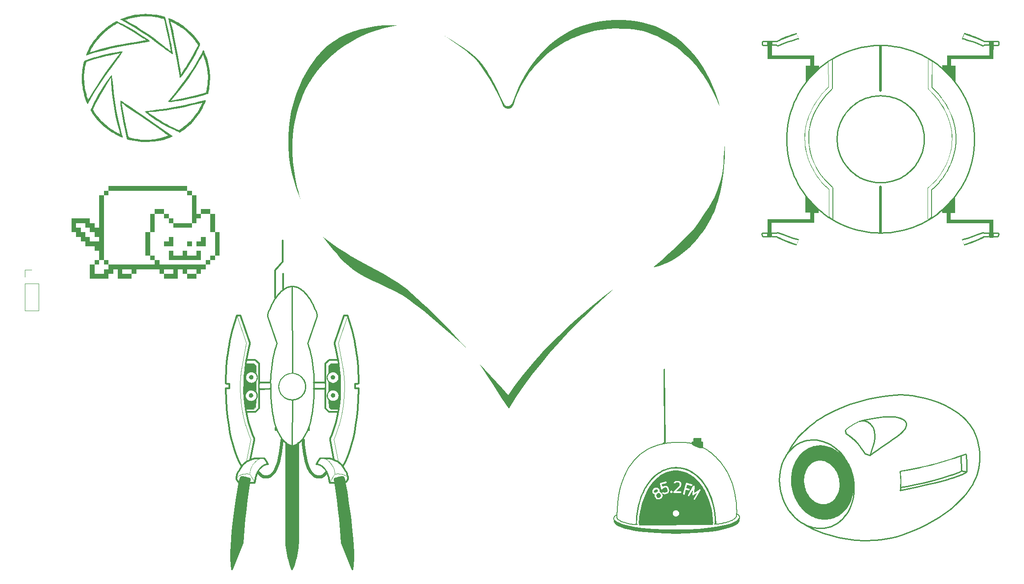
<source format=gto>
G04 #@! TF.GenerationSoftware,KiCad,Pcbnew,9.0.0*
G04 #@! TF.CreationDate,2025-04-01T19:23:43-07:00*
G04 #@! TF.ProjectId,proto-for-mfg,70726f74-6f2d-4666-9f72-2d6d66672e6b,rev?*
G04 #@! TF.SameCoordinates,Original*
G04 #@! TF.FileFunction,Legend,Top*
G04 #@! TF.FilePolarity,Positive*
%FSLAX46Y46*%
G04 Gerber Fmt 4.6, Leading zero omitted, Abs format (unit mm)*
G04 Created by KiCad (PCBNEW 9.0.0) date 2025-04-01 19:23:43*
%MOMM*%
%LPD*%
G01*
G04 APERTURE LIST*
%ADD10C,0.119062*%
%ADD11C,0.297656*%
%ADD12C,0.595312*%
%ADD13C,0.100000*%
%ADD14C,0.165364*%
%ADD15C,0.264583*%
%ADD16C,0.000000*%
%ADD17C,0.357187*%
%ADD18C,0.508000*%
%ADD19C,0.254000*%
%ADD20C,0.381000*%
%ADD21C,0.120000*%
%ADD22R,1.700000X1.700000*%
%ADD23O,1.700000X1.700000*%
G04 APERTURE END LIST*
D10*
X87541819Y-129216923D02*
X87615661Y-129307023D01*
D11*
X66494303Y-129660732D02*
X66484952Y-129634600D01*
X83763493Y-116448627D02*
X84093258Y-116775969D01*
D12*
X82918799Y-128987479D02*
X82965338Y-128954814D01*
D11*
X87737634Y-129347580D02*
X87710035Y-129171097D01*
D10*
X85960488Y-116277317D02*
X84457373Y-116271624D01*
X66519985Y-129405343D02*
X66459656Y-129512220D01*
D11*
X71981094Y-126872753D02*
X71926579Y-126887923D01*
D13*
X70223684Y-114372483D02*
X70174490Y-114433677D01*
D14*
X139321756Y-132698898D02*
X139581030Y-131452943D01*
D12*
X83013012Y-128918648D02*
X83061997Y-128878801D01*
D15*
X175029643Y-138472118D02*
X174575482Y-138200789D01*
D12*
X80281387Y-127769880D02*
X80424895Y-128037229D01*
D13*
X160757575Y-137670497D02*
X160610250Y-137735712D01*
D11*
X78221250Y-141878943D02*
X78236736Y-141590755D01*
D10*
X87683041Y-129405343D02*
X87743370Y-129512220D01*
X69155495Y-122040895D02*
X68349852Y-126273671D01*
X85618227Y-120464988D02*
X85347151Y-121242693D01*
D15*
X193815778Y-118532019D02*
X193771803Y-118486651D01*
D11*
X88547789Y-146853026D02*
X86536865Y-141755679D01*
D10*
X69359965Y-127302247D02*
X69422419Y-127176115D01*
D14*
X162319686Y-136804779D02*
X162312551Y-136781885D01*
D10*
X70168730Y-107966372D02*
X70165397Y-107961313D01*
D11*
X87698217Y-129687179D02*
X87708723Y-129660732D01*
X67132750Y-127704844D02*
X67296579Y-127436833D01*
X65481912Y-144844068D02*
X65536185Y-145924419D01*
D15*
X187135568Y-125138158D02*
X187838806Y-124588287D01*
X188550919Y-124064624D02*
X189270487Y-123557696D01*
D13*
X161123740Y-137474707D02*
X161013728Y-137539602D01*
D11*
X86232842Y-129298236D02*
X86414075Y-129274494D01*
D14*
X160973883Y-137442261D02*
X160852025Y-137507655D01*
D15*
X207498749Y-128825296D02*
X207253663Y-129462436D01*
X188150897Y-114084066D02*
X189545998Y-113839063D01*
X203044677Y-128713230D02*
X202359843Y-128944578D01*
D11*
X72949183Y-111255409D02*
X70767075Y-111257273D01*
X83442075Y-111232273D02*
X81239326Y-111216760D01*
D12*
X75071629Y-122107273D02*
X75001390Y-123009813D01*
D11*
X87768609Y-134243056D02*
X88127543Y-136810818D01*
D15*
X188127036Y-141270423D02*
X186197680Y-141342971D01*
D10*
X84037631Y-107961313D02*
X84050279Y-107945396D01*
D11*
X69785236Y-125754627D02*
X69885730Y-125727939D01*
D13*
X70411209Y-113422125D02*
X70423737Y-113476329D01*
D11*
X84266480Y-130289187D02*
X84272948Y-130297951D01*
D13*
X83806938Y-110552174D02*
X83824575Y-110604239D01*
D11*
X76059349Y-142717906D02*
X76002728Y-142163134D01*
D10*
X69303423Y-127426962D02*
X69359965Y-127302247D01*
D11*
X84342258Y-130355920D02*
X84356295Y-130363700D01*
X83674721Y-128262331D02*
X83787140Y-128496698D01*
D13*
X70284125Y-114283050D02*
X70254952Y-114328531D01*
D11*
X69860766Y-130355920D02*
X69846729Y-130363700D01*
X66662767Y-129969658D02*
X66631815Y-129922508D01*
D14*
X162183926Y-136541288D02*
X162165094Y-136518317D01*
D13*
X83762290Y-113587556D02*
X83757957Y-113644437D01*
D11*
X87257088Y-128037074D02*
X87070271Y-127704844D01*
D10*
X68980708Y-128661904D02*
X68971014Y-128656793D01*
D11*
X84213327Y-130123643D02*
X84218690Y-130144621D01*
X66570522Y-129820556D02*
X66542073Y-129767384D01*
X66470187Y-129583685D02*
X66465009Y-129559107D01*
D10*
X86438915Y-117547133D02*
X86079110Y-118968669D01*
D16*
G36*
X168466747Y-46016370D02*
G01*
X168466747Y-48823563D01*
X176533794Y-48823563D01*
X176533794Y-50739570D01*
X177443126Y-50739570D01*
X177451915Y-51328126D01*
X177177045Y-51572899D01*
X176555558Y-52165458D01*
X176555562Y-52165462D01*
X175962999Y-52786945D01*
X175400483Y-53436218D01*
X174910891Y-54039719D01*
X174919170Y-50765113D01*
X175782775Y-50760005D01*
X175782775Y-49487882D01*
X167666707Y-49505766D01*
X167648034Y-46012150D01*
X168466747Y-46016370D01*
G37*
D11*
X67970183Y-129298236D02*
X67788950Y-129274494D01*
D15*
X190873224Y-117723014D02*
X190343873Y-117734509D01*
D11*
X70312109Y-125655569D02*
X70352658Y-125654663D01*
X83186236Y-127567042D02*
X83285430Y-127680007D01*
X69975471Y-130185442D02*
X69971032Y-130205260D01*
D15*
X190151334Y-141017235D02*
X189128046Y-141168153D01*
D10*
X66740926Y-129134703D02*
X66661208Y-129216923D01*
D11*
X66760671Y-128408726D02*
X66851574Y-128219522D01*
X69831483Y-130371351D02*
X69814969Y-130378870D01*
D14*
X138766373Y-136521830D02*
X138736073Y-136540673D01*
D11*
X69989702Y-130123643D02*
X69984338Y-130144621D01*
X84612397Y-125812630D02*
X84516720Y-125783166D01*
D10*
X68123916Y-118968669D02*
X68341177Y-119707180D01*
D14*
X161476989Y-137074115D02*
X161417325Y-137130627D01*
D13*
X70396091Y-114035183D02*
X70378454Y-114087249D01*
D11*
X69846729Y-130363700D02*
X69831483Y-130371351D01*
D14*
X162144803Y-136495625D02*
X162123006Y-136473367D01*
X162258486Y-137588717D02*
X162319686Y-136804779D01*
D11*
X69885446Y-130339976D02*
X69873652Y-130348011D01*
D13*
X83979345Y-110889474D02*
X84030260Y-110952167D01*
D10*
X69000704Y-128441723D02*
X69029860Y-128289423D01*
D14*
X156026136Y-124017170D02*
X156454875Y-124305337D01*
D10*
X68994857Y-128675883D02*
X68980708Y-128661904D01*
X87193576Y-128931936D02*
X87287392Y-128992548D01*
D13*
X161013728Y-137539602D02*
X160891870Y-137604996D01*
D14*
X161572025Y-136970048D02*
X161528358Y-137020458D01*
X138628322Y-136627060D02*
X138604677Y-136650593D01*
D11*
X68374356Y-116775969D02*
X68242541Y-116277317D01*
X85828666Y-106930509D02*
X84132054Y-106941210D01*
D14*
X146739259Y-123159659D02*
X147399152Y-122974836D01*
D11*
X87540258Y-129969658D02*
X87571210Y-129922508D01*
D15*
X206166166Y-119246872D02*
X206511581Y-119755782D01*
D11*
X71801037Y-125654663D02*
X72148764Y-126226063D01*
D10*
X67207062Y-128829950D02*
X67106789Y-128877850D01*
D11*
X84306818Y-130331815D02*
X84317578Y-130339976D01*
D12*
X73778129Y-128037229D02*
X73623241Y-128283154D01*
D10*
X84265783Y-126428884D02*
X84153977Y-126312492D01*
D11*
X67788950Y-129274494D02*
X67702053Y-129266053D01*
D12*
X71418768Y-129066242D02*
X71374592Y-129043014D01*
X82784255Y-129066242D02*
X82828432Y-129043014D01*
D13*
X70254952Y-114328531D02*
X70223684Y-114372483D01*
D11*
X83285430Y-127680007D02*
X83377049Y-127794619D01*
X77101511Y-146853026D02*
X77280905Y-146383755D01*
X67547885Y-129259529D02*
X67485488Y-129262848D01*
X85828666Y-116775969D02*
X85960488Y-116277317D01*
D15*
X189996086Y-123058027D02*
X190726296Y-122556142D01*
D17*
X73814683Y-89800673D02*
X74558270Y-88997274D01*
D14*
X161321932Y-131868618D02*
X161475920Y-132598728D01*
D11*
X76922118Y-146383755D02*
X76738240Y-145836055D01*
X78236736Y-141590755D02*
X78246337Y-141298975D01*
D13*
X70311133Y-114236110D02*
X70284125Y-114283050D01*
D11*
X86800777Y-129286149D02*
X86817206Y-129299627D01*
X70741585Y-127910518D02*
X70664074Y-128027343D01*
D12*
X79142075Y-122107273D02*
X79201633Y-123009813D01*
D11*
X86193347Y-137254483D02*
X85986153Y-135321184D01*
X70023647Y-130003278D02*
X69996309Y-130102302D01*
X83787140Y-128496698D02*
X83878985Y-128727561D01*
D14*
X161958085Y-136357671D02*
X161924486Y-136342818D01*
D11*
X85281505Y-130332205D02*
X85179964Y-129562033D01*
D14*
X155404938Y-123666317D02*
X155694630Y-123818431D01*
D11*
X66796843Y-130152112D02*
X66745495Y-130086007D01*
D12*
X83061997Y-128878801D02*
X83112465Y-128835095D01*
D10*
X67476357Y-108290440D02*
X67341976Y-109286692D01*
D13*
X70440739Y-110104545D02*
X70445072Y-110161426D01*
D11*
X82401989Y-125654663D02*
X82054261Y-126226063D01*
D14*
X160044332Y-137828373D02*
X159838969Y-137888518D01*
D15*
X208047556Y-126093522D02*
X207979619Y-126804232D01*
X172297967Y-123182197D02*
X172799372Y-122471909D01*
D11*
X68145084Y-129326454D02*
X67970183Y-129298236D01*
D13*
X83791820Y-113982013D02*
X83806938Y-114035183D01*
D18*
X189170555Y-47015103D02*
X189170555Y-55528381D01*
D12*
X81321748Y-128999060D02*
X81539996Y-129097698D01*
D11*
X66516352Y-129713838D02*
X66504809Y-129687179D01*
D12*
X72430815Y-129158845D02*
X72184209Y-129179822D01*
D10*
X85222317Y-128661904D02*
X85232012Y-128656793D01*
D11*
X87708723Y-129660732D02*
X87718074Y-129634600D01*
D10*
X66825931Y-129060024D02*
X66740926Y-129134703D01*
D14*
X160570405Y-137638371D02*
X160409459Y-137702907D01*
X159926426Y-128233232D02*
X160202397Y-128753988D01*
D15*
X204511493Y-125184146D02*
X204565784Y-128087926D01*
D14*
X153556982Y-123129939D02*
X153684936Y-123209212D01*
D11*
X67112003Y-130140617D02*
X66796843Y-130152112D01*
D10*
X86995965Y-128829950D02*
X87096238Y-128877850D01*
D12*
X71680691Y-129153281D02*
X71636540Y-129144113D01*
D14*
X161608583Y-136923278D02*
X161572025Y-136970048D01*
D12*
X80925421Y-128700022D02*
X81117033Y-128865609D01*
D14*
X138522847Y-136747557D02*
X138489388Y-136795449D01*
D10*
X87643085Y-98444908D02*
X85892421Y-103686128D01*
D15*
X194056568Y-119049126D02*
X194045226Y-118978950D01*
D11*
X66542073Y-129767384D02*
X66516352Y-129713838D01*
X87070593Y-130024731D02*
X87091015Y-130140617D01*
X86833249Y-129316399D02*
X86848897Y-129336220D01*
D13*
X83806938Y-113368955D02*
X83791820Y-113422125D01*
X83769425Y-110048486D02*
X83762290Y-110104545D01*
D11*
X67282118Y-129472533D02*
X67256386Y-129539864D01*
D14*
X159379682Y-138001668D02*
X159124574Y-138053888D01*
D11*
X67232517Y-129611585D02*
X67210582Y-129685741D01*
X84231993Y-130205260D02*
X84237059Y-130224668D01*
D14*
X156960438Y-124688663D02*
X157522422Y-125172878D01*
D15*
X193894459Y-118628844D02*
X193856722Y-118579398D01*
D14*
X153222834Y-122886140D02*
X153277521Y-122930514D01*
D11*
X82564472Y-127039541D02*
X82706755Y-127138863D01*
D15*
X193929615Y-119752689D02*
X193959239Y-119683284D01*
D13*
X83756497Y-113702070D02*
X83757957Y-113759702D01*
D11*
X72386211Y-126618901D02*
X72490745Y-126797464D01*
D10*
X85315156Y-128644870D02*
X85539501Y-128623551D01*
D13*
X161310595Y-137347984D02*
X161222498Y-137410703D01*
D10*
X69206944Y-127669334D02*
X69303423Y-127426962D01*
D11*
X75981776Y-141878943D02*
X75966289Y-141590755D01*
X85908870Y-129353546D02*
X86057941Y-129326454D01*
X87406179Y-130152112D02*
X87457528Y-130086007D01*
D10*
X85220332Y-128557462D02*
X85202322Y-128441723D01*
D13*
X70358368Y-110655130D02*
X70335904Y-110704774D01*
X83844661Y-114138139D02*
X83867125Y-114187783D01*
D14*
X139354654Y-137466810D02*
X139226717Y-137365045D01*
X160234298Y-137766372D02*
X160044332Y-137828373D01*
D15*
X185539278Y-118517465D02*
X185137979Y-118652378D01*
D10*
X86706376Y-116195577D02*
X86438915Y-117547133D01*
D11*
X66459656Y-129512220D02*
X66459598Y-129431574D01*
X87718074Y-129634600D02*
X87726153Y-129608884D01*
X72038179Y-126859225D02*
X71981094Y-126872753D01*
X67620886Y-129260831D02*
X67547885Y-129259529D01*
D10*
X84780606Y-127176115D02*
X84711954Y-127049268D01*
D15*
X178559336Y-117519621D02*
X179381564Y-117063650D01*
D11*
X87012370Y-129760382D02*
X87045922Y-129903304D01*
X84012079Y-129167242D02*
X84058887Y-129370293D01*
D12*
X71964399Y-129178427D02*
X71865088Y-129174545D01*
D15*
X197843971Y-138303113D02*
X196677289Y-138894736D01*
D13*
X70358368Y-109782989D02*
X70378454Y-109833879D01*
X83762290Y-113816583D02*
X83769425Y-113872642D01*
X83891896Y-109685018D02*
X83867125Y-109733345D01*
X83824575Y-114087249D02*
X83844661Y-114138139D01*
D11*
X82054261Y-126226063D02*
X81816815Y-126618901D01*
X70593096Y-128144734D02*
X70528304Y-128262331D01*
D10*
X84554921Y-126796238D02*
X84465971Y-126671459D01*
D11*
X81883104Y-126813603D02*
X81990242Y-126827746D01*
D12*
X71865088Y-129174545D02*
X71770983Y-129166639D01*
D16*
G36*
X96691633Y-43047416D02*
G01*
X97150853Y-43089206D01*
X95855990Y-43325480D01*
X94406797Y-43671202D01*
X93531164Y-43923762D01*
X92573661Y-44238140D01*
X91548404Y-44620852D01*
X90469507Y-45078412D01*
X89351087Y-45617336D01*
X88207259Y-46244138D01*
X87052138Y-46965334D01*
X85899839Y-47787438D01*
X84764479Y-48716964D01*
X84207562Y-49224047D01*
X83660173Y-49760429D01*
X82693109Y-50806159D01*
X81820160Y-51875146D01*
X81037166Y-52963686D01*
X80339969Y-54068079D01*
X79724411Y-55184621D01*
X79186333Y-56309610D01*
X78721575Y-57439345D01*
X78325981Y-58570123D01*
X77995389Y-59698242D01*
X77725644Y-60819999D01*
X77512584Y-61931692D01*
X77352053Y-63029620D01*
X77239890Y-64110079D01*
X77171939Y-65169368D01*
X77144039Y-66203784D01*
X77152032Y-67209625D01*
X77259064Y-69120775D01*
X77459765Y-70873197D01*
X77720866Y-72437276D01*
X78009098Y-73783392D01*
X78291192Y-74881929D01*
X78533877Y-75703267D01*
X78767949Y-76395880D01*
X78489055Y-75792721D01*
X77834245Y-74089649D01*
X77451122Y-72875522D01*
X77076322Y-71446270D01*
X76743945Y-69821843D01*
X76488092Y-68022191D01*
X76342863Y-66067267D01*
X76342358Y-63977020D01*
X76520680Y-61771402D01*
X76911927Y-59470363D01*
X77198054Y-58290296D01*
X77550201Y-57093854D01*
X77972629Y-55883533D01*
X78469602Y-54661827D01*
X79045382Y-53431228D01*
X79704231Y-52194231D01*
X80450412Y-50953330D01*
X81288188Y-49711018D01*
X81810716Y-49022325D01*
X82359821Y-48381997D01*
X82932673Y-47788304D01*
X83526442Y-47239518D01*
X84138295Y-46733911D01*
X84765403Y-46269756D01*
X85404934Y-45845323D01*
X86054059Y-45458884D01*
X86709945Y-45108711D01*
X87369763Y-44793076D01*
X88030681Y-44510251D01*
X88689869Y-44258507D01*
X89344496Y-44036117D01*
X89991731Y-43841351D01*
X91252702Y-43527780D01*
X92450136Y-43303970D01*
X93561387Y-43156095D01*
X94563809Y-43070328D01*
X95434755Y-43032843D01*
X96151578Y-43029814D01*
X96691633Y-43047416D01*
G37*
D14*
X141587228Y-138202764D02*
X141090830Y-138113153D01*
D15*
X183257010Y-115386331D02*
X184380837Y-115018283D01*
X204583683Y-133425340D02*
X203582083Y-134402088D01*
D10*
X84034299Y-107966372D02*
X84037631Y-107961313D01*
D11*
X70084670Y-125683819D02*
X70179742Y-125668238D01*
X84246856Y-130252983D02*
X84250942Y-130262203D01*
X83377049Y-127794619D02*
X83461440Y-127910518D01*
X86414075Y-129274494D02*
X86500973Y-129266053D01*
D14*
X161270750Y-137250643D02*
X161182653Y-137313362D01*
D15*
X193861270Y-119889984D02*
X193896897Y-119821613D01*
D12*
X71284226Y-128987479D02*
X71237687Y-128954814D01*
D11*
X67132427Y-130024731D02*
X67112003Y-130140617D01*
D10*
X84054463Y-115922458D02*
X84028528Y-114433677D01*
D14*
X161716125Y-136727249D02*
X161695554Y-136780444D01*
D11*
X86970510Y-129611585D02*
X86992443Y-129685741D01*
D14*
X154954834Y-123656716D02*
X155064755Y-123666661D01*
D11*
X84023282Y-125668238D02*
X83933390Y-125658211D01*
D19*
X84916591Y-109128300D02*
X84973473Y-109132633D01*
X85029533Y-109139768D01*
X85084701Y-109149635D01*
X85138905Y-109162163D01*
X85192075Y-109177281D01*
X85244141Y-109194918D01*
X85295031Y-109215004D01*
X85344676Y-109237468D01*
X85393003Y-109262239D01*
X85439943Y-109289247D01*
X85485424Y-109318420D01*
X85529376Y-109349688D01*
X85571729Y-109382980D01*
X85612410Y-109418226D01*
X85651351Y-109455354D01*
X85688480Y-109494295D01*
X85723725Y-109534977D01*
X85757018Y-109577329D01*
X85788286Y-109621281D01*
X85817459Y-109666762D01*
X85844467Y-109713702D01*
X85869238Y-109762029D01*
X85891701Y-109811673D01*
X85911787Y-109862563D01*
X85929425Y-109914629D01*
X85944543Y-109967799D01*
X85957071Y-110022003D01*
X85966938Y-110077170D01*
X85974073Y-110133230D01*
X85978406Y-110190111D01*
X85979866Y-110247744D01*
X85978406Y-110305376D01*
X85974073Y-110362257D01*
X85966938Y-110418316D01*
X85957071Y-110473484D01*
X85944543Y-110527687D01*
X85929425Y-110580857D01*
X85911787Y-110632923D01*
X85891701Y-110683813D01*
X85869238Y-110733457D01*
X85844467Y-110781784D01*
X85817459Y-110828724D01*
X85788286Y-110874205D01*
X85757018Y-110918157D01*
X85723725Y-110960509D01*
X85688480Y-111001191D01*
X85651351Y-111040132D01*
X85612410Y-111077260D01*
X85571729Y-111112506D01*
X85529376Y-111145799D01*
X85485424Y-111177067D01*
X85439943Y-111206240D01*
X85393003Y-111233248D01*
X85344676Y-111258019D01*
X85295031Y-111280483D01*
X85244141Y-111300569D01*
X85192075Y-111318206D01*
X85138905Y-111333324D01*
X85084701Y-111345852D01*
X85029533Y-111355719D01*
X84973473Y-111362855D01*
X84916591Y-111367188D01*
X84858959Y-111368648D01*
X84801327Y-111367188D01*
X84744445Y-111362855D01*
X84688386Y-111355719D01*
X84633219Y-111345852D01*
X84579015Y-111333324D01*
X84525845Y-111318206D01*
X84473780Y-111300569D01*
X84422890Y-111280483D01*
X84373246Y-111258019D01*
X84324919Y-111233248D01*
X84277980Y-111206240D01*
X84232499Y-111177067D01*
X84188547Y-111145799D01*
X84146194Y-111112506D01*
X84105513Y-111077260D01*
X84066572Y-111040132D01*
X84029444Y-111001191D01*
X83994198Y-110960509D01*
X83960906Y-110918157D01*
X83929638Y-110874205D01*
X83900465Y-110828724D01*
X83873458Y-110781784D01*
X83848687Y-110733457D01*
X83826223Y-110683813D01*
X83806137Y-110632923D01*
X83788499Y-110580857D01*
X83773382Y-110527687D01*
X83760854Y-110473484D01*
X83750987Y-110418316D01*
X83743851Y-110362257D01*
X83739518Y-110305376D01*
X83738058Y-110247744D01*
X83739518Y-110190111D01*
X83743851Y-110133230D01*
X83750987Y-110077170D01*
X83760854Y-110022003D01*
X83773382Y-109967799D01*
X83788499Y-109914629D01*
X83806137Y-109862563D01*
X83826223Y-109811673D01*
X83848687Y-109762029D01*
X83873458Y-109713702D01*
X83900465Y-109666762D01*
X83929638Y-109621281D01*
X83960906Y-109577329D01*
X83994198Y-109534977D01*
X84029444Y-109494295D01*
X84066572Y-109455354D01*
X84105513Y-109418226D01*
X84146194Y-109382980D01*
X84188547Y-109349688D01*
X84232499Y-109318420D01*
X84277980Y-109289247D01*
X84324919Y-109262239D01*
X84373246Y-109237468D01*
X84422890Y-109215004D01*
X84473780Y-109194918D01*
X84525845Y-109177281D01*
X84579015Y-109162163D01*
X84633219Y-109149635D01*
X84688386Y-109139768D01*
X84744445Y-109132633D01*
X84801327Y-109128300D01*
X84858959Y-109126840D01*
X84916591Y-109128300D01*
D10*
X84431644Y-107542547D02*
X85920353Y-107541747D01*
X86261262Y-128639432D02*
X86471153Y-128671399D01*
D11*
X82276449Y-126887923D02*
X82327191Y-126904809D01*
X84179381Y-130003278D02*
X84206720Y-130102302D01*
X70767075Y-112457273D02*
X70769294Y-116135837D01*
D13*
X83806938Y-109885944D02*
X83791820Y-109939114D01*
D11*
X76634528Y-145495283D02*
X76527453Y-145114217D01*
D15*
X191934382Y-113555052D02*
X192950489Y-113541290D01*
D11*
X77983343Y-143761663D02*
X78070237Y-143251829D01*
D13*
X83918904Y-113121088D02*
X83891896Y-113168028D01*
D11*
X75953395Y-141004008D02*
X75980480Y-122774054D01*
D15*
X193332310Y-118189176D02*
X193204610Y-118130890D01*
D11*
X82327191Y-126904809D02*
X82372953Y-126923486D01*
D15*
X181198648Y-116189822D02*
X182196836Y-115777820D01*
D14*
X160464415Y-129307846D02*
X160709928Y-129895522D01*
D13*
X70445072Y-110161426D02*
X70446532Y-110219059D01*
D14*
X149882637Y-122617341D02*
X150957889Y-122605715D01*
D15*
X193959239Y-119683284D02*
X193985588Y-119613472D01*
D13*
X161678467Y-136977881D02*
X161648428Y-137020619D01*
D11*
X65628996Y-140984607D02*
X65536197Y-142344958D01*
X77568495Y-145495283D02*
X77675571Y-145114217D01*
X76527453Y-145114217D02*
X76420378Y-144696097D01*
X69984338Y-130144621D02*
X69975471Y-130185442D01*
D14*
X161417325Y-137130627D02*
X161348777Y-137189600D01*
D11*
X84516720Y-125783166D02*
X84417792Y-125754627D01*
D10*
X69485710Y-129471141D02*
X69312598Y-129173156D01*
D15*
X185933028Y-118500227D02*
X185998862Y-118505317D01*
X186064623Y-118513452D01*
X186130248Y-118524534D01*
X186195674Y-118538463D01*
X186260839Y-118555140D01*
X186325679Y-118574465D01*
X186390132Y-118596341D01*
X186454134Y-118620667D01*
X186517622Y-118647345D01*
X186642807Y-118707360D01*
X186765182Y-118775593D01*
X186884244Y-118851251D01*
X186999489Y-118933541D01*
X187110414Y-119021671D01*
X187216514Y-119114848D01*
X187317286Y-119212279D01*
X187412227Y-119313172D01*
X187500832Y-119416734D01*
X187582597Y-119522173D01*
X187660788Y-119637554D01*
X187729811Y-119758176D01*
X187790202Y-119883531D01*
X187842497Y-120013114D01*
X187887232Y-120146421D01*
X187924941Y-120282944D01*
X187956160Y-120422180D01*
X187981425Y-120563621D01*
X188001271Y-120706763D01*
X188016235Y-120851100D01*
X188026851Y-120996126D01*
X188033655Y-121141336D01*
X188037969Y-121430284D01*
X188033461Y-121713899D01*
X188018170Y-121946745D01*
X187985808Y-122199706D01*
X187938866Y-122467933D01*
X187879836Y-122746578D01*
X187811209Y-123030792D01*
X187735477Y-123315729D01*
X187655132Y-123596539D01*
X187572666Y-123868373D01*
X187411336Y-124365725D01*
X187271421Y-124768997D01*
X187135568Y-125138158D01*
X186664269Y-124951682D01*
X186338097Y-124823479D01*
X186185309Y-124765206D01*
X186026613Y-124519319D01*
X185849616Y-124252170D01*
X185626520Y-123924628D01*
X185371572Y-123563498D01*
X185099023Y-123195588D01*
X184960600Y-123017468D01*
X184823120Y-122847705D01*
X184688365Y-122689651D01*
X184558115Y-122546655D01*
X184399689Y-122385296D01*
X184235234Y-122227988D01*
X184066990Y-122075611D01*
X183897202Y-121929039D01*
X183728110Y-121789152D01*
X183561958Y-121656827D01*
X183400987Y-121532940D01*
X183247440Y-121418369D01*
X182971589Y-121220684D01*
X182752342Y-121070791D01*
X182555418Y-120942455D01*
X182481336Y-120271908D01*
X182689705Y-120098604D01*
X182934292Y-119909004D01*
X183258372Y-119674802D01*
X183651363Y-119414017D01*
X183870393Y-119279288D01*
X184102683Y-119144671D01*
X184346909Y-119012419D01*
X184601749Y-118884784D01*
X184865880Y-118764020D01*
X185137979Y-118652378D01*
X185211076Y-118625532D01*
X185286205Y-118600572D01*
X185362581Y-118577742D01*
X185439420Y-118557292D01*
X185515938Y-118539467D01*
X185591351Y-118524515D01*
X185664873Y-118512683D01*
X185735721Y-118504218D01*
X185801395Y-118499578D01*
X185867185Y-118498281D01*
X185933028Y-118500227D01*
D11*
X84297033Y-130323531D02*
X84306818Y-130331815D01*
D10*
X68341177Y-119707180D02*
X68584799Y-120464988D01*
D14*
X138561239Y-136698835D02*
X138522847Y-136747557D01*
D10*
X69970625Y-107748651D02*
X69771378Y-107542547D01*
D11*
X84787244Y-125870634D02*
X84612397Y-125812630D01*
X70352658Y-125654663D02*
X71076849Y-125654663D01*
D15*
X171685715Y-124228154D02*
X171931192Y-123775420D01*
D13*
X83891896Y-114236110D02*
X83918904Y-114283050D01*
D15*
X194062992Y-119119554D02*
X194056568Y-119049126D01*
D11*
X69777904Y-130393509D02*
X68921520Y-130332205D01*
X83953039Y-128952037D02*
X84012079Y-129167242D01*
D12*
X79914841Y-126866070D02*
X80148830Y-127483785D01*
D15*
X204565784Y-128087926D02*
X205617581Y-128260350D01*
X172799372Y-122471909D02*
X173448737Y-121667982D01*
D10*
X68663525Y-128623551D02*
X68510163Y-128616142D01*
D11*
X84317578Y-130339976D02*
X84329372Y-130348011D01*
X78070237Y-143251829D02*
X78143676Y-142717906D01*
X71875837Y-126904809D02*
X71830076Y-126923486D01*
D10*
X67312798Y-114909193D02*
X67496650Y-116195577D01*
D15*
X182670431Y-141057783D02*
X181095856Y-140755866D01*
X207253663Y-129462436D02*
X206969957Y-130081539D01*
D11*
X84388055Y-130378870D02*
X84405896Y-130386256D01*
X86382631Y-139412364D02*
X86193347Y-137254483D01*
X83536780Y-116227672D02*
X83763493Y-116448627D01*
D13*
X83779292Y-110444800D02*
X83791820Y-110499004D01*
D11*
X82706755Y-127138863D02*
X82839726Y-127241635D01*
X69952082Y-130262203D02*
X69947488Y-130271311D01*
D13*
X83762290Y-110104545D02*
X83757957Y-110161426D01*
D15*
X177079175Y-118455035D02*
X177792428Y-117984392D01*
D13*
X83757957Y-110276691D02*
X83762290Y-110333572D01*
D15*
X189597062Y-56485084D02*
X190018011Y-56517151D01*
X190432879Y-56569957D01*
X190841142Y-56642978D01*
X191242278Y-56735690D01*
X191635763Y-56847571D01*
X192021073Y-56978096D01*
X192397684Y-57126742D01*
X192765073Y-57292986D01*
X193122718Y-57476303D01*
X193470093Y-57676172D01*
X193806677Y-57892067D01*
X194131944Y-58123466D01*
X194445372Y-58369846D01*
X194746438Y-58630682D01*
X195034617Y-58905451D01*
X195309387Y-59193630D01*
X195570223Y-59494695D01*
X195816603Y-59808123D01*
X196048002Y-60133390D01*
X196263898Y-60469973D01*
X196463767Y-60817348D01*
X196647085Y-61174992D01*
X196813329Y-61542381D01*
X196961976Y-61918992D01*
X197092501Y-62304302D01*
X197204382Y-62697786D01*
X197297094Y-63098922D01*
X197370116Y-63507186D01*
X197422922Y-63922054D01*
X197454989Y-64343003D01*
X197465795Y-64769510D01*
X197454989Y-65196017D01*
X197422922Y-65616966D01*
X197370116Y-66031834D01*
X197297094Y-66440098D01*
X197204382Y-66841235D01*
X197092501Y-67234719D01*
X196961976Y-67620029D01*
X196813329Y-67996640D01*
X196647085Y-68364030D01*
X196463767Y-68721674D01*
X196263898Y-69069050D01*
X196048002Y-69405633D01*
X195816603Y-69730900D01*
X195570223Y-70044328D01*
X195309387Y-70345393D01*
X195034617Y-70633572D01*
X194746438Y-70908342D01*
X194445372Y-71169178D01*
X194131944Y-71415557D01*
X193806677Y-71646956D01*
X193470093Y-71862852D01*
X193122718Y-72062720D01*
X192765073Y-72246038D01*
X192397684Y-72412282D01*
X192021073Y-72560928D01*
X191635763Y-72691453D01*
X191242278Y-72803334D01*
X190841142Y-72896046D01*
X190432879Y-72969067D01*
X190018011Y-73021873D01*
X189597062Y-73053941D01*
X189170555Y-73064746D01*
X188744048Y-73053941D01*
X188323099Y-73021873D01*
X187908230Y-72969067D01*
X187499966Y-72896046D01*
X187098830Y-72803334D01*
X186705345Y-72691453D01*
X186320035Y-72560928D01*
X185943423Y-72412282D01*
X185576034Y-72246038D01*
X185218390Y-72062720D01*
X184871014Y-71862852D01*
X184534431Y-71646956D01*
X184209164Y-71415557D01*
X183895736Y-71169178D01*
X183594671Y-70908342D01*
X183306492Y-70633572D01*
X183031723Y-70345393D01*
X182770886Y-70044328D01*
X182524507Y-69730900D01*
X182293108Y-69405633D01*
X182077212Y-69069050D01*
X181877344Y-68721674D01*
X181694026Y-68364030D01*
X181527783Y-67996640D01*
X181379137Y-67620029D01*
X181248612Y-67234719D01*
X181136731Y-66841235D01*
X181044019Y-66440098D01*
X180970998Y-66031834D01*
X180918192Y-65616966D01*
X180886125Y-65196017D01*
X180875319Y-64769510D01*
X180886125Y-64343003D01*
X180918192Y-63922054D01*
X180970998Y-63507186D01*
X181044019Y-63098922D01*
X181136731Y-62697786D01*
X181248612Y-62304302D01*
X181379137Y-61918992D01*
X181527783Y-61542381D01*
X181694026Y-61174992D01*
X181877344Y-60817348D01*
X182077212Y-60469973D01*
X182293108Y-60133390D01*
X182524507Y-59808123D01*
X182770886Y-59494695D01*
X183031723Y-59193630D01*
X183306492Y-58905451D01*
X183594671Y-58630682D01*
X183895736Y-58369846D01*
X184209164Y-58123466D01*
X184534431Y-57892067D01*
X184871014Y-57676172D01*
X185218390Y-57476303D01*
X185576034Y-57292986D01*
X185943423Y-57126742D01*
X186320035Y-56978096D01*
X186705345Y-56847571D01*
X187098830Y-56735690D01*
X187499966Y-56642978D01*
X187908230Y-56569957D01*
X188323099Y-56517151D01*
X188744048Y-56485084D01*
X189170555Y-56474278D01*
X189597062Y-56485084D01*
X195197102Y-113713983D02*
X196392592Y-113905554D01*
D16*
G36*
X175369123Y-76145106D02*
G01*
X175931639Y-76794379D01*
X176524202Y-77415862D01*
X176524198Y-77415866D01*
X177145685Y-78008425D01*
X177420555Y-78253198D01*
X177411766Y-78841754D01*
X176502434Y-78841754D01*
X176502434Y-80757761D01*
X168435387Y-80757761D01*
X168435387Y-83564954D01*
X167616674Y-83569174D01*
X167635347Y-80075558D01*
X175751415Y-80093442D01*
X175751415Y-78821319D01*
X174887810Y-78816211D01*
X174879531Y-75541605D01*
X175369123Y-76145106D01*
G37*
D11*
X70070968Y-106941210D02*
X70769294Y-107600742D01*
D15*
X175806964Y-119402224D02*
X176417909Y-118928622D01*
D14*
X159639053Y-127744860D02*
X159926426Y-128233232D01*
D13*
X83948077Y-113075607D02*
X83918904Y-113121088D01*
D11*
X69947488Y-130271311D02*
X69942328Y-130280306D01*
D15*
X208031296Y-124615717D02*
X208065537Y-125364065D01*
D14*
X153684936Y-123209212D02*
X153828455Y-123290231D01*
D11*
X70769294Y-107600742D02*
X70767075Y-111257273D01*
X83462068Y-116157772D02*
X83536780Y-116227672D01*
D12*
X71038435Y-128787353D02*
X70928513Y-128679044D01*
D14*
X139902738Y-130311548D02*
X140281678Y-129270288D01*
D10*
X70434725Y-125991324D02*
X70580985Y-125895944D01*
D14*
X142770568Y-138349576D02*
X142155811Y-138280322D01*
X138679536Y-136581991D02*
X138653270Y-136604138D01*
D11*
X83609929Y-128144734D02*
X83674721Y-128262331D01*
D13*
X83824575Y-113316889D02*
X83806938Y-113368955D01*
D11*
X70769294Y-116135837D02*
X70767402Y-116135966D01*
D10*
X83905519Y-126093010D02*
X83768298Y-125991324D01*
D13*
X159164419Y-138151229D02*
X158891545Y-138200022D01*
D12*
X71329803Y-129016819D02*
X71284226Y-128987479D01*
D11*
X84243219Y-130243653D02*
X84246856Y-130252983D01*
D10*
X85232012Y-128656793D02*
X85220332Y-128557462D01*
D14*
X153277521Y-122930514D02*
X153352174Y-122987799D01*
X162287472Y-136716361D02*
X162268803Y-136676224D01*
X154637416Y-123601592D02*
X154741027Y-123623833D01*
D15*
X194008479Y-119543327D02*
X194027730Y-119472922D01*
D13*
X70411209Y-109939114D02*
X70423737Y-109993318D01*
D15*
X189270487Y-123557696D02*
X189996086Y-123058027D01*
D14*
X158120418Y-125763711D02*
X158426545Y-126100901D01*
D13*
X158600315Y-138244997D02*
X158290134Y-138285759D01*
D11*
X81794634Y-126804240D02*
X81883104Y-126813603D01*
D15*
X185569983Y-114676604D02*
X186826114Y-114364222D01*
X186826114Y-114364222D02*
X188150897Y-114084066D01*
X180260779Y-116619408D02*
X181198648Y-116189822D01*
D11*
X66631815Y-129922508D02*
X66600751Y-129872535D01*
D15*
X196392592Y-113905554D02*
X197612861Y-114170686D01*
D13*
X83791820Y-109939114D02*
X83779292Y-109993318D01*
D14*
X150957889Y-122605715D02*
X151866651Y-122658301D01*
D10*
X87096238Y-128877850D02*
X87193576Y-128931936D01*
D15*
X203473132Y-116689279D02*
X203984903Y-117058112D01*
D11*
X76002728Y-142163134D02*
X75981776Y-141878943D01*
D10*
X67625746Y-128693446D02*
X67519612Y-128719985D01*
D13*
X83867125Y-109733345D02*
X83844661Y-109782989D01*
X70185370Y-109500247D02*
X70223684Y-109548645D01*
X83918904Y-110800040D02*
X83948077Y-110845522D01*
D16*
G36*
X136289829Y-95195760D02*
G01*
X133961323Y-97384365D01*
X132575546Y-98740275D01*
X131078329Y-100251673D01*
X129496853Y-101904371D01*
X127858299Y-103684181D01*
X126189849Y-105576916D01*
X124518685Y-107568388D01*
X122871986Y-109644408D01*
X121276936Y-111790789D01*
X120507273Y-112885931D01*
X119760715Y-113993342D01*
X119040660Y-115111250D01*
X118350505Y-116237881D01*
X117065597Y-114280979D01*
X115306672Y-111590251D01*
X112667619Y-107540582D01*
X118251683Y-113569387D01*
X119679288Y-111517692D01*
X121210733Y-109520721D01*
X122818981Y-107589188D01*
X124476994Y-105733806D01*
X126157737Y-103965288D01*
X127834173Y-102294349D01*
X129479265Y-100731700D01*
X131065976Y-99288057D01*
X133956111Y-96800636D01*
X136288285Y-94917794D01*
X138413576Y-93308673D01*
X136289829Y-95195760D01*
G37*
D10*
X69771378Y-107542547D02*
X68282669Y-107541747D01*
D12*
X70809869Y-128552449D02*
X70681113Y-128406140D01*
X73921636Y-127769880D02*
X73778129Y-128037229D01*
D11*
X76316666Y-144244166D02*
X76219682Y-143761663D01*
X85179964Y-129562033D02*
X85766215Y-129381943D01*
X76738240Y-145836055D02*
X76634528Y-145495283D01*
X84371541Y-130371351D02*
X84388055Y-130378870D01*
D12*
X71592820Y-129133047D02*
X71549357Y-129119905D01*
D11*
X67338888Y-129358848D02*
X67309643Y-129411543D01*
X83442075Y-112398569D02*
X81242698Y-112394463D01*
D15*
X203984903Y-117058112D02*
X204474419Y-117449491D01*
D14*
X162048134Y-136410758D02*
X162019864Y-136391796D01*
D11*
X87351448Y-128219522D02*
X87257088Y-128037074D01*
X69415784Y-125870634D02*
X69590631Y-125812630D01*
D12*
X71636540Y-129144113D02*
X71592820Y-129133047D01*
D15*
X191459694Y-122042569D02*
X192194857Y-121507831D01*
D13*
X70335904Y-110704774D02*
X70311133Y-110753101D01*
D12*
X81117033Y-128865609D02*
X81321748Y-128999060D01*
D11*
X88574026Y-140984607D02*
X88666826Y-142344958D01*
D12*
X82697047Y-129104510D02*
X82740518Y-129086681D01*
D15*
X194043899Y-113593415D02*
X195197102Y-113713983D01*
D13*
X158290134Y-138285759D02*
X157960413Y-138321917D01*
D10*
X67106789Y-128877850D02*
X67009450Y-128931936D01*
D14*
X162312551Y-136781885D02*
X162301934Y-136751997D01*
D15*
X175244675Y-119872913D02*
X175806964Y-119402224D01*
D11*
X83933390Y-125658211D02*
X83890913Y-125655569D01*
D15*
X176626980Y-122143987D02*
X176977803Y-122172054D01*
X177326733Y-122220402D01*
X177673204Y-122288622D01*
X178016656Y-122376303D01*
X178356523Y-122483036D01*
X178692244Y-122608410D01*
X179023255Y-122752015D01*
X179348992Y-122913441D01*
X179668894Y-123092278D01*
X179982396Y-123288115D01*
X180288936Y-123500543D01*
X180587951Y-123729152D01*
X180878877Y-123973530D01*
X181161151Y-124233270D01*
X181434211Y-124507959D01*
X181697493Y-124797188D01*
X181950433Y-125100547D01*
X182192470Y-125417626D01*
X182423040Y-125748014D01*
X182641579Y-126091302D01*
X182847525Y-126447080D01*
X183040315Y-126814937D01*
X183219385Y-127194463D01*
X183384172Y-127585248D01*
X183534114Y-127986882D01*
X183668646Y-128398954D01*
X183787207Y-128821056D01*
X183888080Y-129247730D01*
X183970122Y-129673373D01*
X184078888Y-130519040D01*
X184115853Y-131353003D01*
X184083370Y-132170208D01*
X183983786Y-132965604D01*
X183819454Y-133734136D01*
X183592723Y-134470752D01*
X183305943Y-135170398D01*
X182961464Y-135828020D01*
X182768323Y-136139494D01*
X182561638Y-136438567D01*
X182341703Y-136724608D01*
X182108813Y-136996985D01*
X181863260Y-137255066D01*
X181605340Y-137498220D01*
X181335345Y-137725815D01*
X181053569Y-137937220D01*
X180760307Y-138131802D01*
X180455852Y-138308931D01*
X180140497Y-138467974D01*
X179814536Y-138608300D01*
X179478264Y-138729277D01*
X179131974Y-138830274D01*
X178780125Y-138909766D01*
X178427354Y-138966927D01*
X178074226Y-139002166D01*
X177721303Y-139015892D01*
X177369148Y-139008517D01*
X177018324Y-138980450D01*
X176669395Y-138932101D01*
X176322923Y-138863881D01*
X175979472Y-138776199D01*
X175639604Y-138669467D01*
X175303883Y-138544093D01*
X174972873Y-138400487D01*
X174647135Y-138239061D01*
X174327233Y-138060225D01*
X174013731Y-137864387D01*
X173707191Y-137651959D01*
X173408176Y-137423350D01*
X173117250Y-137178972D01*
X172834976Y-136919233D01*
X172561916Y-136644543D01*
X172298635Y-136355314D01*
X172045694Y-136051955D01*
X171803657Y-135734876D01*
X171573087Y-135404488D01*
X171354548Y-135061200D01*
X171148602Y-134705423D01*
X170955813Y-134337566D01*
X170776743Y-133958041D01*
X170611955Y-133567256D01*
X170462014Y-133165622D01*
X170327481Y-132753550D01*
X170208921Y-132331449D01*
X170108047Y-131904774D01*
X170026005Y-131479131D01*
X169917240Y-130633465D01*
X169880274Y-129799502D01*
X169912758Y-128982297D01*
X170012341Y-128186901D01*
X170176673Y-127418369D01*
X170403404Y-126681754D01*
X170690184Y-125982108D01*
X171034663Y-125324485D01*
X171227804Y-125013011D01*
X171434489Y-124713938D01*
X171654424Y-124427897D01*
X171887314Y-124155520D01*
X172132867Y-123897439D01*
X172390787Y-123654285D01*
X172660782Y-123426690D01*
X172942557Y-123215285D01*
X173235820Y-123020703D01*
X173540276Y-122843574D01*
X173855630Y-122684531D01*
X174181591Y-122544205D01*
X174517863Y-122423228D01*
X174864153Y-122322231D01*
X175216003Y-122242738D01*
X175568773Y-122185577D01*
X175921901Y-122150339D01*
X176274825Y-122136612D01*
X176626980Y-122143987D01*
D14*
X154741027Y-123623833D02*
X154846879Y-123642324D01*
D12*
X71237687Y-128954814D02*
X71190013Y-128918648D01*
D14*
X154846879Y-123642324D02*
X154954834Y-123656716D01*
D11*
X87070271Y-127704844D02*
X86906443Y-127436833D01*
D18*
X170592328Y-83137093D02*
X171429286Y-83442920D01*
X172109967Y-83677593D01*
X172644291Y-83849896D01*
X173042181Y-83968615D01*
X173313558Y-84042537D01*
X173516455Y-84091132D01*
X173502038Y-84122305D01*
X173467205Y-84204486D01*
X173363830Y-84453866D01*
X173215033Y-84816599D01*
X172801253Y-84687139D01*
X172351665Y-84538239D01*
X171800401Y-84344714D01*
X171192552Y-84115181D01*
X170881500Y-83989603D01*
X170573210Y-83858255D01*
X170273321Y-83722213D01*
X169987467Y-83582553D01*
X169721286Y-83440354D01*
X169480413Y-83296692D01*
X168544918Y-83299445D01*
X168533209Y-82859879D01*
X169398663Y-82859879D01*
X169589172Y-82751325D01*
X170592328Y-83137093D01*
D15*
X194043158Y-119402329D02*
X194054581Y-119331623D01*
D11*
X70740955Y-116157772D02*
X70666243Y-116227672D01*
D13*
X70284125Y-110800040D02*
X70254952Y-110845522D01*
D14*
X162074717Y-136430778D02*
X162048134Y-136410758D01*
D10*
X67496650Y-116195577D02*
X67764111Y-117547133D01*
D13*
X70445072Y-110276691D02*
X70440739Y-110333572D01*
D15*
X193539118Y-131095456D02*
X192981015Y-131164566D01*
D13*
X70378454Y-110604239D02*
X70358368Y-110655130D01*
D14*
X160852025Y-137507655D02*
X160717730Y-137573156D01*
D12*
X73085990Y-128865609D02*
X72881275Y-128999060D01*
D11*
X69956169Y-130252983D02*
X69952082Y-130262203D01*
D15*
X193512717Y-118287950D02*
X193454304Y-118253436D01*
D11*
X66465009Y-129559107D02*
X66461459Y-129535252D01*
D10*
X69937241Y-126428884D02*
X70049047Y-126312492D01*
D11*
X66745495Y-130086007D02*
X66692662Y-130013168D01*
D19*
X84941591Y-112578300D02*
X84998473Y-112582633D01*
X85054533Y-112589768D01*
X85109701Y-112599635D01*
X85163905Y-112612163D01*
X85217075Y-112627281D01*
X85269141Y-112644918D01*
X85320031Y-112665004D01*
X85369676Y-112687468D01*
X85418003Y-112712239D01*
X85464943Y-112739247D01*
X85510424Y-112768420D01*
X85554376Y-112799688D01*
X85596729Y-112832980D01*
X85637410Y-112868226D01*
X85676351Y-112905354D01*
X85713480Y-112944295D01*
X85748725Y-112984977D01*
X85782018Y-113027329D01*
X85813286Y-113071281D01*
X85842459Y-113116762D01*
X85869467Y-113163702D01*
X85894238Y-113212029D01*
X85916701Y-113261673D01*
X85936787Y-113312563D01*
X85954425Y-113364629D01*
X85969543Y-113417799D01*
X85982071Y-113472003D01*
X85991938Y-113527170D01*
X85999073Y-113583230D01*
X86003406Y-113640111D01*
X86004866Y-113697744D01*
X86003406Y-113755376D01*
X85999073Y-113812257D01*
X85991938Y-113868316D01*
X85982071Y-113923484D01*
X85969543Y-113977687D01*
X85954425Y-114030857D01*
X85936787Y-114082923D01*
X85916701Y-114133813D01*
X85894238Y-114183457D01*
X85869467Y-114231784D01*
X85842459Y-114278724D01*
X85813286Y-114324205D01*
X85782018Y-114368157D01*
X85748725Y-114410509D01*
X85713480Y-114451191D01*
X85676351Y-114490132D01*
X85637410Y-114527260D01*
X85596729Y-114562506D01*
X85554376Y-114595799D01*
X85510424Y-114627067D01*
X85464943Y-114656240D01*
X85418003Y-114683248D01*
X85369676Y-114708019D01*
X85320031Y-114730483D01*
X85269141Y-114750569D01*
X85217075Y-114768206D01*
X85163905Y-114783324D01*
X85109701Y-114795852D01*
X85054533Y-114805719D01*
X84998473Y-114812855D01*
X84941591Y-114817188D01*
X84883959Y-114818648D01*
X84826327Y-114817188D01*
X84769445Y-114812855D01*
X84713386Y-114805719D01*
X84658219Y-114795852D01*
X84604015Y-114783324D01*
X84550845Y-114768206D01*
X84498780Y-114750569D01*
X84447890Y-114730483D01*
X84398246Y-114708019D01*
X84349919Y-114683248D01*
X84302980Y-114656240D01*
X84257499Y-114627067D01*
X84213547Y-114595799D01*
X84171194Y-114562506D01*
X84130513Y-114527260D01*
X84091572Y-114490132D01*
X84054444Y-114451191D01*
X84019198Y-114410509D01*
X83985906Y-114368157D01*
X83954638Y-114324205D01*
X83925465Y-114278724D01*
X83898458Y-114231784D01*
X83873687Y-114183457D01*
X83851223Y-114133813D01*
X83831137Y-114082923D01*
X83813499Y-114030857D01*
X83798382Y-113977687D01*
X83785854Y-113923484D01*
X83775987Y-113868316D01*
X83768851Y-113812257D01*
X83764518Y-113755376D01*
X83763058Y-113697744D01*
X83764518Y-113640111D01*
X83768851Y-113583230D01*
X83775987Y-113527170D01*
X83785854Y-113472003D01*
X83798382Y-113417799D01*
X83813499Y-113364629D01*
X83831137Y-113312563D01*
X83851223Y-113261673D01*
X83873687Y-113212029D01*
X83898458Y-113163702D01*
X83925465Y-113116762D01*
X83954638Y-113071281D01*
X83985906Y-113027329D01*
X84019198Y-112984977D01*
X84054444Y-112944295D01*
X84091572Y-112905354D01*
X84130513Y-112868226D01*
X84171194Y-112832980D01*
X84213547Y-112799688D01*
X84257499Y-112768420D01*
X84302980Y-112739247D01*
X84349919Y-112712239D01*
X84398246Y-112687468D01*
X84447890Y-112665004D01*
X84498780Y-112644918D01*
X84550845Y-112627281D01*
X84604015Y-112612163D01*
X84658219Y-112599635D01*
X84713386Y-112589768D01*
X84769445Y-112582633D01*
X84826327Y-112578300D01*
X84883959Y-112576840D01*
X84941591Y-112578300D01*
D11*
X70664074Y-128027343D02*
X70593096Y-128144734D01*
D14*
X161182653Y-137313362D02*
X161083895Y-137377366D01*
X162099659Y-136451699D02*
X162074717Y-136430778D01*
D11*
X87741566Y-129535252D02*
X87743370Y-129512220D01*
D10*
X84261528Y-130281658D02*
X84717313Y-129471141D01*
D15*
X171931192Y-123775420D02*
X172297967Y-123182197D01*
D10*
X84465971Y-126671459D02*
X84369686Y-126548774D01*
D11*
X67309643Y-129411543D02*
X67282118Y-129472533D01*
X65655240Y-146853026D02*
X67666164Y-141755679D01*
D10*
X66587365Y-129307023D02*
X66519985Y-129405343D01*
X85347151Y-121242693D02*
X85047531Y-122040895D01*
D13*
X70190392Y-112989303D02*
X70223684Y-113031655D01*
D15*
X207863994Y-127496336D02*
X207702948Y-128169977D01*
D13*
X83824575Y-109833879D02*
X83806938Y-109885944D01*
D15*
X182196836Y-115777820D02*
X183257010Y-115386331D01*
D13*
X53567114Y-87845873D02*
X53567114Y-87845873D01*
D10*
X84017659Y-109500247D02*
X84033156Y-107969302D01*
X69833338Y-126548774D02*
X69937241Y-126428884D01*
D14*
X152567299Y-122739694D02*
X153177765Y-122847292D01*
D12*
X71374592Y-129043014D02*
X71329803Y-129016819D01*
D14*
X162165094Y-136518317D02*
X162144803Y-136495625D01*
D10*
X69312598Y-129173156D02*
X69155789Y-128912834D01*
X70152750Y-107945396D02*
X70107608Y-107894438D01*
D12*
X82965338Y-128954814D02*
X83013012Y-128918648D01*
X70928513Y-128679044D02*
X70809869Y-128552449D01*
D14*
X154070513Y-123408929D02*
X154157790Y-123446344D01*
D10*
X85232012Y-128656793D02*
X85315156Y-128644870D01*
D11*
X84255536Y-130271311D02*
X84260696Y-130280306D01*
D14*
X159342827Y-127288158D02*
X159639053Y-127744860D01*
D15*
X208065537Y-125364065D02*
X208047556Y-126093522D01*
D10*
X70901763Y-125726911D02*
X71076849Y-125654663D01*
D19*
X69363517Y-109115860D02*
X69420399Y-109120193D01*
X69476459Y-109127328D01*
X69531627Y-109137195D01*
X69585831Y-109149723D01*
X69639001Y-109164841D01*
X69691067Y-109182478D01*
X69741957Y-109202564D01*
X69791602Y-109225028D01*
X69839929Y-109249799D01*
X69886869Y-109276807D01*
X69932350Y-109305980D01*
X69976302Y-109337248D01*
X70018655Y-109370540D01*
X70059336Y-109405786D01*
X70098277Y-109442914D01*
X70135406Y-109481855D01*
X70170651Y-109522537D01*
X70203944Y-109564889D01*
X70235212Y-109608841D01*
X70264385Y-109654322D01*
X70291393Y-109701262D01*
X70316164Y-109749589D01*
X70338627Y-109799233D01*
X70358713Y-109850123D01*
X70376351Y-109902189D01*
X70391469Y-109955359D01*
X70403997Y-110009563D01*
X70413864Y-110064730D01*
X70420999Y-110120790D01*
X70425332Y-110177671D01*
X70426792Y-110235304D01*
X70425332Y-110292936D01*
X70420999Y-110349817D01*
X70413864Y-110405876D01*
X70403997Y-110461044D01*
X70391469Y-110515247D01*
X70376351Y-110568417D01*
X70358713Y-110620483D01*
X70338627Y-110671373D01*
X70316164Y-110721017D01*
X70291393Y-110769344D01*
X70264385Y-110816284D01*
X70235212Y-110861765D01*
X70203944Y-110905717D01*
X70170651Y-110948069D01*
X70135406Y-110988751D01*
X70098277Y-111027692D01*
X70059336Y-111064820D01*
X70018655Y-111100066D01*
X69976302Y-111133359D01*
X69932350Y-111164627D01*
X69886869Y-111193800D01*
X69839929Y-111220808D01*
X69791602Y-111245579D01*
X69741957Y-111268043D01*
X69691067Y-111288129D01*
X69639001Y-111305766D01*
X69585831Y-111320884D01*
X69531627Y-111333412D01*
X69476459Y-111343279D01*
X69420399Y-111350415D01*
X69363517Y-111354748D01*
X69305885Y-111356208D01*
X69248253Y-111354748D01*
X69191371Y-111350415D01*
X69135312Y-111343279D01*
X69080145Y-111333412D01*
X69025941Y-111320884D01*
X68972771Y-111305766D01*
X68920706Y-111288129D01*
X68869816Y-111268043D01*
X68820172Y-111245579D01*
X68771845Y-111220808D01*
X68724906Y-111193800D01*
X68679425Y-111164627D01*
X68635473Y-111133359D01*
X68593120Y-111100066D01*
X68552439Y-111064820D01*
X68513498Y-111027692D01*
X68476370Y-110988751D01*
X68441124Y-110948069D01*
X68407832Y-110905717D01*
X68376564Y-110861765D01*
X68347391Y-110816284D01*
X68320384Y-110769344D01*
X68295613Y-110721017D01*
X68273149Y-110671373D01*
X68253063Y-110620483D01*
X68235425Y-110568417D01*
X68220308Y-110515247D01*
X68207780Y-110461044D01*
X68197913Y-110405876D01*
X68190777Y-110349817D01*
X68186444Y-110292936D01*
X68184984Y-110235304D01*
X68186444Y-110177671D01*
X68190777Y-110120790D01*
X68197913Y-110064730D01*
X68207780Y-110009563D01*
X68220308Y-109955359D01*
X68235425Y-109902189D01*
X68253063Y-109850123D01*
X68273149Y-109799233D01*
X68295613Y-109749589D01*
X68320384Y-109701262D01*
X68347391Y-109654322D01*
X68376564Y-109608841D01*
X68407832Y-109564889D01*
X68441124Y-109522537D01*
X68476370Y-109481855D01*
X68513498Y-109442914D01*
X68552439Y-109405786D01*
X68593120Y-109370540D01*
X68635473Y-109337248D01*
X68679425Y-109305980D01*
X68724906Y-109276807D01*
X68771845Y-109249799D01*
X68820172Y-109225028D01*
X68869816Y-109202564D01*
X68920706Y-109182478D01*
X68972771Y-109164841D01*
X69025941Y-109149723D01*
X69080145Y-109137195D01*
X69135312Y-109127328D01*
X69191371Y-109120193D01*
X69248253Y-109115860D01*
X69305885Y-109114400D01*
X69363517Y-109115860D01*
D11*
X78246337Y-141298975D02*
X78249630Y-141004008D01*
X87632504Y-129820556D02*
X87660953Y-129767384D01*
D13*
X161457170Y-137227968D02*
X161388622Y-137286941D01*
D10*
X69745649Y-116271624D02*
X70148563Y-115922458D01*
D11*
X82047797Y-126836796D02*
X82106401Y-126847264D01*
D10*
X68982693Y-128557462D02*
X69000704Y-128441723D01*
D11*
X83878985Y-128727561D02*
X83953039Y-128952037D01*
D14*
X138604677Y-136650593D02*
X138561239Y-136698835D01*
D11*
X67702053Y-129266053D02*
X67620886Y-129260831D01*
D13*
X83979345Y-109548645D02*
X83948077Y-109592597D01*
X83844661Y-109782989D02*
X83824575Y-109833879D01*
D11*
X82164848Y-126859225D02*
X82221932Y-126872753D01*
X87743370Y-129512220D02*
X87743427Y-129431574D01*
X66945933Y-128037074D02*
X67132750Y-127704844D01*
D15*
X193675476Y-118401714D02*
X193623481Y-118362031D01*
D14*
X161600650Y-133366237D02*
X161693570Y-134171861D01*
D11*
X69797129Y-130386256D02*
X69777904Y-130393509D01*
X86785925Y-129278022D02*
X86800777Y-129286149D01*
D15*
X204565784Y-128087926D02*
X204161525Y-128281419D01*
D11*
X69942328Y-130280306D02*
X69936544Y-130289187D01*
D10*
X68310605Y-103686128D02*
X67633208Y-107325724D01*
D12*
X82337934Y-129174545D02*
X82432039Y-129166639D01*
D15*
X186197680Y-141342971D02*
X184374925Y-141262788D01*
X206649900Y-130682747D02*
X206295758Y-131266203D01*
D11*
X75956689Y-141298975D02*
X75953395Y-141004008D01*
D13*
X158891545Y-138200022D02*
X158600315Y-138244997D01*
D14*
X161475920Y-132598728D02*
X161600650Y-133366237D01*
D10*
X84159240Y-107825750D02*
X84232400Y-107748651D01*
D14*
X160717730Y-137573156D02*
X160570405Y-137638371D01*
D13*
X84012637Y-112989303D02*
X83979345Y-113031655D01*
D11*
X72408392Y-126804240D02*
X72319921Y-126813603D01*
D10*
X69566204Y-126922408D02*
X69648104Y-126796238D01*
D11*
X81816815Y-126618901D02*
X81712281Y-126797464D01*
D13*
X70445072Y-113644437D02*
X70446532Y-113702070D01*
X70190392Y-112989303D02*
X70172769Y-110952167D01*
D11*
X65536185Y-145924419D02*
X65655240Y-146853026D01*
X83538951Y-128027343D02*
X83609929Y-128144734D01*
D15*
X190343873Y-117734509D02*
X189797280Y-117767808D01*
D14*
X144749176Y-124014010D02*
X145409068Y-123674821D01*
D11*
X84317297Y-125727939D02*
X84216922Y-125704028D01*
X71076849Y-125654663D02*
X71801037Y-125654663D01*
X82412529Y-126944028D02*
X82564472Y-127039541D01*
D14*
X151866651Y-122658301D02*
X152567299Y-122739694D01*
D13*
X70378454Y-109833879D02*
X70396091Y-109885944D01*
X70335904Y-113216355D02*
X70358368Y-113265999D01*
D10*
X69029860Y-128289423D02*
X69072436Y-128106181D01*
D13*
X83762290Y-110333572D02*
X83769425Y-110389632D01*
D11*
X83890913Y-125655569D02*
X83850364Y-125654663D01*
D14*
X155176504Y-123671808D02*
X155289944Y-123671810D01*
D10*
X67764111Y-117547133D02*
X68123916Y-118968669D01*
D18*
X167601278Y-46281879D02*
X167601278Y-46756879D01*
X166787433Y-46750818D01*
X166797656Y-46270581D01*
X167601278Y-46281879D01*
D11*
X66692662Y-130013168D02*
X66662767Y-129969658D01*
D18*
X150624459Y-127613640D02*
X151020417Y-127655146D01*
X151408122Y-127723426D01*
X151787252Y-127817812D01*
X152157488Y-127937636D01*
X152518508Y-128082229D01*
X152869992Y-128250924D01*
X153211620Y-128443051D01*
X153543070Y-128657943D01*
X153864022Y-128894931D01*
X154174156Y-129153348D01*
X154473151Y-129432525D01*
X154760686Y-129731793D01*
X155036441Y-130050485D01*
X155551326Y-130743467D01*
X156015243Y-131506124D01*
X156425627Y-132333110D01*
X156779911Y-133219080D01*
X157075532Y-134158688D01*
X157309924Y-135146588D01*
X157480523Y-136177433D01*
X157584763Y-137245879D01*
X157633486Y-138163717D01*
X142783486Y-138238717D01*
X142807553Y-137868789D01*
X142834172Y-137323974D01*
X142878135Y-136786492D01*
X142939114Y-136257055D01*
X143016780Y-135736379D01*
X143110804Y-135225177D01*
X143220858Y-134724164D01*
X143346613Y-134234055D01*
X143487740Y-133755563D01*
X143643911Y-133289402D01*
X143814798Y-132836288D01*
X144000070Y-132396934D01*
X144199401Y-131972055D01*
X144412460Y-131562365D01*
X144638921Y-131168578D01*
X144878453Y-130791409D01*
X145130728Y-130431572D01*
X145395418Y-130089781D01*
X145672194Y-129766751D01*
X145960727Y-129463196D01*
X146260689Y-129179829D01*
X146571751Y-128917366D01*
X146893584Y-128676521D01*
X147225860Y-128458008D01*
X147568250Y-128262542D01*
X147920425Y-128090836D01*
X148282058Y-127943605D01*
X148652818Y-127821563D01*
X149032378Y-127725425D01*
X149420409Y-127655905D01*
X149816582Y-127613717D01*
X150220568Y-127599576D01*
X150624459Y-127613640D01*
D10*
X68335613Y-128614512D02*
X68144578Y-128621372D01*
D11*
X66504809Y-129687179D02*
X66494303Y-129660732D01*
D14*
X154248133Y-123482103D02*
X154341404Y-123515856D01*
X154536183Y-123575949D02*
X154637416Y-123601592D01*
D11*
X71123908Y-127456085D02*
X71016790Y-127567042D01*
X67354134Y-129336220D02*
X67338888Y-129358848D01*
X85428532Y-131260229D02*
X85281505Y-130393509D01*
X82393589Y-126933519D02*
X82412529Y-126944028D01*
D13*
X70223684Y-109548645D02*
X70254952Y-109592597D01*
D11*
X81712281Y-126797464D02*
X81794634Y-126804240D01*
D14*
X153905708Y-123330523D02*
X153986440Y-123370205D01*
D15*
X195679258Y-130705940D02*
X194184112Y-130993658D01*
D10*
X83466453Y-125807573D02*
X83301259Y-125726911D01*
D11*
X76219682Y-143761663D02*
X76132788Y-143251829D01*
D12*
X82018813Y-129179822D02*
X82238623Y-129178427D01*
D13*
X83891896Y-113168028D02*
X83867125Y-113216355D01*
D18*
X208916173Y-82860330D02*
X209781627Y-82860330D01*
X209769918Y-83299896D01*
X208834423Y-83297143D01*
X208593550Y-83440805D01*
X208327369Y-83583004D01*
X208041515Y-83722664D01*
X207741626Y-83858706D01*
X207433336Y-83990054D01*
X207122284Y-84115632D01*
X206514435Y-84345165D01*
X205963171Y-84538690D01*
X205513583Y-84687590D01*
X205099803Y-84817050D01*
X204951006Y-84454317D01*
X204847631Y-84204937D01*
X204812798Y-84122756D01*
X204798381Y-84091583D01*
X205001278Y-84042988D01*
X205272655Y-83969066D01*
X205670545Y-83850347D01*
X206204869Y-83678044D01*
X206885550Y-83443371D01*
X207722508Y-83137544D01*
X208725664Y-82751776D01*
X208916173Y-82860330D01*
D10*
X69491071Y-127049268D02*
X69566204Y-126922408D01*
D11*
X84288166Y-130315124D02*
X84297033Y-130323531D01*
D14*
X138707132Y-136560781D02*
X138679536Y-136581991D01*
D13*
X83918904Y-109638079D02*
X83891896Y-109685018D01*
X161568203Y-137117799D02*
X161516834Y-137171456D01*
D10*
X70148563Y-115922458D02*
X70174490Y-114433677D01*
X84996081Y-127669334D02*
X84899602Y-127426962D01*
D14*
X138417500Y-136921057D02*
X138392203Y-136976649D01*
X138798045Y-136504415D02*
X138766373Y-136521830D01*
D15*
X205458168Y-125065877D02*
X205524397Y-125641607D01*
X205559502Y-125993427D01*
X205589801Y-126354210D01*
X205610694Y-126698699D01*
X205616176Y-126856941D01*
X205617581Y-127001639D01*
X205607927Y-127802905D01*
X205600342Y-128260350D01*
X205312798Y-128421748D01*
X205016577Y-128573909D01*
X204712640Y-128717465D01*
X204401948Y-128853048D01*
X204085462Y-128981290D01*
X203764142Y-129102822D01*
X203110847Y-129328284D01*
X202449750Y-129534487D01*
X201788538Y-129726483D01*
X200496524Y-130088068D01*
X199455297Y-130363030D01*
X198260139Y-130647827D01*
X195768966Y-131189602D01*
X192909772Y-131760602D01*
X192929043Y-131559886D01*
X192971219Y-131073050D01*
X192993567Y-130776388D01*
X193012846Y-130473060D01*
X193026124Y-130184685D01*
X193030469Y-129932884D01*
X193023716Y-129687339D01*
X193007703Y-129408323D01*
X192985560Y-129116242D01*
X192960421Y-128831504D01*
X192892529Y-128174138D01*
X194682278Y-127828930D01*
X196389818Y-127488632D01*
X197225442Y-127308704D01*
X198055734Y-127116060D01*
X198885765Y-126906051D01*
X199720609Y-126674030D01*
X201106525Y-126272136D01*
X202495699Y-125855633D01*
X203202765Y-125630205D01*
X203924154Y-125387088D01*
X204664370Y-125121602D01*
X205427914Y-124829068D01*
X205458168Y-125065877D01*
D11*
X67369783Y-129316399D02*
X67354134Y-129336220D01*
D10*
X87377096Y-129060024D02*
X87462101Y-129134703D01*
D14*
X139729346Y-137685764D02*
X139520568Y-137574576D01*
D10*
X69941494Y-130281658D02*
X69485710Y-129471141D01*
D15*
X199101601Y-129891597D02*
X197355430Y-130329293D01*
D11*
X71638556Y-127039541D02*
X71496272Y-127138863D01*
D10*
X86788965Y-128751357D02*
X86893345Y-128787899D01*
D11*
X71239296Y-127347495D02*
X71123908Y-127456085D01*
D13*
X83757957Y-113644437D02*
X83756497Y-113702070D01*
X83769425Y-113872642D02*
X83779292Y-113927810D01*
D14*
X161141237Y-131175192D02*
X161321932Y-131868618D01*
D13*
X70446532Y-113702070D02*
X70445072Y-113759702D01*
D12*
X82873221Y-129016819D02*
X82918799Y-128987479D01*
D11*
X87660953Y-129767384D02*
X87686674Y-129713838D01*
D10*
X66915635Y-128992548D02*
X66825931Y-129060024D01*
D15*
X173448737Y-121667982D02*
X173833071Y-121238225D01*
D14*
X161773781Y-135900322D02*
X161766275Y-136289831D01*
D10*
X70580985Y-125895944D02*
X70736570Y-125807573D01*
D15*
X205377933Y-118301169D02*
X205787554Y-118762108D01*
D13*
X70396091Y-109885944D02*
X70411209Y-109939114D01*
D11*
X71830076Y-126923486D02*
X71809439Y-126933519D01*
D14*
X158560470Y-138147656D02*
X158250289Y-138188418D01*
D11*
X67157100Y-129903304D02*
X67132427Y-130024731D01*
D15*
X192937798Y-118030400D02*
X192801537Y-117987278D01*
X192950489Y-113541290D02*
X194043899Y-113593415D01*
D14*
X139985874Y-137797795D02*
X139729346Y-137685764D01*
X157522422Y-125172878D02*
X157818194Y-125454609D01*
D15*
X205494287Y-132380424D02*
X205051493Y-132911474D01*
D11*
X87663639Y-128985871D02*
X87601514Y-128795000D01*
X87743427Y-129431574D02*
X87737634Y-129347580D01*
D13*
X83918904Y-114283050D02*
X83948077Y-114328531D01*
D11*
X83461440Y-127910518D02*
X83538951Y-128027343D01*
D14*
X161638622Y-136880540D02*
X161608583Y-136923278D01*
X161083895Y-137377366D02*
X160973883Y-137442261D01*
D11*
X69905990Y-130323531D02*
X69896206Y-130331815D01*
D14*
X138865563Y-136474527D02*
X138831104Y-136488593D01*
D11*
X66434410Y-134243056D02*
X66075477Y-136810818D01*
X84132054Y-106941210D02*
X83433728Y-107600742D01*
D15*
X193044350Y-120848833D02*
X193159103Y-120748013D01*
D14*
X139131869Y-137271860D02*
X139065225Y-137189834D01*
D11*
X72155229Y-126836796D02*
X72096625Y-126847264D01*
D10*
X83768298Y-125991324D02*
X83622037Y-125895944D01*
D11*
X88718482Y-143641180D02*
X88721113Y-144844068D01*
D10*
X69072436Y-128106181D02*
X69130706Y-127897612D01*
D15*
X184374925Y-141262788D02*
X182670431Y-141057783D01*
D11*
X82106401Y-126847264D02*
X82164848Y-126859225D01*
X67417106Y-129278022D02*
X67402255Y-129286149D01*
D15*
X206969957Y-130081539D02*
X206649900Y-130682747D01*
X192258915Y-140555497D02*
X191195443Y-140814179D01*
D10*
X70043786Y-107825750D02*
X69970625Y-107748651D01*
D11*
X87434189Y-132119680D02*
X87768609Y-134243056D01*
D14*
X161989863Y-136374048D02*
X161958085Y-136357671D01*
D13*
X161516834Y-137171456D02*
X161457170Y-137227968D01*
D10*
X86079110Y-118968669D02*
X85861849Y-119707180D01*
D11*
X66601508Y-128795000D02*
X66676293Y-128601585D01*
D10*
X68282669Y-107541747D02*
X68374356Y-106930509D01*
D11*
X71926579Y-126887923D02*
X71875837Y-126904809D01*
D10*
X67341976Y-109286692D02*
X67238797Y-110319287D01*
D11*
X65484542Y-143641180D02*
X65481912Y-144844068D01*
D18*
X211558763Y-82830957D02*
X211548540Y-83311194D01*
X210744918Y-83299896D01*
X210744918Y-82824896D01*
X211558763Y-82830957D01*
D15*
X191376621Y-117736543D02*
X190873224Y-117723014D01*
D14*
X138977482Y-136444501D02*
X139011321Y-135522190D01*
D11*
X84206720Y-130102302D02*
X84213327Y-130123643D01*
D13*
X70358368Y-113265999D02*
X70378454Y-113316889D01*
D15*
X194054581Y-119331623D02*
X194061816Y-119260876D01*
X184380837Y-115018283D02*
X185569983Y-114676604D01*
X193856722Y-118579398D02*
X193815778Y-118532019D01*
D11*
X67820396Y-139412364D02*
X68009680Y-137254483D01*
D15*
X206511581Y-119755782D02*
X206821611Y-120289158D01*
D10*
X86683415Y-128719985D02*
X86788965Y-128751357D01*
D14*
X161924486Y-136342818D02*
X161889018Y-136329648D01*
X161693570Y-134171861D02*
X161752131Y-135016317D01*
D10*
X85047234Y-128912834D02*
X85167758Y-128728079D01*
D11*
X72148764Y-126226063D02*
X72386211Y-126618901D01*
X68436810Y-129381943D02*
X68294155Y-129353546D01*
X68921520Y-130332205D02*
X69023061Y-129562033D01*
D10*
X84636820Y-126922408D02*
X84554921Y-126796238D01*
X68144578Y-128621372D02*
X67941764Y-128639432D01*
D15*
X193454304Y-118253436D02*
X193332310Y-118189176D01*
D11*
X66768830Y-132119680D02*
X66434410Y-134243056D01*
X76132788Y-143251829D02*
X76059349Y-142717906D01*
X72490745Y-126797464D02*
X72408392Y-126804240D01*
X67402255Y-129286149D02*
X67385826Y-129299627D01*
X72960740Y-112428971D02*
X70767075Y-112457273D01*
D15*
X187838806Y-124588287D02*
X188550919Y-124064624D01*
D11*
X85778191Y-133651610D02*
X85428532Y-131260229D01*
X86655143Y-129259529D02*
X86717541Y-129262848D01*
D14*
X141709855Y-126703061D02*
X142265691Y-126018086D01*
D11*
X67459027Y-129266459D02*
X67436132Y-129271488D01*
X84237059Y-130224668D02*
X84243219Y-130243653D01*
D13*
X70433604Y-113531496D02*
X70440739Y-113587556D01*
D10*
X85208168Y-128675883D02*
X85222317Y-128661904D01*
D11*
X68216874Y-135321184D02*
X68424835Y-133651610D01*
X67296579Y-127436833D02*
X67457094Y-127192666D01*
D19*
X77101511Y-123225077D02*
X77107262Y-114393532D01*
D11*
X69971032Y-130205260D02*
X69965967Y-130224668D01*
X70249986Y-128952037D02*
X70190946Y-129167242D01*
D12*
X82566482Y-129144113D02*
X82610203Y-129133047D01*
D13*
X161735399Y-136877785D02*
X161702581Y-136939567D01*
D14*
X156454875Y-124305337D02*
X156960438Y-124688663D01*
X138436826Y-136883508D02*
X138417500Y-136921057D01*
X161851638Y-136318315D02*
X161766275Y-136289831D01*
D11*
X84417792Y-125754627D02*
X84317297Y-125727939D01*
D10*
X84711954Y-127049268D02*
X84636820Y-126922408D01*
D18*
X173395190Y-45127458D02*
X173498565Y-45376838D01*
X173533398Y-45459019D01*
X173547815Y-45490192D01*
X173344918Y-45538787D01*
X173073541Y-45612709D01*
X172675651Y-45731428D01*
X172141327Y-45903731D01*
X171460646Y-46138404D01*
X170623688Y-46444231D01*
X169620532Y-46829999D01*
X169430023Y-46721445D01*
X168564569Y-46721445D01*
X168576278Y-46281879D01*
X169511773Y-46284632D01*
X169752646Y-46140970D01*
X170018827Y-45998771D01*
X170304681Y-45859111D01*
X170604570Y-45723069D01*
X170912860Y-45591721D01*
X171223912Y-45466143D01*
X171831761Y-45236610D01*
X172383025Y-45043085D01*
X172832613Y-44894185D01*
X173246393Y-44764725D01*
X173395190Y-45127458D01*
D11*
X88666826Y-142344958D02*
X88718482Y-143641180D01*
D10*
X69130706Y-127897612D02*
X69206944Y-127669334D01*
D13*
X70254952Y-113075607D02*
X70284125Y-113121088D01*
D11*
X77280905Y-146383755D02*
X77464783Y-145836055D01*
X69686307Y-125783166D02*
X69785236Y-125754627D01*
D13*
X83757957Y-113759702D02*
X83762290Y-113816583D01*
D11*
X84216922Y-125704028D02*
X84118355Y-125683819D01*
D14*
X143465811Y-124877734D02*
X144099689Y-124413506D01*
X139130119Y-134053838D02*
X139321756Y-132698898D01*
D12*
X71770983Y-129166639D02*
X71680691Y-129153281D01*
D10*
X70107608Y-107894438D02*
X70043786Y-107825750D01*
X66559940Y-98444908D02*
X68310605Y-103686128D01*
X86569818Y-107325724D02*
X86726668Y-108290440D01*
D11*
X87738017Y-129559107D02*
X87741566Y-129535252D01*
D15*
X190090354Y-46903431D02*
X190998167Y-46972588D01*
X191892866Y-47086468D01*
X192773321Y-47243944D01*
X193638405Y-47443886D01*
X194486988Y-47685166D01*
X195317942Y-47966654D01*
X196130136Y-48287223D01*
X196922443Y-48645741D01*
X197693733Y-49041082D01*
X198442877Y-49472115D01*
X199168747Y-49937712D01*
X199870214Y-50436744D01*
X200546148Y-50968083D01*
X201195421Y-51530598D01*
X201816903Y-52123161D01*
X202409466Y-52744644D01*
X202971982Y-53393917D01*
X203503320Y-54069851D01*
X204002352Y-54771317D01*
X204467949Y-55497187D01*
X204898982Y-56246332D01*
X205294323Y-57017622D01*
X205652841Y-57809929D01*
X205973409Y-58622123D01*
X206254898Y-59453077D01*
X206496178Y-60301660D01*
X206696120Y-61166744D01*
X206853596Y-62047200D01*
X206967476Y-62941899D01*
X207036632Y-63849712D01*
X207059935Y-64769510D01*
X207036632Y-65689308D01*
X206967476Y-66597122D01*
X206853596Y-67491821D01*
X206696120Y-68372277D01*
X206496178Y-69237361D01*
X206254898Y-70085945D01*
X205973409Y-70916898D01*
X205652841Y-71729093D01*
X205294323Y-72521400D01*
X204898982Y-73292690D01*
X204467949Y-74041835D01*
X204002352Y-74767705D01*
X203503320Y-75469172D01*
X202971982Y-76145106D01*
X202409466Y-76794379D01*
X201816903Y-77415862D01*
X201195421Y-78008425D01*
X200546148Y-78570941D01*
X199870214Y-79102279D01*
X199168747Y-79601311D01*
X198442877Y-80066909D01*
X197693733Y-80497942D01*
X196922443Y-80893283D01*
X196130136Y-81251801D01*
X195317942Y-81572369D01*
X194486988Y-81853858D01*
X193638405Y-82095138D01*
X192773321Y-82295080D01*
X191892866Y-82452556D01*
X190998167Y-82566437D01*
X190090354Y-82635593D01*
X189170555Y-82658896D01*
X188250757Y-82635593D01*
X187342943Y-82566437D01*
X186448244Y-82452556D01*
X185567787Y-82295080D01*
X184702703Y-82095138D01*
X183854119Y-81853858D01*
X183023166Y-81572369D01*
X182210971Y-81251801D01*
X181418664Y-80893283D01*
X180647374Y-80497942D01*
X179898229Y-80066909D01*
X179172359Y-79601311D01*
X178470892Y-79102279D01*
X177794958Y-78570941D01*
X177145685Y-78008425D01*
X176524202Y-77415862D01*
X175931639Y-76794379D01*
X175369123Y-76145106D01*
X174837785Y-75469172D01*
X174338753Y-74767705D01*
X173873156Y-74041835D01*
X173442123Y-73292690D01*
X173046782Y-72521400D01*
X172688263Y-71729093D01*
X172367695Y-70916898D01*
X172086207Y-70085945D01*
X171844927Y-69237361D01*
X171644985Y-68372277D01*
X171487509Y-67491821D01*
X171373629Y-66597122D01*
X171304472Y-65689308D01*
X171281169Y-64769510D01*
X171304472Y-63849712D01*
X171373629Y-62941899D01*
X171487509Y-62047200D01*
X171644985Y-61166744D01*
X171844927Y-60301660D01*
X172086207Y-59453077D01*
X172367695Y-58622123D01*
X172688263Y-57809929D01*
X173046782Y-57017622D01*
X173442123Y-56246332D01*
X173873156Y-55497187D01*
X174338753Y-54771317D01*
X174837785Y-54069851D01*
X175369123Y-53393917D01*
X175931639Y-52744644D01*
X176524202Y-52123161D01*
X177145685Y-51530598D01*
X177794958Y-50968083D01*
X178470892Y-50436744D01*
X179172359Y-49937712D01*
X179898229Y-49472115D01*
X180647374Y-49041082D01*
X181418664Y-48645741D01*
X182210971Y-48287223D01*
X183023166Y-47966654D01*
X183854119Y-47685166D01*
X184702703Y-47443886D01*
X185567787Y-47243944D01*
X186448244Y-47086468D01*
X187342943Y-46972588D01*
X188250757Y-46903431D01*
X189170555Y-46880128D01*
X190090354Y-46903431D01*
X200057706Y-114931862D02*
X201247268Y-115433023D01*
D13*
X70411209Y-110499004D02*
X70396091Y-110552174D01*
D15*
X194045226Y-118978950D02*
X194028784Y-118909100D01*
D10*
X87287392Y-128992548D02*
X87377096Y-129060024D01*
D12*
X74054194Y-127483785D02*
X73921636Y-127769880D01*
D10*
X86893345Y-128787899D02*
X86995965Y-128829950D01*
D14*
X138997000Y-137069577D02*
X138982946Y-137024906D01*
D11*
X70324040Y-128727561D02*
X70249986Y-128952037D01*
D15*
X207592564Y-122255913D02*
X207797077Y-123061783D01*
X201247268Y-115433023D02*
X202391579Y-116017976D01*
D10*
X85692863Y-128616142D02*
X85867414Y-128614512D01*
D13*
X70378454Y-114087249D02*
X70358368Y-114138139D01*
D12*
X80148830Y-127483785D02*
X80281387Y-127769880D01*
D13*
X83844661Y-110655130D02*
X83867125Y-110704774D01*
D10*
X69155789Y-128912834D02*
X69035266Y-128728079D01*
D14*
X158734022Y-126466895D02*
X159040300Y-126862408D01*
D15*
X193273166Y-120640582D02*
X193385078Y-120527125D01*
D14*
X140281678Y-129270288D02*
X140712646Y-128324737D01*
D15*
X205909797Y-131832048D02*
X205494287Y-132380424D01*
D11*
X66075477Y-136810818D02*
X65755062Y-139589330D01*
X84218690Y-130144621D02*
X84227555Y-130185442D01*
X87442350Y-128408726D02*
X87351448Y-128219522D01*
X81990242Y-126827746D02*
X82047797Y-126836796D01*
X87091015Y-130140617D02*
X87434189Y-132119680D01*
X67190654Y-129760382D02*
X67157100Y-129903304D01*
D10*
X84050279Y-107945396D02*
X84095420Y-107894438D01*
D13*
X161755970Y-136824590D02*
X161735399Y-136877785D01*
X70445072Y-113759702D02*
X70440739Y-113816583D01*
D14*
X160709928Y-129895522D02*
X160936385Y-130517731D01*
D11*
X88721113Y-144844068D02*
X88666842Y-145924419D01*
X69930076Y-130297951D02*
X69922867Y-130306597D01*
D15*
X189128046Y-141168153D02*
X188127036Y-141270423D01*
X189242155Y-117819693D02*
X188687209Y-117886943D01*
D12*
X83393157Y-128552449D02*
X83521913Y-128406140D01*
X80424895Y-128037229D02*
X80579782Y-128283154D01*
D11*
X84405896Y-130386256D02*
X84425121Y-130393509D01*
X69023061Y-129562033D02*
X68436810Y-129381943D01*
D10*
X68510163Y-128616142D02*
X68335613Y-128614512D01*
D11*
X69590631Y-125812630D02*
X69686307Y-125783166D01*
X84260696Y-130280306D02*
X84266480Y-130289187D01*
D10*
X85130589Y-128106181D02*
X85072319Y-127897612D01*
X85920353Y-107541747D02*
X85828666Y-106930509D01*
D14*
X142265691Y-126018086D02*
X142852744Y-125411119D01*
X153445695Y-123055205D02*
X153556982Y-123129939D01*
D13*
X161388622Y-137286941D02*
X161310595Y-137347984D01*
X160610250Y-137735712D02*
X160449304Y-137800248D01*
D11*
X77782646Y-144696097D02*
X77886358Y-144244166D01*
X77675571Y-145114217D02*
X77782646Y-144696097D01*
D13*
X83824575Y-110604239D02*
X83844661Y-110655130D01*
X70396091Y-110552174D02*
X70378454Y-110604239D01*
D10*
X85167758Y-128728079D02*
X85208168Y-128675883D01*
D13*
X70311133Y-110753101D02*
X70284125Y-110800040D01*
D15*
X193623481Y-118362031D02*
X193569168Y-118324129D01*
D10*
X69737054Y-126671459D02*
X69833338Y-126548774D01*
D12*
X71090561Y-128835095D02*
X71038435Y-128787353D01*
D14*
X159124574Y-138053888D02*
X158851700Y-138102681D01*
D13*
X83948077Y-109592597D02*
X83918904Y-109638079D01*
D11*
X66492989Y-129171097D02*
X66539384Y-128985871D01*
D10*
X67309682Y-128787899D02*
X67207062Y-128829950D01*
D11*
X70109767Y-116775969D02*
X68374356Y-116775969D01*
D18*
X167569918Y-83299445D02*
X166766296Y-83310743D01*
X166756073Y-82830506D01*
X167569918Y-82824445D01*
X167569918Y-83299445D01*
D11*
X86057941Y-129326454D02*
X86232842Y-129298236D01*
X82839726Y-127241635D02*
X82963731Y-127347495D01*
D12*
X73277602Y-128700022D02*
X73085990Y-128865609D01*
D16*
G36*
X203417687Y-78847272D02*
G01*
X202554277Y-78852380D01*
X202554277Y-80124502D01*
X210668529Y-80106619D01*
X210686528Y-83590103D01*
X209868663Y-83596014D01*
X209868663Y-80788821D01*
X201803429Y-80788821D01*
X201803429Y-78872815D01*
X200894310Y-78872815D01*
X200885521Y-78284259D01*
X201195421Y-78008425D01*
X201816903Y-77415862D01*
X202409466Y-76794379D01*
X202971982Y-76145106D01*
X203425975Y-75572665D01*
X203417687Y-78847272D01*
G37*
D10*
X84843060Y-127302247D02*
X84780606Y-127176115D01*
D11*
X87510362Y-130013168D02*
X87540258Y-129969658D01*
D13*
X83791820Y-113422125D02*
X83779292Y-113476329D01*
D15*
X181095856Y-140755866D02*
X179662861Y-140384945D01*
D13*
X70223684Y-110889474D02*
X70172769Y-110952167D01*
D11*
X71363301Y-127241635D02*
X71239296Y-127347495D01*
X87686674Y-129713838D02*
X87698217Y-129687179D01*
D12*
X82610203Y-129133047D02*
X82653666Y-129119905D01*
D10*
X85173165Y-128289423D02*
X85130589Y-128106181D01*
D11*
X67485488Y-129262848D02*
X67459027Y-129266459D01*
D17*
X74558270Y-88997274D02*
X75069487Y-88442210D01*
D11*
X69896206Y-130331815D02*
X69885446Y-130339976D01*
D13*
X70423737Y-113927810D02*
X70411209Y-113982013D01*
X70254952Y-110845522D02*
X70223684Y-110889474D01*
D10*
X67009450Y-128931936D02*
X66915635Y-128992548D01*
D11*
X75966289Y-141590755D02*
X75956689Y-141298975D01*
D12*
X83112465Y-128835095D02*
X83164591Y-128787353D01*
D11*
X83850364Y-125654663D02*
X83126173Y-125654663D01*
X86992443Y-129685741D02*
X87012370Y-129760382D01*
D15*
X189797280Y-117767808D02*
X189242155Y-117819693D01*
D11*
X84928841Y-125921233D02*
X84787244Y-125870634D01*
D13*
X70423737Y-109993318D02*
X70433604Y-110048486D01*
D15*
X193771803Y-118486651D02*
X193724976Y-118443235D01*
D11*
X68774493Y-131260229D02*
X68921520Y-130393509D01*
D12*
X79330766Y-124180973D02*
X79430893Y-124841535D01*
D11*
X69274187Y-125921233D02*
X69415784Y-125870634D01*
D12*
X82653666Y-129119905D02*
X82697047Y-129104510D01*
D19*
X198936528Y-49958388D02*
X198917009Y-54868870D01*
X199507293Y-55475169D01*
X199512389Y-55480943D01*
X199517750Y-55486463D01*
X200133891Y-56186460D01*
X200138872Y-56192711D01*
X200144142Y-56198737D01*
X200700683Y-56901849D01*
X200705488Y-56908571D01*
X200710606Y-56915105D01*
X201209292Y-57620312D01*
X201213881Y-57627528D01*
X201218757Y-57634523D01*
X201661332Y-58340803D01*
X201665616Y-58348446D01*
X201670212Y-58355917D01*
X202058420Y-59062252D01*
X202062350Y-59070312D01*
X202066586Y-59078197D01*
X202402171Y-59783568D01*
X202405681Y-59791985D01*
X202409503Y-59800240D01*
X202694210Y-60503624D01*
X202697254Y-60512349D01*
X202700606Y-60520903D01*
X202936178Y-61221283D01*
X202938700Y-61230207D01*
X202941555Y-61239028D01*
X203129736Y-61935384D01*
X203131713Y-61944442D01*
X203134034Y-61953443D01*
X203276570Y-62644755D01*
X203277992Y-62653897D01*
X203279756Y-62662974D01*
X203378389Y-63348222D01*
X203379247Y-63357323D01*
X203380458Y-63366446D01*
X203436933Y-64044609D01*
X203437241Y-64053651D01*
X203437902Y-64062691D01*
X203453965Y-64732752D01*
X203453742Y-64741675D01*
X203453874Y-64750568D01*
X203431266Y-65411504D01*
X203430539Y-65420216D01*
X203430171Y-65428939D01*
X203370639Y-66079731D01*
X203369446Y-66088183D01*
X203368609Y-66096699D01*
X203273895Y-66736329D01*
X203272270Y-66744508D01*
X203271002Y-66752760D01*
X203142852Y-67380206D01*
X203140836Y-67388085D01*
X203139174Y-67396055D01*
X202979331Y-68010298D01*
X202976961Y-68017864D01*
X202974941Y-68025538D01*
X202785149Y-68625558D01*
X202781272Y-68636002D01*
X202781135Y-68636323D01*
X202781037Y-68636658D01*
X202777404Y-68647186D01*
X202314952Y-69800480D01*
X202310303Y-69810606D01*
X202308631Y-69813821D01*
X202307290Y-69817183D01*
X202302659Y-69827317D01*
X201741342Y-70911482D01*
X201735742Y-70921110D01*
X201734060Y-70923701D01*
X201732654Y-70926451D01*
X201727108Y-70936102D01*
X201080881Y-71942979D01*
X201074416Y-71952042D01*
X201072697Y-71954218D01*
X201071215Y-71956564D01*
X201064815Y-71965675D01*
X200347631Y-72887106D01*
X200340365Y-72895551D01*
X200338492Y-72897523D01*
X200336829Y-72899694D01*
X200329627Y-72908195D01*
X199555439Y-73736022D01*
X199547444Y-73743772D01*
X199545164Y-73745775D01*
X199543110Y-73747996D01*
X199535158Y-73755792D01*
X198821453Y-74389873D01*
X198836528Y-79640103D01*
X198234845Y-80008388D01*
X198208063Y-74254247D01*
X198208558Y-74243121D01*
X198212088Y-74205476D01*
X198220033Y-74173119D01*
X198222304Y-74167566D01*
X198225699Y-74154555D01*
X198237908Y-74129392D01*
X198248504Y-74103467D01*
X198255937Y-74092230D01*
X198258544Y-74086855D01*
X198277325Y-74059340D01*
X198302993Y-74031577D01*
X198310948Y-74023778D01*
X199117586Y-73307133D01*
X199872617Y-72499791D01*
X200572720Y-71600306D01*
X201203745Y-70617117D01*
X201751723Y-69558715D01*
X202204396Y-68429810D01*
X202388331Y-67848310D01*
X202544127Y-67249617D01*
X202668976Y-66638332D01*
X202761219Y-66015388D01*
X202819176Y-65381824D01*
X202841180Y-64738524D01*
X202825548Y-64086428D01*
X202770586Y-63426431D01*
X202674580Y-62759446D01*
X202535784Y-62086270D01*
X202352445Y-61407832D01*
X202122771Y-60724985D01*
X201844944Y-60038596D01*
X201517117Y-59349530D01*
X201137442Y-58658721D01*
X200704070Y-57967128D01*
X200215098Y-57275661D01*
X199668646Y-56585294D01*
X199062888Y-55897093D01*
X198390772Y-55206747D01*
X198383403Y-55198394D01*
X198362163Y-55171795D01*
X198363275Y-55170907D01*
X198361989Y-55168969D01*
X198360718Y-55169985D01*
X198359849Y-55168898D01*
X198344982Y-55143341D01*
X198344595Y-55142758D01*
X198344482Y-55142480D01*
X198343068Y-55140051D01*
X198329699Y-55106510D01*
X198316040Y-55073278D01*
X198315367Y-55070556D01*
X198315207Y-55070157D01*
X198315029Y-55069190D01*
X198308035Y-55040938D01*
X198307903Y-55039558D01*
X198309520Y-55039403D01*
X198309084Y-55037043D01*
X198307675Y-55037178D01*
X198304433Y-55003308D01*
X198303917Y-54992179D01*
X198311528Y-49558388D01*
X198936528Y-49958388D01*
D10*
X70297505Y-126093010D02*
X70434725Y-125991324D01*
D11*
X65536197Y-142344958D02*
X65484542Y-143641180D01*
X71016790Y-127567042D02*
X70917596Y-127680007D01*
D15*
X193569168Y-118324129D02*
X193512717Y-118287950D01*
D11*
X87045922Y-129903304D02*
X87070593Y-130024731D01*
D12*
X73623241Y-128283154D02*
X73456542Y-128504978D01*
D13*
X70411209Y-113982013D02*
X70396091Y-114035183D01*
D14*
X158250289Y-138188418D02*
X157920568Y-138224576D01*
D11*
X87726153Y-129608884D02*
X87732839Y-129583685D01*
X69986104Y-125704028D02*
X70084670Y-125683819D01*
X84096241Y-129558306D02*
X84153708Y-129877682D01*
D10*
X84899602Y-127426962D02*
X84843060Y-127302247D01*
X67731874Y-128671399D02*
X67625746Y-128693446D01*
D11*
X83442075Y-112398569D02*
X83433728Y-116135837D01*
D13*
X70440739Y-113816583D02*
X70433604Y-113872642D01*
D12*
X71141029Y-128878801D02*
X71090561Y-128835095D01*
X82238623Y-129178427D02*
X82337934Y-129174545D01*
D10*
X67633208Y-107325724D02*
X67476357Y-108290440D01*
D11*
X86848897Y-129336220D02*
X86864142Y-129358848D01*
D13*
X83948077Y-110845522D02*
X83979345Y-110889474D01*
D10*
X85539501Y-128623551D02*
X85692863Y-128616142D01*
D13*
X70423737Y-113476329D02*
X70433604Y-113531496D01*
D12*
X83274514Y-128679044D02*
X83393157Y-128552449D01*
X74643706Y-125523521D02*
X74483538Y-126205507D01*
D14*
X153986440Y-123370205D02*
X154070513Y-123408929D01*
D11*
X70917596Y-127680007D02*
X70825976Y-127794619D01*
D10*
X84457373Y-116271624D02*
X84054463Y-115922458D01*
D12*
X71549357Y-129119905D02*
X71505976Y-129104510D01*
X71505976Y-129104510D02*
X71462505Y-129086681D01*
D10*
X67941764Y-128639432D02*
X67731874Y-128671399D01*
D11*
X69873652Y-130348011D02*
X69860766Y-130355920D01*
D15*
X179662861Y-140384945D02*
X178383103Y-139972931D01*
D11*
X77464783Y-145836055D02*
X77568495Y-145495283D01*
D12*
X79559317Y-125523521D02*
X79719486Y-126205507D01*
D11*
X70767075Y-111257273D02*
X70767075Y-112457273D01*
D15*
X200212688Y-136934697D02*
X199028483Y-137650146D01*
D10*
X85047531Y-122040895D02*
X85853174Y-126273667D01*
D11*
X87732839Y-129583685D02*
X87738017Y-129559107D01*
D10*
X68584799Y-120464988D02*
X68855874Y-121242693D01*
X85072319Y-127897612D02*
X84996081Y-127669334D01*
D15*
X202391579Y-116017976D02*
X203473132Y-116689279D01*
D14*
X141090830Y-138113153D02*
X140661730Y-138014068D01*
D10*
X86726668Y-108290440D02*
X86861050Y-109286692D01*
D15*
X174259395Y-120793842D02*
X174729374Y-120337762D01*
X191845355Y-117778317D02*
X191376621Y-117736543D01*
X204161525Y-128281419D02*
X203649863Y-128491016D01*
D14*
X161662736Y-136842226D02*
X161638622Y-136880540D01*
D13*
X83979345Y-113031655D02*
X83948077Y-113075607D01*
D14*
X142155811Y-138280322D02*
X141587228Y-138202764D01*
D11*
X84356295Y-130363700D02*
X84371541Y-130371351D01*
D15*
X193986639Y-118790163D02*
X193959595Y-118734170D01*
D13*
X70433604Y-110389632D02*
X70423737Y-110444800D01*
D10*
X86058448Y-128621372D02*
X86261262Y-128639432D01*
D11*
X84153708Y-129877682D02*
X84179381Y-130003278D01*
D15*
X207797077Y-123061783D02*
X207942565Y-123848337D01*
X187110549Y-118148687D02*
X186220029Y-118340982D01*
D14*
X138938738Y-136452318D02*
X138901436Y-136462381D01*
D19*
X77101511Y-92872615D02*
X77106510Y-109544050D01*
D10*
X67238797Y-110319287D02*
X67175555Y-111393030D01*
D12*
X83164591Y-128787353D02*
X83274514Y-128679044D01*
D11*
X70767402Y-116135966D02*
X70761887Y-116139828D01*
D12*
X81539996Y-129097698D02*
X81772207Y-129158845D01*
D15*
X177268244Y-139547732D02*
X176329941Y-139137257D01*
D13*
X84017659Y-109500247D02*
X83979345Y-109548645D01*
D11*
X66465390Y-129347580D02*
X66492989Y-129171097D01*
D15*
X205051493Y-132911474D02*
X204583683Y-133425340D01*
D14*
X162201344Y-136564381D02*
X162183926Y-136541288D01*
X138653270Y-136604138D02*
X138628322Y-136627060D01*
X155289944Y-123671810D02*
X155404938Y-123666317D01*
D15*
X193896897Y-119821613D02*
X193929615Y-119752689D01*
D13*
X160449304Y-137800248D02*
X160274143Y-137863713D01*
D11*
X66676293Y-128601585D02*
X66760671Y-128408726D01*
X66484952Y-129634600D02*
X66476874Y-129608884D01*
D19*
X77358132Y-92875980D02*
X77548926Y-92903308D01*
X77660899Y-92927151D01*
X77783095Y-92959335D01*
X77914890Y-93001028D01*
X78055664Y-93053396D01*
X78204793Y-93117606D01*
X78361655Y-93194824D01*
X78525630Y-93286218D01*
X78696094Y-93392955D01*
X78872426Y-93516200D01*
X79054003Y-93657121D01*
X79240205Y-93816885D01*
X79430407Y-93996659D01*
X79623990Y-94197609D01*
X79820330Y-94420901D01*
X80018805Y-94667704D01*
X80218794Y-94939183D01*
X80419675Y-95236506D01*
X80620825Y-95560839D01*
X80821622Y-95913348D01*
X81021445Y-96295202D01*
X81219671Y-96707566D01*
X81415679Y-97151608D01*
X81608846Y-97628493D01*
X81798551Y-98139390D01*
X81798551Y-98643738D01*
X80033343Y-103745399D01*
X80085835Y-103878175D01*
X80224140Y-104273861D01*
X80316486Y-104569056D01*
X80419502Y-104928493D01*
X80529594Y-105351675D01*
X80643166Y-105838107D01*
X80756624Y-106387294D01*
X80866375Y-106998741D01*
X80968822Y-107671951D01*
X81060372Y-108406429D01*
X81137431Y-109201681D01*
X81169403Y-109621942D01*
X81196404Y-110057210D01*
X81217984Y-110507424D01*
X81233695Y-110972521D01*
X81239326Y-111216760D01*
X81242698Y-112394463D01*
X81232010Y-112972005D01*
X81195740Y-113932844D01*
X81138410Y-114831701D01*
X81061529Y-115670645D01*
X80966605Y-116451740D01*
X80855148Y-117177055D01*
X80728665Y-117848654D01*
X80588665Y-118468605D01*
X80423838Y-119102780D01*
X80274148Y-119561827D01*
X79950225Y-120425716D01*
X79549286Y-121219417D01*
X79163077Y-121816848D01*
X78777108Y-122282079D01*
X78403447Y-122631643D01*
X78054162Y-122882070D01*
X77741321Y-123049894D01*
X77476992Y-123151645D01*
X77273244Y-123203857D01*
X77101511Y-123225077D01*
X76929781Y-123203857D01*
X76726034Y-123151645D01*
X76461705Y-123049894D01*
X76148864Y-122882070D01*
X75799578Y-122631643D01*
X75425917Y-122282079D01*
X75039948Y-121816848D01*
X74653739Y-121219417D01*
X74252797Y-120425716D01*
X73928877Y-119561827D01*
X73779187Y-119102780D01*
X73614359Y-118468605D01*
X73474359Y-117848654D01*
X73347876Y-117177055D01*
X73236418Y-116451740D01*
X73141494Y-115670645D01*
X73064613Y-114831701D01*
X73007283Y-113932844D01*
X72971012Y-112972005D01*
X72960740Y-112428971D01*
X72959935Y-111452440D01*
X72949183Y-111255409D01*
X73006621Y-110057210D01*
X73033622Y-109621942D01*
X73065594Y-109201681D01*
X73142653Y-108406429D01*
X73234204Y-107671951D01*
X73336652Y-106998741D01*
X73446402Y-106387294D01*
X73559860Y-105838107D01*
X73673432Y-105351675D01*
X73783524Y-104928493D01*
X73886540Y-104569056D01*
X73978886Y-104273861D01*
X74117191Y-103878175D01*
X74169682Y-103745399D01*
X72404471Y-98643738D01*
X72404471Y-98139390D01*
X72594176Y-97628493D01*
X72787343Y-97151608D01*
X72983351Y-96707566D01*
X73181578Y-96295202D01*
X73381401Y-95913348D01*
X73582199Y-95560839D01*
X73783349Y-95236506D01*
X73984230Y-94939183D01*
X74184219Y-94667704D01*
X74382695Y-94420901D01*
X74579035Y-94197609D01*
X74772617Y-93996659D01*
X74962820Y-93816885D01*
X75149021Y-93657121D01*
X75330599Y-93516200D01*
X75506931Y-93392955D01*
X75677395Y-93286218D01*
X75841370Y-93194824D01*
X75998232Y-93117606D01*
X76147362Y-93053396D01*
X76288135Y-93001028D01*
X76419930Y-92959335D01*
X76542126Y-92927151D01*
X76654100Y-92903308D01*
X76844894Y-92875980D01*
X76987336Y-92868017D01*
X77095764Y-92872847D01*
X77215689Y-92868017D01*
X77358132Y-92875980D01*
D11*
X83433728Y-116135837D02*
X83435620Y-116135966D01*
D15*
X196677289Y-138894736D02*
X195550937Y-139410808D01*
D14*
X162301934Y-136751997D02*
X162287472Y-136716361D01*
D17*
X75301858Y-88184176D02*
X75301858Y-84110607D01*
D10*
X85892421Y-103686128D02*
X86569818Y-107325724D01*
D19*
X179941161Y-54923894D02*
X179940645Y-54935023D01*
X179937403Y-54968893D01*
X179935994Y-54968758D01*
X179935558Y-54971118D01*
X179937175Y-54971273D01*
X179937043Y-54972653D01*
X179930049Y-55000905D01*
X179929871Y-55001872D01*
X179929711Y-55002271D01*
X179929038Y-55004993D01*
X179915379Y-55038225D01*
X179902010Y-55071766D01*
X179900596Y-55074195D01*
X179900483Y-55074473D01*
X179900096Y-55075056D01*
X179885229Y-55100613D01*
X179884360Y-55101700D01*
X179883089Y-55100684D01*
X179881803Y-55102622D01*
X179882915Y-55103510D01*
X179861675Y-55130109D01*
X179854306Y-55138462D01*
X179182190Y-55828808D01*
X178576432Y-56517009D01*
X178029980Y-57207376D01*
X177541008Y-57898843D01*
X177107636Y-58590436D01*
X176727961Y-59281245D01*
X176400134Y-59970311D01*
X176122307Y-60656700D01*
X175892633Y-61339547D01*
X175709294Y-62017985D01*
X175570498Y-62691161D01*
X175474492Y-63358146D01*
X175419530Y-64018143D01*
X175403898Y-64670239D01*
X175425902Y-65313539D01*
X175483859Y-65947103D01*
X175576102Y-66570047D01*
X175700951Y-67181332D01*
X175856747Y-67780025D01*
X176040682Y-68361525D01*
X176493355Y-69490430D01*
X177041333Y-70548832D01*
X177672358Y-71532021D01*
X178372461Y-72431506D01*
X179127492Y-73238848D01*
X179934130Y-73955493D01*
X179942085Y-73963292D01*
X179967753Y-73991055D01*
X179986534Y-74018570D01*
X179989141Y-74023945D01*
X179996574Y-74035182D01*
X180007170Y-74061107D01*
X180019379Y-74086270D01*
X180022774Y-74099281D01*
X180025045Y-74104834D01*
X180032990Y-74137191D01*
X180036520Y-74174836D01*
X180037015Y-74185962D01*
X180010233Y-79965103D01*
X179408550Y-79565103D01*
X179423625Y-74321588D01*
X178709920Y-73687507D01*
X178701968Y-73679711D01*
X178699914Y-73677490D01*
X178697634Y-73675487D01*
X178689639Y-73667737D01*
X177915451Y-72839910D01*
X177908249Y-72831409D01*
X177906586Y-72829238D01*
X177904713Y-72827266D01*
X177897447Y-72818821D01*
X177180263Y-71897390D01*
X177173863Y-71888279D01*
X177172381Y-71885933D01*
X177170662Y-71883757D01*
X177164197Y-71874694D01*
X176517970Y-70867817D01*
X176512424Y-70858166D01*
X176511018Y-70855416D01*
X176509336Y-70852825D01*
X176503736Y-70843197D01*
X175942419Y-69759032D01*
X175937788Y-69748898D01*
X175936447Y-69745536D01*
X175934775Y-69742321D01*
X175930126Y-69732195D01*
X175467674Y-68578901D01*
X175464041Y-68568373D01*
X175463943Y-68568038D01*
X175463806Y-68567717D01*
X175459929Y-68557273D01*
X175270137Y-67957253D01*
X175268117Y-67949579D01*
X175265747Y-67942013D01*
X175105904Y-67327770D01*
X175104242Y-67319800D01*
X175102226Y-67311921D01*
X174974076Y-66684475D01*
X174972808Y-66676223D01*
X174971183Y-66668044D01*
X174876469Y-66028414D01*
X174875632Y-66019898D01*
X174874439Y-66011446D01*
X174814907Y-65360654D01*
X174814539Y-65351931D01*
X174813812Y-65343219D01*
X174791204Y-64682283D01*
X174791336Y-64673390D01*
X174791113Y-64664467D01*
X174807176Y-63994406D01*
X174807837Y-63985366D01*
X174808145Y-63976324D01*
X174864620Y-63298161D01*
X174865831Y-63289038D01*
X174866689Y-63279937D01*
X174965322Y-62594689D01*
X174967086Y-62585612D01*
X174968508Y-62576470D01*
X175111044Y-61885158D01*
X175113365Y-61876157D01*
X175115342Y-61867099D01*
X175303523Y-61170743D01*
X175306378Y-61161922D01*
X175308900Y-61152998D01*
X175544472Y-60452618D01*
X175547824Y-60444064D01*
X175550868Y-60435339D01*
X175835575Y-59731955D01*
X175839397Y-59723700D01*
X175842907Y-59715283D01*
X176178492Y-59009912D01*
X176182728Y-59002027D01*
X176186658Y-58993967D01*
X176574866Y-58287632D01*
X176579462Y-58280161D01*
X176583746Y-58272518D01*
X177026321Y-57566238D01*
X177031197Y-57559243D01*
X177035786Y-57552027D01*
X177534472Y-56846820D01*
X177539590Y-56840286D01*
X177544395Y-56833564D01*
X178100936Y-56130452D01*
X178106206Y-56124426D01*
X178111187Y-56118175D01*
X178727328Y-55418178D01*
X178732689Y-55412658D01*
X178737785Y-55406884D01*
X179328069Y-54800585D01*
X179283550Y-50015103D01*
X179908550Y-49615103D01*
X179941161Y-54923894D01*
D11*
X67241563Y-98463767D02*
X69052038Y-103584825D01*
X69053877Y-103606629D01*
X69052871Y-103636217D01*
X69049396Y-103672321D01*
X69043830Y-103713673D01*
X69027923Y-103807047D01*
X69008161Y-103906193D01*
X68987552Y-104000968D01*
X68969105Y-104081225D01*
X68950737Y-104157604D01*
X68575356Y-105795898D01*
X68268267Y-107645172D01*
X68132161Y-108769418D01*
X68025698Y-110004672D01*
X67962387Y-111334383D01*
X67955740Y-112742002D01*
X68019269Y-114210980D01*
X68166484Y-115724768D01*
X68410898Y-117266816D01*
X68766021Y-118820576D01*
X69245365Y-120369496D01*
X69535842Y-121136971D01*
X69862441Y-121897029D01*
X69862441Y-122246192D01*
X69144718Y-125970598D01*
X69057050Y-126009894D01*
X68843045Y-126109332D01*
X68711633Y-126172957D01*
X68576198Y-126241242D01*
X68445925Y-126310727D01*
X68330003Y-126377954D01*
X68266364Y-126420186D01*
X68198702Y-126470598D01*
X68128138Y-126527685D01*
X68055793Y-126589943D01*
X67982790Y-126655868D01*
X67910249Y-126723953D01*
X67839293Y-126792696D01*
X67771044Y-126860591D01*
X67647152Y-126987818D01*
X67547547Y-127093598D01*
X67457094Y-127192666D01*
X67017498Y-126414019D01*
X66562308Y-125387586D01*
X66303371Y-124699597D01*
X66034018Y-123889191D01*
X65762107Y-122951941D01*
X65495498Y-121883419D01*
X65242050Y-120679199D01*
X65009620Y-119334854D01*
X64806069Y-117845956D01*
X64639254Y-116208078D01*
X64517034Y-114416794D01*
X64447269Y-112467677D01*
X64447220Y-112453223D01*
X64447667Y-112439656D01*
X64448597Y-112426950D01*
X64449999Y-112415075D01*
X64451862Y-112404005D01*
X64454174Y-112393711D01*
X64456925Y-112384166D01*
X64460102Y-112375342D01*
X64463694Y-112367211D01*
X64467689Y-112359746D01*
X64472077Y-112352918D01*
X64476846Y-112346700D01*
X64481985Y-112341064D01*
X64487481Y-112335982D01*
X64493324Y-112331426D01*
X64499502Y-112327369D01*
X64506003Y-112323783D01*
X64512817Y-112320640D01*
X64519932Y-112317913D01*
X64527336Y-112315572D01*
X64535018Y-112313592D01*
X64542967Y-112311943D01*
X64559618Y-112309531D01*
X64577199Y-112308112D01*
X64595617Y-112307466D01*
X64634600Y-112307599D01*
X65084185Y-112290567D01*
X65094855Y-111481947D01*
X64655169Y-111481947D01*
X64635068Y-111472540D01*
X64614650Y-111462042D01*
X64594142Y-111450493D01*
X64573770Y-111437935D01*
X64553760Y-111424408D01*
X64534340Y-111409952D01*
X64515736Y-111394609D01*
X64498174Y-111378419D01*
X64481881Y-111361423D01*
X64474281Y-111352635D01*
X64467083Y-111343662D01*
X64460316Y-111334507D01*
X64454008Y-111325176D01*
X64448187Y-111315674D01*
X64442881Y-111306007D01*
X64438120Y-111296178D01*
X64433930Y-111286194D01*
X64430341Y-111276060D01*
X64427380Y-111265780D01*
X64425077Y-111255359D01*
X64423459Y-111244804D01*
X64422554Y-111234118D01*
X64422392Y-111223307D01*
X64451803Y-110198859D01*
X64497643Y-109216374D01*
X64559368Y-108273312D01*
X64636435Y-107367132D01*
X64728300Y-106495293D01*
X64834419Y-105655254D01*
X64954248Y-104844474D01*
X65087244Y-104060413D01*
X65232862Y-103300530D01*
X65390559Y-102562285D01*
X65559791Y-101843135D01*
X65740014Y-101140542D01*
X66131258Y-99774858D01*
X66559940Y-98444908D01*
X67241563Y-98463767D01*
D15*
X193385078Y-120527125D02*
X193493379Y-120408229D01*
D13*
X70378454Y-113316889D02*
X70396091Y-113368955D01*
D17*
X75069487Y-88442210D02*
X75301858Y-88184176D01*
D11*
X72096625Y-126847264D02*
X72038179Y-126859225D01*
D13*
X159419527Y-138099009D02*
X159164419Y-138151229D01*
D11*
X70666243Y-116227672D02*
X70439530Y-116448627D01*
X84118355Y-125683819D02*
X84023282Y-125668238D01*
D10*
X70185370Y-109500247D02*
X70169873Y-107969302D01*
D14*
X162268803Y-136676224D02*
X162245564Y-136632835D01*
D15*
X205787554Y-118762108D02*
X206166166Y-119246872D01*
D10*
X86999204Y-113683177D02*
X86890228Y-114909193D01*
D14*
X161528358Y-137020458D02*
X161476989Y-137074115D01*
D10*
X68887869Y-128644870D02*
X68663525Y-128623551D01*
D15*
X203582083Y-134402088D02*
X202507626Y-135311805D01*
D14*
X148682517Y-122728580D02*
X149882637Y-122617341D01*
D11*
X72319921Y-126813603D02*
X72212783Y-126827746D01*
X66476874Y-129608884D02*
X66470187Y-129583685D01*
D15*
X194061816Y-119260876D02*
X194064680Y-119190162D01*
D20*
X77202067Y-109558219D02*
X77326234Y-109567592D01*
X77448607Y-109583027D01*
X77569032Y-109604372D01*
X77687355Y-109631472D01*
X77803421Y-109664175D01*
X77917075Y-109702329D01*
X78028164Y-109745779D01*
X78136532Y-109794373D01*
X78242026Y-109847957D01*
X78344491Y-109906380D01*
X78443773Y-109969487D01*
X78539717Y-110037127D01*
X78632168Y-110109145D01*
X78720973Y-110185388D01*
X78805977Y-110265705D01*
X78887025Y-110349941D01*
X78963964Y-110437944D01*
X79036638Y-110529561D01*
X79104894Y-110624638D01*
X79168576Y-110723023D01*
X79227531Y-110824563D01*
X79281604Y-110929104D01*
X79330641Y-111036494D01*
X79374487Y-111146580D01*
X79412988Y-111259208D01*
X79445989Y-111374226D01*
X79473337Y-111491480D01*
X79494876Y-111610818D01*
X79510452Y-111732086D01*
X79519911Y-111855132D01*
X79523098Y-111979803D01*
X79519911Y-112104473D01*
X79510452Y-112227518D01*
X79494876Y-112348787D01*
X79473337Y-112468124D01*
X79445989Y-112585378D01*
X79412988Y-112700396D01*
X79374487Y-112813024D01*
X79330641Y-112923109D01*
X79281604Y-113030499D01*
X79227531Y-113135040D01*
X79168576Y-113236580D01*
X79104894Y-113334965D01*
X79036638Y-113430042D01*
X78963964Y-113521659D01*
X78887025Y-113609661D01*
X78805977Y-113693898D01*
X78720973Y-113774214D01*
X78632168Y-113850458D01*
X78539717Y-113922476D01*
X78443773Y-113990115D01*
X78344491Y-114053222D01*
X78242026Y-114111645D01*
X78136532Y-114165230D01*
X78028164Y-114213823D01*
X77917075Y-114257273D01*
X77803421Y-114295427D01*
X77687355Y-114328130D01*
X77569032Y-114355230D01*
X77448607Y-114376575D01*
X77326234Y-114392010D01*
X77202067Y-114401384D01*
X77076261Y-114404542D01*
X76950454Y-114401384D01*
X76826287Y-114392010D01*
X76703913Y-114376575D01*
X76583488Y-114355230D01*
X76465165Y-114328130D01*
X76349099Y-114295427D01*
X76235444Y-114257273D01*
X76124355Y-114213823D01*
X76015987Y-114165230D01*
X75910493Y-114111645D01*
X75808028Y-114053222D01*
X75708746Y-113990115D01*
X75612802Y-113922476D01*
X75520350Y-113850458D01*
X75431545Y-113774214D01*
X75346541Y-113693898D01*
X75265493Y-113609661D01*
X75188554Y-113521659D01*
X75115880Y-113430042D01*
X75047624Y-113334965D01*
X74983942Y-113236580D01*
X74924987Y-113135040D01*
X74870914Y-113030499D01*
X74821877Y-112923109D01*
X74778031Y-112813024D01*
X74739530Y-112700396D01*
X74706529Y-112585378D01*
X74679181Y-112468124D01*
X74657642Y-112348787D01*
X74642066Y-112227518D01*
X74632607Y-112104473D01*
X74629420Y-111979803D01*
X74632607Y-111855132D01*
X74642066Y-111732086D01*
X74657642Y-111610818D01*
X74679181Y-111491480D01*
X74706529Y-111374226D01*
X74739530Y-111259208D01*
X74778031Y-111146580D01*
X74821877Y-111036494D01*
X74870914Y-110929104D01*
X74924987Y-110824563D01*
X74983942Y-110723023D01*
X75047624Y-110624638D01*
X75115880Y-110529561D01*
X75188554Y-110437944D01*
X75265493Y-110349941D01*
X75346541Y-110265705D01*
X75431545Y-110185388D01*
X75520350Y-110109145D01*
X75612802Y-110037127D01*
X75708746Y-109969487D01*
X75808028Y-109906380D01*
X75910493Y-109847957D01*
X76015987Y-109794373D01*
X76124355Y-109745779D01*
X76235444Y-109702329D01*
X76349099Y-109664175D01*
X76465165Y-109631472D01*
X76583488Y-109604372D01*
X76703913Y-109583027D01*
X76826287Y-109567592D01*
X76950454Y-109558219D01*
X77076261Y-109555060D01*
X77202067Y-109558219D01*
D14*
X138392203Y-136976649D02*
X138458486Y-137838717D01*
D11*
X87601514Y-128795000D02*
X87526728Y-128601585D01*
D15*
X194064680Y-119190162D02*
X194062992Y-119119554D01*
X194009761Y-118848454D02*
X193986639Y-118790163D01*
D12*
X72184209Y-129179822D02*
X71964399Y-129178427D01*
X74772131Y-124841535D02*
X74643706Y-125523521D01*
D10*
X83622037Y-125895944D02*
X83466453Y-125807573D01*
D11*
X86582141Y-129260831D02*
X86655143Y-129259529D01*
X66459598Y-129431574D02*
X66465390Y-129347580D01*
X66600751Y-129872535D02*
X66570522Y-129820556D01*
X78200297Y-142163134D02*
X78221250Y-141878943D01*
X67436132Y-129271488D02*
X67417106Y-129278022D01*
D15*
X176329941Y-139137257D02*
X175029643Y-138472118D01*
X192665272Y-117948292D02*
X192530430Y-117912982D01*
D11*
X86920910Y-129472533D02*
X86946642Y-129539864D01*
D16*
G36*
X177887994Y-123194394D02*
G01*
X178186335Y-123214013D01*
X178482640Y-123250894D01*
X178776450Y-123304672D01*
X179067305Y-123374981D01*
X179354745Y-123461458D01*
X179638311Y-123563738D01*
X179917544Y-123681456D01*
X180191983Y-123814248D01*
X180461169Y-123961748D01*
X180724642Y-124123593D01*
X180981944Y-124299417D01*
X181232613Y-124488856D01*
X181476191Y-124691545D01*
X181712219Y-124907121D01*
X181940235Y-125135217D01*
X182159782Y-125375469D01*
X182370399Y-125627514D01*
X182571626Y-125890985D01*
X182763005Y-126165519D01*
X182944075Y-126450751D01*
X183114376Y-126746316D01*
X183273451Y-127051849D01*
X183420837Y-127366987D01*
X183556077Y-127691363D01*
X183678710Y-128024615D01*
X183788277Y-128366376D01*
X183884318Y-128716283D01*
X183966374Y-129073970D01*
X184033229Y-129434808D01*
X184084159Y-129794064D01*
X184119439Y-130151221D01*
X184139348Y-130505761D01*
X184134156Y-131204924D01*
X184070798Y-131887415D01*
X183951488Y-132549095D01*
X183778442Y-133185827D01*
X183553873Y-133793472D01*
X183279997Y-134367892D01*
X182959028Y-134904950D01*
X182781575Y-135158174D01*
X182593180Y-135400506D01*
X182394119Y-135631428D01*
X182184669Y-135850423D01*
X181965106Y-136056974D01*
X181735708Y-136250564D01*
X181496752Y-136430674D01*
X181248514Y-136596789D01*
X180991270Y-136748390D01*
X180725299Y-136884961D01*
X180450876Y-137005983D01*
X180168279Y-137110941D01*
X179877785Y-137199316D01*
X179579669Y-137270592D01*
X179277781Y-137323664D01*
X178976090Y-137358016D01*
X178495769Y-137374013D01*
X178495689Y-137370911D01*
X178076798Y-137352400D01*
X177780493Y-137315519D01*
X177486683Y-137261742D01*
X177195828Y-137191432D01*
X176908388Y-137104955D01*
X176624822Y-137002675D01*
X176345589Y-136884957D01*
X176071150Y-136752166D01*
X175801964Y-136604665D01*
X175538491Y-136442821D01*
X175281189Y-136266996D01*
X175030520Y-136077557D01*
X174786941Y-135874868D01*
X174550914Y-135659293D01*
X174322897Y-135431197D01*
X174103351Y-135190944D01*
X173892734Y-134938900D01*
X173691507Y-134675428D01*
X173500128Y-134400894D01*
X173319058Y-134115662D01*
X173148756Y-133820097D01*
X172989682Y-133514564D01*
X172842296Y-133199426D01*
X172707056Y-132875050D01*
X172584423Y-132541798D01*
X172474856Y-132200037D01*
X172378814Y-131850130D01*
X172296758Y-131492442D01*
X172229904Y-131131605D01*
X172178974Y-130772349D01*
X172143694Y-130415192D01*
X172123786Y-130060651D01*
X172126424Y-129705395D01*
X174627517Y-129705395D01*
X174628453Y-130114581D01*
X174663266Y-130531435D01*
X174733173Y-130953548D01*
X174781082Y-131163351D01*
X174836780Y-131368677D01*
X174900006Y-131569310D01*
X174970501Y-131765033D01*
X175048006Y-131955632D01*
X175132262Y-132140890D01*
X175223008Y-132320591D01*
X175319986Y-132494519D01*
X175422937Y-132662459D01*
X175531600Y-132824193D01*
X175645717Y-132979508D01*
X175765029Y-133128185D01*
X175889275Y-133270010D01*
X176018198Y-133404766D01*
X176151536Y-133532238D01*
X176289032Y-133652210D01*
X176430426Y-133764465D01*
X176575457Y-133868788D01*
X176723868Y-133964963D01*
X176875398Y-134052773D01*
X177029789Y-134132004D01*
X177186781Y-134202438D01*
X177346114Y-134263861D01*
X177507530Y-134316055D01*
X177670769Y-134358806D01*
X177835571Y-134391896D01*
X178001678Y-134415111D01*
X178168829Y-134428234D01*
X178444974Y-134431041D01*
X178673961Y-134404893D01*
X178842699Y-134375490D01*
X179009225Y-134335412D01*
X179171390Y-134285283D01*
X179329041Y-134225405D01*
X179482028Y-134156080D01*
X179630197Y-134077608D01*
X179773396Y-133990291D01*
X179911474Y-133894430D01*
X180044278Y-133790326D01*
X180171656Y-133678280D01*
X180293456Y-133558594D01*
X180409525Y-133431569D01*
X180519712Y-133297506D01*
X180721829Y-133009472D01*
X180898591Y-132696900D01*
X181048779Y-132362202D01*
X181171177Y-132007786D01*
X181264568Y-131636063D01*
X181327733Y-131249442D01*
X181359457Y-130850334D01*
X181358521Y-130441148D01*
X181323708Y-130024293D01*
X181253801Y-129602181D01*
X181205891Y-129392378D01*
X181150194Y-129187052D01*
X181086968Y-128986419D01*
X181016472Y-128790695D01*
X180938967Y-128600096D01*
X180854712Y-128414839D01*
X180763966Y-128235138D01*
X180666988Y-128061209D01*
X180564037Y-127893270D01*
X180455373Y-127731535D01*
X180341256Y-127576221D01*
X180221944Y-127427544D01*
X180097698Y-127285719D01*
X179968775Y-127150963D01*
X179835436Y-127023491D01*
X179697940Y-126903519D01*
X179556547Y-126791264D01*
X179411515Y-126686941D01*
X179263104Y-126590766D01*
X179111574Y-126502956D01*
X178957183Y-126423725D01*
X178800191Y-126353291D01*
X178640857Y-126291868D01*
X178479442Y-126239674D01*
X178316203Y-126196923D01*
X178151400Y-126163833D01*
X177985294Y-126140618D01*
X177818142Y-126127495D01*
X177650205Y-126124679D01*
X177481741Y-126132388D01*
X177313010Y-126150835D01*
X177144272Y-126180239D01*
X176977747Y-126220317D01*
X176815582Y-126270446D01*
X176657931Y-126330324D01*
X176504944Y-126399649D01*
X176356776Y-126478121D01*
X176213576Y-126565438D01*
X176075499Y-126661299D01*
X175942695Y-126765403D01*
X175815317Y-126877449D01*
X175693518Y-126997135D01*
X175577448Y-127124160D01*
X175467262Y-127258223D01*
X175265144Y-127546258D01*
X175088383Y-127858829D01*
X174938195Y-128193527D01*
X174815797Y-128547943D01*
X174722406Y-128919666D01*
X174659241Y-129306287D01*
X174627517Y-129705395D01*
X172126424Y-129705395D01*
X172128978Y-129361488D01*
X172192336Y-128678998D01*
X172311645Y-128017317D01*
X172484692Y-127380586D01*
X172709261Y-126772941D01*
X172983137Y-126198521D01*
X173304106Y-125661464D01*
X173481559Y-125408239D01*
X173669954Y-125165907D01*
X173869015Y-124934985D01*
X174078465Y-124715990D01*
X174298027Y-124509439D01*
X174527425Y-124315850D01*
X174766382Y-124135739D01*
X175014620Y-123969625D01*
X175271863Y-123818023D01*
X175537834Y-123681453D01*
X175812257Y-123560430D01*
X176094854Y-123455472D01*
X176385349Y-123367097D01*
X176683464Y-123295822D01*
X176985352Y-123242749D01*
X177287043Y-123208397D01*
X177588077Y-123192400D01*
X177887994Y-123194394D01*
G37*
D13*
X70311133Y-109685018D02*
X70335904Y-109733345D01*
D11*
X82963731Y-127347495D02*
X83079118Y-127456085D01*
D13*
X161222498Y-137410703D02*
X161123740Y-137474707D01*
D10*
X84033984Y-126200300D02*
X83905519Y-126093010D01*
D13*
X70284125Y-109638079D02*
X70311133Y-109685018D01*
D10*
X68242541Y-116277317D02*
X69745649Y-116271624D01*
D15*
X171505331Y-124618451D02*
X171685715Y-124228154D01*
D11*
X86500973Y-129266053D02*
X86582141Y-129260831D01*
D10*
X66661208Y-129216923D02*
X66587365Y-129307023D01*
D15*
X177792428Y-117984392D02*
X178559336Y-117519621D01*
X174729374Y-120337762D02*
X175244675Y-119872913D01*
X202507626Y-135311805D02*
X201378448Y-136155629D01*
X192530430Y-117912982D02*
X192270715Y-117851555D01*
D11*
X67256386Y-129539864D02*
X67232517Y-129611585D01*
D12*
X71462505Y-129086681D02*
X71418768Y-129066242D01*
D11*
X70269634Y-125658211D02*
X70312109Y-125655569D01*
D15*
X192801537Y-117987278D02*
X192665272Y-117948292D01*
D11*
X66461459Y-129535252D02*
X66459656Y-129512220D01*
D14*
X162123006Y-136473367D02*
X162099659Y-136451699D01*
D10*
X69422419Y-127176115D02*
X69491071Y-127049268D01*
X84890424Y-129173156D02*
X85047234Y-128912834D01*
D11*
X65755062Y-139589330D02*
X65628996Y-140984607D01*
D12*
X82432039Y-129166639D02*
X82522331Y-129153281D01*
D15*
X207979619Y-126804232D02*
X207863994Y-127496336D01*
X202359843Y-128944578D02*
X200806747Y-129420732D01*
D14*
X160936385Y-130517731D02*
X161141237Y-131175192D01*
D10*
X84232400Y-107748651D02*
X84431644Y-107542547D01*
D13*
X83844661Y-113265999D02*
X83824575Y-113316889D01*
D11*
X88447959Y-139589330D02*
X88574026Y-140984607D01*
D14*
X147399152Y-122974836D02*
X148682517Y-122728580D01*
X155694630Y-123818431D02*
X156026136Y-124017170D01*
D11*
X85766215Y-129381943D02*
X85908870Y-129353546D01*
D10*
X67160985Y-112512725D02*
X67203821Y-113683177D01*
D12*
X82522331Y-129153281D02*
X82566482Y-129144113D01*
D10*
X70049047Y-126312492D02*
X70169040Y-126200300D01*
D15*
X193693307Y-120156466D02*
X193782014Y-120024772D01*
D10*
X68971014Y-128656793D02*
X68887869Y-128644870D01*
D14*
X146074164Y-123391512D02*
X146739259Y-123159659D01*
D11*
X70049319Y-129877682D02*
X70023647Y-130003278D01*
X86817206Y-129299627D02*
X86833249Y-129316399D01*
D10*
X85232012Y-128656793D02*
X85047234Y-128912834D01*
X70169873Y-107969302D02*
X70168730Y-107966372D01*
D12*
X73456542Y-128504978D02*
X73277602Y-128700022D01*
D14*
X161889018Y-136329648D02*
X161851638Y-136318315D01*
D15*
X193072631Y-118078118D02*
X192937798Y-118030400D01*
D11*
X86717541Y-129262848D02*
X86744002Y-129266459D01*
D14*
X161766275Y-136289831D02*
X161716125Y-136727249D01*
D13*
X160891870Y-137604996D02*
X160757575Y-137670497D01*
D14*
X138489388Y-136795449D02*
X138460751Y-136841203D01*
D12*
X75001390Y-123009813D02*
X74872256Y-124180973D01*
D14*
X139065225Y-137189834D02*
X139021898Y-137121547D01*
D11*
X78143676Y-142717906D02*
X78200297Y-142163134D01*
D15*
X204939492Y-117863737D02*
X205377933Y-118301169D01*
D16*
G36*
X141421548Y-42110727D02*
G01*
X142736914Y-42282624D01*
X143986496Y-42533930D01*
X145171830Y-42858881D01*
X146294453Y-43251708D01*
X147355901Y-43706647D01*
X148357710Y-44217929D01*
X149301416Y-44779791D01*
X150188556Y-45386463D01*
X151020666Y-46032182D01*
X151799282Y-46711179D01*
X152525939Y-47417689D01*
X153202176Y-48145945D01*
X153829526Y-48890182D01*
X154409528Y-49644632D01*
X154943716Y-50403529D01*
X155433628Y-51161107D01*
X155880799Y-51911600D01*
X156653065Y-53368264D01*
X157272802Y-54727390D01*
X157752301Y-55942847D01*
X158103852Y-56968505D01*
X158339744Y-57758232D01*
X158513710Y-58445370D01*
X158213478Y-57827008D01*
X157328212Y-56193948D01*
X156673425Y-55100981D01*
X155881060Y-53879229D01*
X154954010Y-52570322D01*
X153895169Y-51215890D01*
X152707430Y-49857562D01*
X151393687Y-48536968D01*
X150690468Y-47903831D01*
X149956833Y-47295739D01*
X149193144Y-46717896D01*
X148399762Y-46175504D01*
X147577048Y-45673769D01*
X146725366Y-45217893D01*
X145845076Y-44813081D01*
X144936539Y-44464536D01*
X144000119Y-44177462D01*
X143036176Y-43957063D01*
X142045072Y-43808542D01*
X141027168Y-43737103D01*
X139378245Y-43730531D01*
X137811347Y-43809274D01*
X136324527Y-43967749D01*
X134915840Y-44200376D01*
X133583339Y-44501574D01*
X132325078Y-44865762D01*
X131139111Y-45287358D01*
X130023491Y-45760781D01*
X128976272Y-46280450D01*
X127995508Y-46840783D01*
X127079253Y-47436201D01*
X126225560Y-48061121D01*
X125432482Y-48709962D01*
X124698075Y-49377143D01*
X124020390Y-50057083D01*
X123397483Y-50744201D01*
X122827407Y-51432915D01*
X122308215Y-52117644D01*
X121837961Y-52792808D01*
X121414699Y-53452825D01*
X120701366Y-54705093D01*
X120152644Y-55829799D01*
X119752965Y-56782293D01*
X119486758Y-57517927D01*
X119292476Y-58160012D01*
X119247365Y-58261769D01*
X119198227Y-58356596D01*
X119145326Y-58444545D01*
X119088924Y-58525663D01*
X119029286Y-58600000D01*
X118966674Y-58667605D01*
X118901352Y-58728528D01*
X118833582Y-58782817D01*
X118763628Y-58830522D01*
X118691753Y-58871691D01*
X118618221Y-58906374D01*
X118543294Y-58934621D01*
X118467235Y-58956479D01*
X118390308Y-58971998D01*
X118312777Y-58981229D01*
X118234903Y-58984218D01*
X118156951Y-58981017D01*
X118079183Y-58971673D01*
X118001863Y-58956236D01*
X117925255Y-58934756D01*
X117849620Y-58907280D01*
X117775223Y-58873860D01*
X117702326Y-58834542D01*
X117631193Y-58789378D01*
X117562087Y-58738415D01*
X117495271Y-58681704D01*
X117431008Y-58619293D01*
X117369562Y-58551231D01*
X117311196Y-58477567D01*
X117256172Y-58398351D01*
X117204755Y-58313632D01*
X117157207Y-58223459D01*
X116904383Y-57606640D01*
X116577036Y-56879724D01*
X116105674Y-55913010D01*
X115482753Y-54735905D01*
X114700727Y-53377812D01*
X114247693Y-52640084D01*
X113752054Y-51868137D01*
X113212867Y-51065645D01*
X112629189Y-50236285D01*
X112480837Y-50042149D01*
X112311311Y-49841216D01*
X111915524Y-49422359D01*
X111455407Y-48986513D01*
X110944540Y-48540478D01*
X110396503Y-48091053D01*
X109824876Y-47645036D01*
X109243240Y-47209228D01*
X108665173Y-46790428D01*
X107574068Y-46031046D01*
X106660201Y-45421286D01*
X105798741Y-44868205D01*
X106599652Y-45349412D01*
X107459251Y-45882042D01*
X108499131Y-46548129D01*
X109624933Y-47301753D01*
X110742297Y-48096996D01*
X111268326Y-48495874D01*
X111756861Y-48887937D01*
X112196106Y-49267444D01*
X112574266Y-49628656D01*
X112781266Y-49848550D01*
X112988601Y-50086025D01*
X113402470Y-50607277D01*
X113812247Y-51179524D01*
X114214310Y-51789881D01*
X114605034Y-52425462D01*
X114980795Y-53073380D01*
X115337969Y-53720750D01*
X115672932Y-54354685D01*
X116261729Y-55530707D01*
X116718194Y-56498356D01*
X117118156Y-57396182D01*
X117190898Y-57565073D01*
X117264890Y-57718348D01*
X117339979Y-57856446D01*
X117416015Y-57979805D01*
X117492845Y-58088865D01*
X117570317Y-58184065D01*
X117648280Y-58265844D01*
X117726580Y-58334641D01*
X117805066Y-58390895D01*
X117883587Y-58435045D01*
X117961990Y-58467530D01*
X118040122Y-58488789D01*
X118117833Y-58499262D01*
X118194970Y-58499386D01*
X118271381Y-58489602D01*
X118346914Y-58470348D01*
X118421416Y-58442064D01*
X118494738Y-58405187D01*
X118566725Y-58360159D01*
X118637226Y-58307417D01*
X118706089Y-58247400D01*
X118773162Y-58180549D01*
X118838293Y-58107300D01*
X118901330Y-58028095D01*
X118962121Y-57943371D01*
X119020514Y-57853568D01*
X119076357Y-57759125D01*
X119129498Y-57660481D01*
X119179785Y-57558075D01*
X119227066Y-57452346D01*
X119312001Y-57232675D01*
X119539560Y-56559425D01*
X120277264Y-54788597D01*
X120863215Y-53608273D01*
X121607655Y-52293575D01*
X122520902Y-50891174D01*
X123613274Y-49447744D01*
X124895089Y-48009957D01*
X125610261Y-47307765D01*
X126376663Y-46624487D01*
X127195585Y-45965956D01*
X128068316Y-45338007D01*
X128996145Y-44746473D01*
X129980363Y-44197189D01*
X131022260Y-43695989D01*
X132123124Y-43248707D01*
X133284246Y-42861178D01*
X134506916Y-42539234D01*
X135792423Y-42288711D01*
X137142056Y-42115443D01*
X138557106Y-42025263D01*
X140038863Y-42024006D01*
X141421548Y-42110727D01*
G37*
D12*
X80579782Y-128283154D02*
X80746481Y-128504978D01*
D15*
X188687209Y-117886943D02*
X188141153Y-117966338D01*
X191013083Y-113632142D02*
X191934382Y-113555052D01*
D13*
X70358368Y-114138139D02*
X70335904Y-114187783D01*
D11*
X69922867Y-130306597D02*
X69914858Y-130315124D01*
D15*
X199028483Y-137650146D02*
X197843971Y-138303113D01*
X193959595Y-118734170D02*
X193928809Y-118680416D01*
D11*
X68009680Y-137254483D02*
X68216874Y-135321184D01*
D15*
X201378448Y-136155629D02*
X200212688Y-136934697D01*
D19*
X69318998Y-112584096D02*
X69375880Y-112588429D01*
X69431940Y-112595564D01*
X69487108Y-112605431D01*
X69541312Y-112617959D01*
X69594482Y-112633077D01*
X69646548Y-112650714D01*
X69697438Y-112670800D01*
X69747083Y-112693264D01*
X69795410Y-112718035D01*
X69842350Y-112745043D01*
X69887831Y-112774216D01*
X69931783Y-112805484D01*
X69974136Y-112838776D01*
X70014817Y-112874022D01*
X70053758Y-112911150D01*
X70090887Y-112950091D01*
X70126132Y-112990773D01*
X70159425Y-113033125D01*
X70190693Y-113077077D01*
X70219866Y-113122558D01*
X70246874Y-113169498D01*
X70271645Y-113217825D01*
X70294108Y-113267469D01*
X70314194Y-113318359D01*
X70331832Y-113370425D01*
X70346950Y-113423595D01*
X70359478Y-113477799D01*
X70369345Y-113532966D01*
X70376480Y-113589026D01*
X70380813Y-113645907D01*
X70382273Y-113703540D01*
X70380813Y-113761172D01*
X70376480Y-113818053D01*
X70369345Y-113874112D01*
X70359478Y-113929280D01*
X70346950Y-113983483D01*
X70331832Y-114036653D01*
X70314194Y-114088719D01*
X70294108Y-114139609D01*
X70271645Y-114189253D01*
X70246874Y-114237580D01*
X70219866Y-114284520D01*
X70190693Y-114330001D01*
X70159425Y-114373953D01*
X70126132Y-114416305D01*
X70090887Y-114456987D01*
X70053758Y-114495928D01*
X70014817Y-114533056D01*
X69974136Y-114568302D01*
X69931783Y-114601595D01*
X69887831Y-114632863D01*
X69842350Y-114662036D01*
X69795410Y-114689044D01*
X69747083Y-114713815D01*
X69697438Y-114736279D01*
X69646548Y-114756365D01*
X69594482Y-114774002D01*
X69541312Y-114789120D01*
X69487108Y-114801648D01*
X69431940Y-114811515D01*
X69375880Y-114818651D01*
X69318998Y-114822984D01*
X69261366Y-114824444D01*
X69203734Y-114822984D01*
X69146852Y-114818651D01*
X69090793Y-114811515D01*
X69035626Y-114801648D01*
X68981422Y-114789120D01*
X68928252Y-114774002D01*
X68876187Y-114756365D01*
X68825297Y-114736279D01*
X68775653Y-114713815D01*
X68727326Y-114689044D01*
X68680387Y-114662036D01*
X68634906Y-114632863D01*
X68590954Y-114601595D01*
X68548601Y-114568302D01*
X68507920Y-114533056D01*
X68468979Y-114495928D01*
X68431851Y-114456987D01*
X68396605Y-114416305D01*
X68363313Y-114373953D01*
X68332045Y-114330001D01*
X68302872Y-114284520D01*
X68275865Y-114237580D01*
X68251094Y-114189253D01*
X68228630Y-114139609D01*
X68208544Y-114088719D01*
X68190906Y-114036653D01*
X68175789Y-113983483D01*
X68163261Y-113929280D01*
X68153394Y-113874112D01*
X68146258Y-113818053D01*
X68141925Y-113761172D01*
X68140465Y-113703540D01*
X68141925Y-113645907D01*
X68146258Y-113589026D01*
X68153394Y-113532966D01*
X68163261Y-113477799D01*
X68175789Y-113423595D01*
X68190906Y-113370425D01*
X68208544Y-113318359D01*
X68228630Y-113267469D01*
X68251094Y-113217825D01*
X68275865Y-113169498D01*
X68302872Y-113122558D01*
X68332045Y-113077077D01*
X68363313Y-113033125D01*
X68396605Y-112990773D01*
X68431851Y-112950091D01*
X68468979Y-112911150D01*
X68507920Y-112874022D01*
X68548601Y-112838776D01*
X68590954Y-112805484D01*
X68634906Y-112774216D01*
X68680387Y-112745043D01*
X68727326Y-112718035D01*
X68775653Y-112693264D01*
X68825297Y-112670800D01*
X68876187Y-112650714D01*
X68928252Y-112633077D01*
X68981422Y-112617959D01*
X69035626Y-112605431D01*
X69090793Y-112595564D01*
X69146852Y-112588429D01*
X69203734Y-112584096D01*
X69261366Y-112582636D01*
X69318998Y-112584096D01*
D14*
X154341404Y-123515856D02*
X154437467Y-123547254D01*
D11*
X70415885Y-128496698D02*
X70324040Y-128727561D01*
D16*
G36*
X159495274Y-66339263D02*
G01*
X159509754Y-67433892D01*
X159497232Y-68201288D01*
X159461691Y-69092845D01*
X159395748Y-70091645D01*
X159292019Y-71180770D01*
X159143120Y-72343299D01*
X158941667Y-73562315D01*
X158680278Y-74820897D01*
X158351568Y-76102128D01*
X158159661Y-76745949D01*
X157948154Y-77389088D01*
X157716126Y-78029430D01*
X157462653Y-78664859D01*
X157186812Y-79293261D01*
X156887680Y-79912520D01*
X156564334Y-80520523D01*
X156215852Y-81115155D01*
X155779869Y-81798772D01*
X155338739Y-82443073D01*
X154893709Y-83049212D01*
X154446022Y-83618346D01*
X153996924Y-84151629D01*
X153547661Y-84650216D01*
X153099478Y-85115262D01*
X152653619Y-85547923D01*
X151773855Y-86320709D01*
X150918333Y-86977814D01*
X150097012Y-87528480D01*
X149319855Y-87981947D01*
X148596822Y-88347457D01*
X147937874Y-88634250D01*
X147352974Y-88851568D01*
X146852081Y-89008651D01*
X146142166Y-89179077D01*
X145887819Y-89219458D01*
X147440807Y-87893172D01*
X148869516Y-86608176D01*
X150179092Y-85364206D01*
X151374686Y-84160995D01*
X152461445Y-82998280D01*
X153444518Y-81875794D01*
X154329053Y-80793275D01*
X155120200Y-79750456D01*
X155823106Y-78747073D01*
X156442921Y-77782860D01*
X156984792Y-76857554D01*
X157453869Y-75970889D01*
X158194233Y-74312422D01*
X158705202Y-72805341D01*
X159027963Y-71447527D01*
X159203705Y-70236861D01*
X159273617Y-69171224D01*
X159278888Y-68248497D01*
X159260257Y-66823297D01*
X159318733Y-66316585D01*
X159477321Y-65944308D01*
X159495274Y-66339263D01*
G37*
D13*
X70440739Y-110333572D02*
X70433604Y-110389632D01*
D11*
X69965967Y-130224668D02*
X69959806Y-130243653D01*
X88071769Y-99774858D02*
X88463013Y-101140542D01*
X88643236Y-101843135D01*
X88812467Y-102562285D01*
X88970164Y-103300530D01*
X89115782Y-104060413D01*
X89248777Y-104844474D01*
X89368606Y-105655254D01*
X89474725Y-106495293D01*
X89566589Y-107367132D01*
X89643656Y-108273312D01*
X89705382Y-109216374D01*
X89751222Y-110198859D01*
X89780633Y-111223307D01*
X89780471Y-111234118D01*
X89779567Y-111244804D01*
X89777949Y-111255359D01*
X89775645Y-111265780D01*
X89772685Y-111276060D01*
X89769095Y-111286194D01*
X89764905Y-111296178D01*
X89760144Y-111306007D01*
X89754838Y-111315674D01*
X89749017Y-111325176D01*
X89742708Y-111334507D01*
X89735941Y-111343662D01*
X89728743Y-111352635D01*
X89721144Y-111361423D01*
X89704851Y-111378419D01*
X89687289Y-111394609D01*
X89668685Y-111409952D01*
X89649265Y-111424408D01*
X89629256Y-111437935D01*
X89608884Y-111450493D01*
X89588377Y-111462042D01*
X89567960Y-111472540D01*
X89547860Y-111481947D01*
X89108167Y-111481947D01*
X89118844Y-112290567D01*
X89568425Y-112307599D01*
X89607409Y-112307466D01*
X89625828Y-112308112D01*
X89643408Y-112309531D01*
X89660059Y-112311943D01*
X89668008Y-112313592D01*
X89675690Y-112315572D01*
X89683094Y-112317913D01*
X89690208Y-112320640D01*
X89697022Y-112323783D01*
X89703524Y-112327369D01*
X89709701Y-112331426D01*
X89715544Y-112335982D01*
X89721040Y-112341064D01*
X89726178Y-112346700D01*
X89730947Y-112352918D01*
X89735335Y-112359746D01*
X89739331Y-112367211D01*
X89742923Y-112375342D01*
X89746100Y-112384166D01*
X89748850Y-112393711D01*
X89751163Y-112404005D01*
X89753026Y-112415075D01*
X89754428Y-112426950D01*
X89755358Y-112439656D01*
X89755805Y-112453223D01*
X89755756Y-112467677D01*
X89685991Y-114416794D01*
X89563772Y-116208078D01*
X89396957Y-117845956D01*
X89193405Y-119334854D01*
X88960975Y-120679199D01*
X88707526Y-121883419D01*
X88440917Y-122951941D01*
X88169006Y-123889191D01*
X87899652Y-124699597D01*
X87640715Y-125387586D01*
X87185525Y-126414019D01*
X86745928Y-127192666D01*
X86655476Y-127093598D01*
X86555871Y-126987818D01*
X86431980Y-126860591D01*
X86363731Y-126792696D01*
X86292775Y-126723953D01*
X86220235Y-126655868D01*
X86147232Y-126589943D01*
X86074887Y-126527685D01*
X86004323Y-126470598D01*
X85936661Y-126420186D01*
X85873023Y-126377954D01*
X85757101Y-126310727D01*
X85626828Y-126241242D01*
X85491393Y-126172957D01*
X85359982Y-126109332D01*
X85145978Y-126009894D01*
X85058311Y-125970598D01*
X84340581Y-122246192D01*
X84340581Y-121897029D01*
X84667180Y-121136971D01*
X84957657Y-120369496D01*
X85437001Y-118820576D01*
X85792124Y-117266816D01*
X86036538Y-115724768D01*
X86183754Y-114210980D01*
X86247283Y-112742002D01*
X86240637Y-111334383D01*
X86177326Y-110004672D01*
X86070863Y-108769418D01*
X85934758Y-107645172D01*
X85627668Y-105795898D01*
X85252288Y-104157604D01*
X85233921Y-104081225D01*
X85215475Y-104000968D01*
X85194867Y-103906193D01*
X85175106Y-103807047D01*
X85159200Y-103713673D01*
X85153634Y-103672321D01*
X85150160Y-103636217D01*
X85149155Y-103606629D01*
X85150994Y-103584825D01*
X86961466Y-98463767D01*
X87643085Y-98444908D01*
X88071769Y-99774858D01*
X77886358Y-144244166D02*
X77983343Y-143761663D01*
D15*
X194028784Y-118909100D02*
X194009761Y-118848454D01*
D14*
X155064755Y-123666661D02*
X155176504Y-123671808D01*
D15*
X192930365Y-120942455D02*
X193044350Y-120848833D01*
D10*
X70165397Y-107961313D02*
X70152750Y-107945396D01*
X86890228Y-114909193D02*
X86706376Y-116195577D01*
D13*
X70311133Y-113168028D02*
X70335904Y-113216355D01*
D11*
X70761887Y-116139828D02*
X70740955Y-116157772D01*
D10*
X86471153Y-128671399D02*
X86577281Y-128693446D01*
D15*
X189545998Y-113839063D02*
X191013083Y-113632142D01*
X194184112Y-130993658D02*
X193539118Y-131095456D01*
D10*
X67203821Y-113683177D02*
X67312798Y-114909193D01*
D14*
X138982946Y-137024906D02*
X138977482Y-136444501D01*
D11*
X68294155Y-129353546D02*
X68145084Y-129326454D01*
D14*
X140712646Y-128324737D02*
X141190439Y-127470470D01*
D11*
X66539384Y-128985871D02*
X66601508Y-128795000D01*
D13*
X161648428Y-137020619D02*
X161611870Y-137067389D01*
D15*
X193159103Y-120748013D02*
X193273166Y-120640582D01*
X200806747Y-129420732D02*
X199101601Y-129891597D01*
D14*
X138736073Y-136540673D02*
X138707132Y-136560781D01*
D11*
X83126173Y-125654663D02*
X82401989Y-125654663D01*
X86766898Y-129271488D02*
X86785925Y-129278022D01*
D18*
X189170555Y-82540103D02*
X189170555Y-73891772D01*
D11*
X69814969Y-130378870D02*
X69797129Y-130386256D01*
X82221932Y-126872753D02*
X82276449Y-126887923D01*
D12*
X74872256Y-124180973D02*
X74772131Y-124841535D01*
D11*
X86946642Y-129539864D02*
X86970510Y-129611585D01*
D14*
X162217392Y-136587440D02*
X162201344Y-136564381D01*
D15*
X190726296Y-122556142D02*
X191459694Y-122042569D01*
D11*
X86893387Y-129411543D02*
X86920910Y-129472533D01*
X83441135Y-116139828D02*
X83462068Y-116157772D01*
X67385826Y-129299627D02*
X67369783Y-129316399D01*
D14*
X138901436Y-136462381D02*
X138865563Y-136474527D01*
D13*
X70423737Y-110444800D02*
X70411209Y-110499004D01*
D15*
X193985588Y-119613472D02*
X194008479Y-119543327D01*
D11*
X87457528Y-130086007D02*
X87510362Y-130013168D01*
D10*
X67414062Y-128751357D02*
X67309682Y-128787899D01*
D11*
X70144139Y-129370293D02*
X70106786Y-129558306D01*
D10*
X84095420Y-107894438D02*
X84159240Y-107825750D01*
D11*
X84250942Y-130262203D02*
X84255536Y-130271311D01*
D10*
X67175555Y-111393030D02*
X67160985Y-112512725D01*
D13*
X83867125Y-113216355D02*
X83844661Y-113265999D01*
D10*
X83301259Y-125726911D02*
X83126173Y-125654663D01*
D11*
X77101511Y-146853026D02*
X76922118Y-146383755D01*
D10*
X68971014Y-128656793D02*
X68982693Y-128557462D01*
D12*
X72881275Y-128999060D02*
X72663027Y-129097698D01*
D14*
X161752131Y-135016317D02*
X161773781Y-135900322D01*
D10*
X70736570Y-125807573D02*
X70901763Y-125726911D01*
D14*
X139520568Y-137574576D02*
X139354654Y-137466810D01*
D13*
X83867125Y-114187783D02*
X83891896Y-114236110D01*
D18*
X205544943Y-44893734D02*
X205994531Y-45042634D01*
X206545795Y-45236159D01*
X207153644Y-45465692D01*
X207464696Y-45591270D01*
X207772986Y-45722618D01*
X208072875Y-45858660D01*
X208358729Y-45998320D01*
X208624910Y-46140519D01*
X208865783Y-46284181D01*
X209801278Y-46281428D01*
X209812987Y-46720994D01*
X208947533Y-46720994D01*
X208757024Y-46829548D01*
X207753868Y-46443780D01*
X206916910Y-46137953D01*
X206236229Y-45903280D01*
X205701905Y-45730977D01*
X205304015Y-45612258D01*
X205032638Y-45538336D01*
X204829741Y-45489741D01*
X204844158Y-45458568D01*
X204878991Y-45376387D01*
X204982366Y-45127007D01*
X205131163Y-44764274D01*
X205544943Y-44893734D01*
D11*
X87602275Y-129872535D02*
X87632504Y-129820556D01*
D12*
X74483538Y-126205507D02*
X74288182Y-126866070D01*
D15*
X207702948Y-128169977D02*
X207498749Y-128825296D01*
D10*
X69035266Y-128728079D02*
X68994857Y-128675883D01*
D15*
X193928809Y-118680416D02*
X193894459Y-118628844D01*
X206821611Y-120289158D02*
X207094067Y-120847318D01*
D11*
X67112003Y-130140617D02*
X66768830Y-132119680D01*
D15*
X203649863Y-128491016D02*
X203044677Y-128713230D01*
D17*
X75359574Y-90501393D02*
X75394855Y-93406947D01*
D14*
X153352174Y-122987799D02*
X153445695Y-123055205D01*
D13*
X70440739Y-113587556D02*
X70445072Y-113644437D01*
X83769425Y-110389632D02*
X83779292Y-110444800D01*
D11*
X76420378Y-144696097D02*
X76316666Y-144244166D01*
X72212783Y-126827746D02*
X72155229Y-126836796D01*
X86906443Y-127436833D02*
X86745928Y-127192666D01*
X71809439Y-126933519D02*
X71790500Y-126944028D01*
D14*
X142852744Y-125411119D02*
X143465811Y-124877734D01*
X138977482Y-136444501D02*
X138938738Y-136452318D01*
D11*
X85986153Y-135321184D02*
X85778191Y-133651610D01*
D13*
X83769425Y-113531496D02*
X83762290Y-113587556D01*
D12*
X79430893Y-124841535D02*
X79559317Y-125523521D01*
D13*
X159657461Y-138043754D02*
X159419527Y-138099009D01*
D14*
X160409459Y-137702907D02*
X160234298Y-137766372D01*
D15*
X193340293Y-140237700D02*
X192258915Y-140555497D01*
D13*
X83948077Y-114328531D02*
X83979345Y-114372483D01*
D11*
X88127543Y-136810818D02*
X88447959Y-139589330D01*
X70190946Y-129167242D02*
X70144139Y-129370293D01*
D13*
X70396091Y-113368955D02*
X70411209Y-113422125D01*
D10*
X85867414Y-128614512D02*
X86058448Y-128621372D01*
D18*
X211590123Y-46750367D02*
X210776278Y-46756428D01*
X210776278Y-46281428D01*
X211579900Y-46270130D01*
X211590123Y-46750367D01*
D11*
X68374356Y-106930509D02*
X70070968Y-106941210D01*
D14*
X154157790Y-123446344D02*
X154248133Y-123482103D01*
D13*
X84012637Y-112989303D02*
X84030260Y-110952167D01*
X70433604Y-113872642D02*
X70423737Y-113927810D01*
D15*
X192194857Y-121507831D02*
X192930365Y-120942455D01*
D11*
X83079118Y-127456085D02*
X83186236Y-127567042D01*
D10*
X70169040Y-126200300D02*
X70297505Y-126093010D01*
D12*
X71190013Y-128918648D02*
X71141029Y-128878801D01*
D11*
X88666842Y-145924419D02*
X88547789Y-146853026D01*
X84280157Y-130306597D02*
X84288166Y-130315124D01*
D14*
X139021898Y-137121547D02*
X138997000Y-137069577D01*
D11*
X68424835Y-133651610D02*
X68774493Y-131260229D01*
D15*
X193724976Y-118443235D02*
X193675476Y-118401714D01*
D14*
X159040300Y-126862408D02*
X159342827Y-127288158D01*
D10*
X84717313Y-129471141D02*
X84890424Y-129173156D01*
X86861050Y-109286692D02*
X86964229Y-110319287D01*
D14*
X139226717Y-137365045D02*
X139131869Y-137271860D01*
D13*
X70223684Y-113031655D02*
X70254952Y-113075607D01*
D15*
X193493379Y-120408229D02*
X193596608Y-120284481D01*
X176417909Y-118928622D02*
X177079175Y-118455035D01*
D11*
X84227555Y-130185442D02*
X84231993Y-130205260D01*
D10*
X87615661Y-129307023D02*
X87683041Y-129405343D01*
D13*
X159878814Y-137985859D02*
X159657461Y-138043754D01*
D14*
X158426545Y-126100901D02*
X158734022Y-126466895D01*
D11*
X84058887Y-129370293D02*
X84096241Y-129558306D01*
D15*
X191195443Y-140814179D02*
X190151334Y-141017235D01*
D14*
X154437467Y-123547254D02*
X154536183Y-123575949D01*
D13*
X83979345Y-114372483D02*
X84028528Y-114433677D01*
D14*
X162019864Y-136391796D02*
X161989863Y-136374048D01*
D13*
X70335904Y-109733345D02*
X70358368Y-109782989D01*
D14*
X145409068Y-123674821D02*
X146074164Y-123391512D01*
D11*
X87710035Y-129171097D02*
X87663639Y-128985871D01*
X84425121Y-130393509D02*
X85281505Y-130332205D01*
X84093258Y-116775969D02*
X85828666Y-116775969D01*
D15*
X197612861Y-114170686D02*
X198840402Y-114511936D01*
D11*
X86536865Y-141755679D02*
X86382631Y-139412364D01*
D12*
X79719486Y-126205507D02*
X79914841Y-126866070D01*
D13*
X83779292Y-113927810D02*
X83791820Y-113982013D01*
X70284125Y-113121088D02*
X70311133Y-113168028D01*
D15*
X192270715Y-117851555D02*
X191845355Y-117778317D01*
D14*
X157818194Y-125454609D02*
X158120418Y-125763711D01*
D13*
X70335904Y-114187783D02*
X70311133Y-114236110D01*
D15*
X204474419Y-117449491D02*
X204939492Y-117863737D01*
D13*
X83779292Y-113476329D02*
X83769425Y-113531496D01*
D15*
X206295758Y-131266203D02*
X205909797Y-131832048D01*
D14*
X159838969Y-137888518D02*
X159617616Y-137946413D01*
D11*
X86744002Y-129266459D02*
X86766898Y-129271488D01*
D14*
X140661730Y-138014068D02*
X140295040Y-137908089D01*
D11*
X70439530Y-116448627D02*
X70109767Y-116775969D01*
D13*
X83891896Y-110753101D02*
X83918904Y-110800040D01*
D12*
X82740518Y-129086681D02*
X82784255Y-129066242D01*
D11*
X83433728Y-107600742D02*
X83442075Y-111232273D01*
X67666164Y-141755679D02*
X67820396Y-139412364D01*
X87571210Y-129922508D02*
X87602275Y-129872535D01*
D14*
X138460751Y-136841203D02*
X138436826Y-136883508D01*
D17*
X73844855Y-95056947D02*
X73814683Y-89800673D01*
D13*
X83791820Y-110499004D02*
X83806938Y-110552174D01*
D12*
X82828432Y-129043014D02*
X82873221Y-129016819D01*
D14*
X140295040Y-137908089D02*
X139985874Y-137797795D01*
D12*
X74288182Y-126866070D02*
X74054194Y-127483785D01*
D14*
X139581030Y-131452943D02*
X139902738Y-130311548D01*
D13*
X53567114Y-87845873D02*
X53567114Y-87845873D01*
D11*
X84272948Y-130297951D02*
X84280157Y-130306597D01*
D10*
X67519612Y-128719985D02*
X67414062Y-128751357D01*
D11*
X70106786Y-129558306D02*
X70049319Y-129877682D01*
D15*
X173833071Y-121238225D02*
X174259395Y-120793842D01*
D11*
X70179742Y-125668238D02*
X70269634Y-125658211D01*
D12*
X79201633Y-123009813D02*
X79330766Y-124180973D01*
D15*
X207326761Y-121430583D02*
X207592564Y-122255913D01*
D13*
X157960413Y-138321917D02*
X157610557Y-138353078D01*
D11*
X69914858Y-130315124D02*
X69905990Y-130323531D01*
D10*
X84153977Y-126312492D02*
X84033984Y-126200300D01*
D11*
X70825976Y-127794619D02*
X70741585Y-127910518D01*
D15*
X193596608Y-120284481D02*
X193693307Y-120156466D01*
D13*
X83756497Y-110219059D02*
X83757957Y-110276691D01*
D11*
X70528304Y-128262331D02*
X70415885Y-128496698D01*
D15*
X207094067Y-120847318D02*
X207326761Y-121430583D01*
D10*
X86577281Y-128693446D02*
X86683415Y-128719985D01*
D15*
X188141153Y-117966338D02*
X187110549Y-118148687D01*
D10*
X87462101Y-129134703D02*
X87541819Y-129216923D01*
D13*
X70433604Y-110048486D02*
X70440739Y-110104545D01*
D11*
X69885730Y-125727939D02*
X69986104Y-125704028D01*
D15*
X194438120Y-139857300D02*
X193340293Y-140237700D01*
D11*
X69996309Y-130102302D02*
X69989702Y-130123643D01*
X66851574Y-128219522D02*
X66945933Y-128037074D01*
D13*
X70254952Y-109592597D02*
X70284125Y-109638079D01*
D12*
X80746481Y-128504978D02*
X80925421Y-128700022D01*
D10*
X68855874Y-121242693D02*
X69155495Y-122040895D01*
D14*
X161348777Y-137189600D02*
X161270750Y-137250643D01*
D11*
X83435620Y-116135966D02*
X83441135Y-116139828D01*
D15*
X197355430Y-130329293D02*
X195679258Y-130705940D01*
D10*
X87027470Y-111393030D02*
X87042040Y-112512725D01*
D14*
X153828455Y-123290231D02*
X153905708Y-123330523D01*
D15*
X193782014Y-120024772D02*
X193861270Y-119889984D01*
D11*
X87091015Y-130140617D02*
X87406179Y-130152112D01*
X69959806Y-130243653D02*
X69956169Y-130252983D01*
D15*
X178383103Y-139972931D02*
X177268244Y-139547732D01*
D14*
X144099689Y-124413506D02*
X144749176Y-124014010D01*
D11*
X87526728Y-128601585D02*
X87442350Y-128408726D01*
D15*
X207942565Y-123848337D02*
X208031296Y-124615717D01*
D11*
X67210582Y-129685741D02*
X67190654Y-129760382D01*
X69936544Y-130289187D02*
X69930076Y-130297951D01*
D13*
X83779292Y-109993318D02*
X83769425Y-110048486D01*
D11*
X83442075Y-111232273D02*
X83442075Y-112398569D01*
X86864142Y-129358848D02*
X86893387Y-129411543D01*
D10*
X85861849Y-119707180D02*
X85618227Y-120464988D01*
D11*
X78249630Y-141004008D02*
X78222542Y-122774054D01*
D16*
G36*
X84027365Y-84227255D02*
G01*
X84998244Y-84932850D01*
X85894909Y-85554247D01*
X86731297Y-86104890D01*
X87521346Y-86598228D01*
X88278996Y-87047705D01*
X89752847Y-87868863D01*
X92925025Y-89576496D01*
X93846141Y-90095448D01*
X94846362Y-90678110D01*
X95939627Y-91337929D01*
X97139873Y-92088351D01*
X98120520Y-92759050D01*
X99153305Y-93548934D01*
X100222302Y-94435586D01*
X101311588Y-95396590D01*
X102405239Y-96409532D01*
X103487333Y-97451994D01*
X105553149Y-99535817D01*
X107381648Y-101468731D01*
X108845440Y-103071408D01*
X110169341Y-104568744D01*
X108948421Y-103453632D01*
X107609163Y-102251353D01*
X105950165Y-100789578D01*
X104096022Y-99196048D01*
X102171327Y-97598502D01*
X101221458Y-96838141D01*
X100300675Y-96124680D01*
X99424550Y-95474084D01*
X98608659Y-94902322D01*
X98089400Y-94570375D01*
X97528570Y-94244175D01*
X96932270Y-93922676D01*
X96306600Y-93604830D01*
X94991550Y-92975908D01*
X93632220Y-92349030D01*
X92277410Y-91715818D01*
X90975920Y-91067892D01*
X90360420Y-90735793D01*
X89776551Y-90396874D01*
X89230411Y-90050087D01*
X88728102Y-89694384D01*
X88201203Y-89275625D01*
X87675332Y-88818069D01*
X87155038Y-88330796D01*
X86644870Y-87822889D01*
X86149375Y-87303427D01*
X85673104Y-86781493D01*
X84796423Y-85766532D01*
X84051217Y-84850654D01*
X83473874Y-84106509D01*
X82968333Y-83424014D01*
X84027365Y-84227255D01*
G37*
D15*
X198840402Y-114511936D02*
X200057706Y-114931862D01*
D13*
X161611870Y-137067389D02*
X161568203Y-137117799D01*
D11*
X84329372Y-130348011D02*
X84342258Y-130355920D01*
D15*
X193204610Y-118130890D02*
X193072631Y-118078118D01*
D13*
X161702581Y-136939567D02*
X161678467Y-136977881D01*
D11*
X82372953Y-126923486D02*
X82393589Y-126933519D01*
D13*
X160274143Y-137863713D02*
X160084177Y-137925714D01*
D12*
X81772207Y-129158845D02*
X82018813Y-129179822D01*
D13*
X70446532Y-110219059D02*
X70445072Y-110276691D01*
X83757957Y-110161426D02*
X83756497Y-110219059D01*
D10*
X86964229Y-110319287D02*
X87027470Y-111393030D01*
D11*
X71790500Y-126944028D02*
X71638556Y-127039541D01*
D16*
G36*
X210717888Y-45991221D02*
G01*
X210699889Y-49474705D01*
X202585637Y-49456822D01*
X202585637Y-50728944D01*
X203449047Y-50734052D01*
X203457335Y-54008659D01*
X203003342Y-53436218D01*
X202440826Y-52786945D01*
X201848263Y-52165462D01*
X201226781Y-51572899D01*
X200916881Y-51297065D01*
X200925670Y-50708509D01*
X201834789Y-50708509D01*
X201834789Y-48792503D01*
X209900023Y-48792503D01*
X209900023Y-45985310D01*
X210717888Y-45991221D01*
G37*
D10*
X85202322Y-128441723D02*
X85173165Y-128289423D01*
D14*
X161695554Y-136780444D02*
X161662736Y-136842226D01*
D13*
X160084177Y-137925714D02*
X159878814Y-137985859D01*
D10*
X87042040Y-112512725D02*
X86999204Y-113683177D01*
X69648104Y-126796238D02*
X69737054Y-126671459D01*
D11*
X71496272Y-127138863D02*
X71363301Y-127241635D01*
D14*
X162245564Y-136632835D02*
X162217392Y-136587440D01*
X160202397Y-128753988D02*
X160464415Y-129307846D01*
D13*
X83867125Y-110704774D02*
X83891896Y-110753101D01*
D15*
X194027730Y-119472922D02*
X194043158Y-119402329D01*
X186220029Y-118340982D02*
X185539278Y-118517465D01*
D14*
X153177765Y-122847292D02*
X153222834Y-122886140D01*
D15*
X195550937Y-139410808D02*
X194438120Y-139857300D01*
D13*
X83806938Y-114035183D02*
X83824575Y-114087249D01*
D14*
X158851700Y-138102681D02*
X158560470Y-138147656D01*
X139011321Y-135522190D02*
X139130119Y-134053838D01*
X141190439Y-127470470D02*
X141709855Y-126703061D01*
X159617616Y-137946413D02*
X159379682Y-138001668D01*
D10*
X84369686Y-126548774D02*
X84265783Y-126428884D01*
D12*
X72663027Y-129097698D02*
X72430815Y-129158845D01*
D10*
X84033156Y-107969302D02*
X84034299Y-107966372D01*
D15*
X179381564Y-117063650D02*
X180260779Y-116619408D01*
D21*
X26139855Y-89726947D02*
X27469855Y-89726947D01*
X26139855Y-91056947D02*
X26139855Y-89726947D01*
X26139855Y-92326947D02*
X26139855Y-97466947D01*
X26139855Y-92326947D02*
X28799855Y-92326947D01*
X26139855Y-97466947D02*
X28799855Y-97466947D01*
X28799855Y-92326947D02*
X28799855Y-97466947D01*
G36*
X54450024Y-83435701D02*
G01*
X54450024Y-85200454D01*
X54449438Y-85201040D01*
X52684684Y-85201040D01*
X52684098Y-85200454D01*
X52684098Y-84317717D01*
X52684684Y-84317131D01*
X53566114Y-84317131D01*
X53566114Y-83435701D01*
X53566700Y-83435115D01*
X54449438Y-83435115D01*
X54450024Y-83435701D01*
G37*
G36*
X155024349Y-121822413D02*
G01*
X155070104Y-121875217D01*
X155081310Y-121926728D01*
X155081310Y-122506531D01*
X155284107Y-122506531D01*
X155351146Y-122526216D01*
X155396901Y-122579020D01*
X155408106Y-122630910D01*
X155405299Y-123548188D01*
X155385410Y-123615167D01*
X155332466Y-123660760D01*
X155281299Y-123671809D01*
X155179364Y-123671808D01*
X155173660Y-123671677D01*
X155067495Y-123666787D01*
X155062027Y-123666414D01*
X154957447Y-123656952D01*
X154952233Y-123656368D01*
X154849344Y-123642651D01*
X154844394Y-123641889D01*
X154743382Y-123624244D01*
X154738694Y-123623332D01*
X154639650Y-123602071D01*
X154635227Y-123601037D01*
X154538253Y-123576473D01*
X154534089Y-123575340D01*
X154439447Y-123547829D01*
X154435536Y-123546622D01*
X154343245Y-123516457D01*
X154339573Y-123515193D01*
X154249871Y-123482732D01*
X154246430Y-123481429D01*
X154159409Y-123446985D01*
X154156187Y-123445657D01*
X154072020Y-123409575D01*
X154069001Y-123408233D01*
X153987880Y-123370868D01*
X153985058Y-123369525D01*
X153907040Y-123331177D01*
X153904397Y-123329838D01*
X153830265Y-123291174D01*
X153826649Y-123289211D01*
X153687149Y-123210461D01*
X153682802Y-123207889D01*
X153558905Y-123131130D01*
X153555079Y-123128662D01*
X153447397Y-123056348D01*
X153444024Y-123054000D01*
X153353692Y-122988893D01*
X153350708Y-122986674D01*
X153278850Y-122931534D01*
X153276207Y-122929448D01*
X153224505Y-122887496D01*
X153184850Y-122829970D01*
X153178651Y-122789310D01*
X153181618Y-122595368D01*
X153202325Y-122528638D01*
X153255823Y-122483696D01*
X153305603Y-122473265D01*
X153505512Y-122473265D01*
X153505512Y-121926728D01*
X153525197Y-121859689D01*
X153578001Y-121813934D01*
X153629512Y-121802728D01*
X154957310Y-121802728D01*
X155024349Y-121822413D01*
G37*
G36*
X69270254Y-113257684D02*
G01*
X69276526Y-113258002D01*
X69291601Y-113259150D01*
X69297839Y-113259784D01*
X69312628Y-113261666D01*
X69318807Y-113262611D01*
X69333326Y-113265208D01*
X69339420Y-113266457D01*
X69353709Y-113269760D01*
X69359696Y-113271302D01*
X69373665Y-113275274D01*
X69379536Y-113277102D01*
X69393251Y-113281748D01*
X69398991Y-113283851D01*
X69412391Y-113289140D01*
X69417987Y-113291509D01*
X69431054Y-113297422D01*
X69436496Y-113300046D01*
X69449251Y-113306584D01*
X69454529Y-113309453D01*
X69466914Y-113316579D01*
X69472021Y-113319684D01*
X69484052Y-113327401D01*
X69488984Y-113330734D01*
X69500602Y-113338999D01*
X69505351Y-113342552D01*
X69516563Y-113351365D01*
X69521135Y-113355139D01*
X69531912Y-113364477D01*
X69536278Y-113368445D01*
X69546586Y-113378273D01*
X69550769Y-113382457D01*
X69560596Y-113392765D01*
X69564567Y-113397133D01*
X69573913Y-113407921D01*
X69577680Y-113412485D01*
X69586490Y-113423693D01*
X69590037Y-113428435D01*
X69598307Y-113440058D01*
X69601648Y-113445000D01*
X69609355Y-113457016D01*
X69612459Y-113462123D01*
X69619590Y-113474517D01*
X69622458Y-113479793D01*
X69628995Y-113492546D01*
X69631619Y-113497988D01*
X69637536Y-113511064D01*
X69639905Y-113516662D01*
X69645191Y-113530055D01*
X69647296Y-113535799D01*
X69651942Y-113549516D01*
X69653768Y-113555381D01*
X69657740Y-113569350D01*
X69659282Y-113575337D01*
X69662585Y-113589626D01*
X69663834Y-113595720D01*
X69666431Y-113610239D01*
X69667376Y-113616419D01*
X69669258Y-113631209D01*
X69669892Y-113637446D01*
X69671040Y-113652520D01*
X69671358Y-113658792D01*
X69671746Y-113674092D01*
X69671746Y-113680380D01*
X69671358Y-113695679D01*
X69671040Y-113701949D01*
X69669892Y-113717027D01*
X69669257Y-113723271D01*
X69667375Y-113738056D01*
X69666431Y-113744228D01*
X69663834Y-113758749D01*
X69662586Y-113764843D01*
X69659282Y-113779138D01*
X69657738Y-113785132D01*
X69653767Y-113799096D01*
X69651941Y-113804960D01*
X69647298Y-113818667D01*
X69645197Y-113824402D01*
X69639906Y-113837810D01*
X69637533Y-113843416D01*
X69631618Y-113856487D01*
X69628995Y-113861927D01*
X69622458Y-113874680D01*
X69619588Y-113879959D01*
X69612460Y-113892347D01*
X69609358Y-113897451D01*
X69601644Y-113909478D01*
X69598309Y-113914412D01*
X69590044Y-113926030D01*
X69586487Y-113930785D01*
X69577676Y-113941993D01*
X69573915Y-113946549D01*
X69564579Y-113957326D01*
X69560598Y-113961705D01*
X69550753Y-113972030D01*
X69546581Y-113976203D01*
X69536281Y-113986024D01*
X69531912Y-113989995D01*
X69521135Y-113999333D01*
X69516563Y-114003107D01*
X69505351Y-114011920D01*
X69500602Y-114015473D01*
X69488984Y-114023738D01*
X69484050Y-114027073D01*
X69472023Y-114034787D01*
X69466916Y-114037891D01*
X69454527Y-114045019D01*
X69449251Y-114047887D01*
X69436498Y-114054424D01*
X69431062Y-114057045D01*
X69417988Y-114062962D01*
X69412384Y-114065334D01*
X69398991Y-114070620D01*
X69393247Y-114072725D01*
X69379530Y-114077371D01*
X69373663Y-114079198D01*
X69359679Y-114083174D01*
X69353700Y-114084714D01*
X69339436Y-114088012D01*
X69333329Y-114089263D01*
X69318794Y-114091862D01*
X69312626Y-114092805D01*
X69297841Y-114094687D01*
X69291599Y-114095322D01*
X69276537Y-114096469D01*
X69270263Y-114096787D01*
X69254953Y-114097175D01*
X69248670Y-114097175D01*
X69233359Y-114096787D01*
X69227084Y-114096469D01*
X69212023Y-114095322D01*
X69205782Y-114094688D01*
X69190996Y-114092806D01*
X69184827Y-114091862D01*
X69170292Y-114089263D01*
X69164190Y-114088013D01*
X69149919Y-114084714D01*
X69143934Y-114083172D01*
X69129961Y-114079199D01*
X69124092Y-114077372D01*
X69110370Y-114072724D01*
X69104629Y-114070620D01*
X69091236Y-114065334D01*
X69085634Y-114062963D01*
X69072555Y-114057044D01*
X69067124Y-114054425D01*
X69054373Y-114047890D01*
X69049087Y-114045017D01*
X69036699Y-114037889D01*
X69031595Y-114034787D01*
X69019568Y-114027073D01*
X69014634Y-114023738D01*
X69003016Y-114015473D01*
X68998261Y-114011916D01*
X68987053Y-114003105D01*
X68982494Y-113999342D01*
X68971706Y-113989996D01*
X68967332Y-113986019D01*
X68957038Y-113976204D01*
X68952864Y-113972030D01*
X68943019Y-113961705D01*
X68939040Y-113957328D01*
X68929695Y-113946541D01*
X68925935Y-113941986D01*
X68917140Y-113930799D01*
X68913580Y-113926040D01*
X68905308Y-113914412D01*
X68901974Y-113909479D01*
X68894256Y-113897446D01*
X68891153Y-113892342D01*
X68884028Y-113879959D01*
X68881158Y-113874680D01*
X68874620Y-113861925D01*
X68871993Y-113856475D01*
X68866082Y-113843410D01*
X68863718Y-113837826D01*
X68858423Y-113824412D01*
X68856316Y-113818663D01*
X68851674Y-113804958D01*
X68849849Y-113799096D01*
X68845878Y-113785132D01*
X68844333Y-113779132D01*
X68841030Y-113764838D01*
X68839783Y-113758751D01*
X68837185Y-113744225D01*
X68836240Y-113738049D01*
X68834359Y-113723269D01*
X68833725Y-113717035D01*
X68832576Y-113701956D01*
X68832258Y-113695679D01*
X68831870Y-113680380D01*
X68831870Y-113674092D01*
X68832258Y-113658792D01*
X68832576Y-113652522D01*
X68833724Y-113637444D01*
X68834359Y-113631195D01*
X68836241Y-113616415D01*
X68837185Y-113610247D01*
X68839783Y-113595721D01*
X68841030Y-113589631D01*
X68844332Y-113575343D01*
X68845876Y-113569350D01*
X68849848Y-113555381D01*
X68851676Y-113549510D01*
X68856322Y-113535795D01*
X68858425Y-113530055D01*
X68863714Y-113516655D01*
X68866080Y-113511065D01*
X68871993Y-113497996D01*
X68874620Y-113492548D01*
X68881158Y-113479793D01*
X68884028Y-113474514D01*
X68891153Y-113462131D01*
X68894256Y-113457027D01*
X68901974Y-113444994D01*
X68905308Y-113440061D01*
X68913580Y-113428433D01*
X68917140Y-113423674D01*
X68925935Y-113412487D01*
X68929697Y-113407930D01*
X68939052Y-113397132D01*
X68943021Y-113392765D01*
X68952848Y-113382457D01*
X68957032Y-113378272D01*
X68967334Y-113368450D01*
X68971706Y-113364476D01*
X68982494Y-113355130D01*
X68987053Y-113351367D01*
X68998261Y-113342556D01*
X69003016Y-113338999D01*
X69014634Y-113330734D01*
X69019566Y-113327401D01*
X69031597Y-113319684D01*
X69036701Y-113316581D01*
X69049085Y-113309455D01*
X69054373Y-113306581D01*
X69067126Y-113300045D01*
X69072566Y-113297422D01*
X69085639Y-113291507D01*
X69091227Y-113289142D01*
X69104626Y-113283853D01*
X69110367Y-113281748D01*
X69124087Y-113277100D01*
X69129961Y-113275272D01*
X69143920Y-113271303D01*
X69149909Y-113269760D01*
X69164204Y-113266456D01*
X69170298Y-113265208D01*
X69184819Y-113262611D01*
X69190991Y-113261667D01*
X69205776Y-113259785D01*
X69212020Y-113259150D01*
X69227098Y-113258002D01*
X69233368Y-113257684D01*
X69248667Y-113257296D01*
X69254955Y-113257296D01*
X69270254Y-113257684D01*
G37*
G36*
X54450024Y-79907959D02*
G01*
X54450024Y-80790696D01*
X54449438Y-80791282D01*
X53566700Y-80791282D01*
X53566114Y-80790696D01*
X53566114Y-79907959D01*
X53566700Y-79907373D01*
X54449438Y-79907373D01*
X54450024Y-79907959D01*
G37*
G36*
X53541479Y-41685221D02*
G01*
X53541540Y-41685232D01*
X53558144Y-41689326D01*
X53558176Y-41689335D01*
X53579742Y-41696193D01*
X53579765Y-41696200D01*
X53640354Y-41718689D01*
X53849307Y-41802215D01*
X54256862Y-41974953D01*
X54658853Y-42164320D01*
X55054686Y-42369838D01*
X55443782Y-42591037D01*
X55825559Y-42827442D01*
X56199436Y-43078580D01*
X56564830Y-43343980D01*
X56921163Y-43623168D01*
X57267851Y-43915672D01*
X57604311Y-44221019D01*
X57929965Y-44538736D01*
X58244230Y-44868350D01*
X58546525Y-45209389D01*
X58836269Y-45561380D01*
X59112878Y-45923851D01*
X59375765Y-46296316D01*
X59465957Y-46426395D01*
X59500907Y-46479843D01*
X59500926Y-46479875D01*
X59528304Y-46529373D01*
X59528332Y-46529431D01*
X59547532Y-46577819D01*
X59547557Y-46577902D01*
X59557963Y-46628005D01*
X59557973Y-46628098D01*
X59558973Y-46682727D01*
X59558967Y-46682809D01*
X59549960Y-46744779D01*
X59549948Y-46744838D01*
X59530341Y-46816977D01*
X59530328Y-46817016D01*
X59499521Y-46902157D01*
X59499511Y-46902182D01*
X59456899Y-47003169D01*
X59401876Y-47122838D01*
X59252200Y-47429513D01*
X59045639Y-47844887D01*
X58649753Y-48622229D01*
X58246954Y-49372384D01*
X57841971Y-50087663D01*
X57439535Y-50760389D01*
X57044375Y-51382881D01*
X56661219Y-51947457D01*
X56475616Y-52205633D01*
X56294788Y-52446450D01*
X56119324Y-52668949D01*
X55949818Y-52872168D01*
X55864687Y-52970207D01*
X55830020Y-53008167D01*
X55799963Y-53038432D01*
X55799934Y-53038458D01*
X55773987Y-53060785D01*
X55773948Y-53060816D01*
X55762339Y-53068942D01*
X55762297Y-53068969D01*
X55751521Y-53075023D01*
X55751460Y-53075052D01*
X55741441Y-53079004D01*
X55741353Y-53079030D01*
X55732024Y-53080840D01*
X55731906Y-53080849D01*
X55723212Y-53080471D01*
X55723080Y-53080448D01*
X55714978Y-53077843D01*
X55714860Y-53077787D01*
X55707316Y-53072938D01*
X55707231Y-53072869D01*
X55700190Y-53065764D01*
X55700137Y-53065700D01*
X55693530Y-53056324D01*
X55693498Y-53056272D01*
X55687254Y-53044598D01*
X55687234Y-53044558D01*
X55681283Y-53030555D01*
X55681271Y-53030525D01*
X55675547Y-53014156D01*
X55675537Y-53014124D01*
X55664515Y-52974194D01*
X55664509Y-52974168D01*
X55653630Y-52924406D01*
X55642397Y-52864578D01*
X55616878Y-52713799D01*
X55202972Y-50293247D01*
X55202972Y-50293246D01*
X54788232Y-48016913D01*
X54366828Y-45853877D01*
X54366828Y-45853876D01*
X53932945Y-43773305D01*
X53712221Y-42747424D01*
X53642163Y-42418755D01*
X53642110Y-42418505D01*
X53976766Y-42418505D01*
X53977435Y-42425630D01*
X53978788Y-42433614D01*
X53980730Y-42442381D01*
X53986086Y-42462357D01*
X54190028Y-43235204D01*
X54418387Y-44203363D01*
X54661671Y-45319060D01*
X54910390Y-46534541D01*
X55386168Y-49073792D01*
X55594248Y-50302055D01*
X55769799Y-51439050D01*
X55902064Y-52350346D01*
X56024577Y-52180438D01*
X56311266Y-51774599D01*
X56597967Y-51351695D01*
X56888645Y-50905283D01*
X57187261Y-50428935D01*
X57497768Y-49916225D01*
X57824147Y-49360689D01*
X58170337Y-48755929D01*
X58540307Y-48095500D01*
X59202143Y-46902937D01*
X59123146Y-46771887D01*
X58928720Y-46464273D01*
X58719116Y-46160655D01*
X58494945Y-45861583D01*
X58256869Y-45567667D01*
X58005452Y-45279395D01*
X57741313Y-44997328D01*
X57465144Y-44722102D01*
X57177471Y-44454178D01*
X56878998Y-44194196D01*
X56570288Y-43942665D01*
X56252022Y-43700190D01*
X55924731Y-43467263D01*
X55589129Y-43244511D01*
X55245794Y-43032463D01*
X54895321Y-42831662D01*
X54538359Y-42642687D01*
X54538359Y-42642686D01*
X54439110Y-42592336D01*
X54439110Y-42592335D01*
X54351764Y-42548265D01*
X54351764Y-42548266D01*
X54275621Y-42510251D01*
X54275621Y-42510250D01*
X54209997Y-42478074D01*
X54154154Y-42451490D01*
X54154154Y-42451489D01*
X54129708Y-42440237D01*
X54129708Y-42440238D01*
X54107424Y-42430290D01*
X54107424Y-42430289D01*
X54087251Y-42421635D01*
X54069111Y-42414247D01*
X54052852Y-42408073D01*
X54038483Y-42403120D01*
X54025830Y-42399327D01*
X54014875Y-42396687D01*
X54005480Y-42395155D01*
X54001393Y-42394800D01*
X53997638Y-42394707D01*
X53994260Y-42394874D01*
X53991222Y-42395294D01*
X53988535Y-42395955D01*
X53986172Y-42396851D01*
X53984107Y-42397980D01*
X53982347Y-42399320D01*
X53980847Y-42400890D01*
X53979591Y-42402693D01*
X53978575Y-42404728D01*
X53977783Y-42407010D01*
X53977215Y-42409519D01*
X53976862Y-42412267D01*
X53976766Y-42418505D01*
X53642110Y-42418505D01*
X53638182Y-42400078D01*
X53584339Y-42143771D01*
X53547679Y-41963984D01*
X53525187Y-41846200D01*
X53518311Y-41806013D01*
X53513847Y-41775875D01*
X53511418Y-41753978D01*
X53511416Y-41753948D01*
X53510649Y-41738489D01*
X53509860Y-41712960D01*
X53509925Y-41702960D01*
X53509931Y-41702887D01*
X53511170Y-41694856D01*
X53511222Y-41694699D01*
X53514317Y-41688785D01*
X53514437Y-41688635D01*
X53516938Y-41686497D01*
X53517050Y-41686424D01*
X53520247Y-41684914D01*
X53520399Y-41684870D01*
X53529048Y-41683771D01*
X53529170Y-41683771D01*
X53541479Y-41685221D01*
G37*
G36*
X150575605Y-127751170D02*
G01*
X150575641Y-127751173D01*
X150955999Y-127792038D01*
X150956036Y-127792043D01*
X151327680Y-127860038D01*
X151327716Y-127860046D01*
X151690423Y-127954321D01*
X151690458Y-127954331D01*
X152044005Y-128074035D01*
X152044038Y-128074048D01*
X152388202Y-128218332D01*
X152388233Y-128218347D01*
X152722794Y-128386360D01*
X152722823Y-128386376D01*
X153047553Y-128577267D01*
X153047580Y-128577284D01*
X153362261Y-128790203D01*
X153362286Y-128790221D01*
X153666693Y-129024318D01*
X153666716Y-129024336D01*
X153960627Y-129278760D01*
X153960647Y-129278779D01*
X154243842Y-129552679D01*
X154243860Y-129552698D01*
X154516114Y-129845225D01*
X154516130Y-129845244D01*
X154777222Y-130155547D01*
X154777237Y-130155566D01*
X155026943Y-130482794D01*
X155026956Y-130482813D01*
X155265062Y-130826126D01*
X155491343Y-131184674D01*
X155705571Y-131557597D01*
X155907523Y-131944045D01*
X156096978Y-132343167D01*
X156273714Y-132754113D01*
X156437507Y-133176034D01*
X156588135Y-133608080D01*
X156725376Y-134049400D01*
X156849009Y-134499144D01*
X156958808Y-134956462D01*
X157054555Y-135420504D01*
X157136024Y-135890420D01*
X157202995Y-136365360D01*
X157255245Y-136844473D01*
X157292550Y-137326911D01*
X157314690Y-137811854D01*
X157314685Y-137811950D01*
X157261975Y-138171587D01*
X157261413Y-138172073D01*
X143178264Y-138208865D01*
X143177696Y-138208369D01*
X143130639Y-137855041D01*
X143130636Y-137854939D01*
X143199337Y-136895866D01*
X143199340Y-136895837D01*
X143323740Y-135947599D01*
X143323745Y-135947570D01*
X143502549Y-135017155D01*
X143502555Y-135017126D01*
X143734461Y-134111555D01*
X143734470Y-134111524D01*
X144018179Y-133237820D01*
X144018190Y-133237789D01*
X144352402Y-132402972D01*
X144352417Y-132402939D01*
X144735831Y-131614032D01*
X144735849Y-131613998D01*
X145167167Y-130878023D01*
X145167190Y-130877987D01*
X145645113Y-130201966D01*
X145645142Y-130201929D01*
X146168366Y-129592890D01*
X146168392Y-129592861D01*
X146446594Y-129315645D01*
X146446614Y-129315626D01*
X146735650Y-129057793D01*
X146735672Y-129057774D01*
X147035386Y-128820197D01*
X147035410Y-128820179D01*
X147345638Y-128603735D01*
X147345665Y-128603717D01*
X147666245Y-128409285D01*
X147666274Y-128409269D01*
X147997042Y-128237727D01*
X147997073Y-128237712D01*
X148337869Y-128089939D01*
X148337902Y-128089926D01*
X148688560Y-127966798D01*
X148688595Y-127966788D01*
X149048955Y-127869185D01*
X149048991Y-127869177D01*
X149418888Y-127797976D01*
X149418925Y-127797971D01*
X149798197Y-127754051D01*
X149798234Y-127754049D01*
X150186718Y-127738287D01*
X150186755Y-127738287D01*
X150575605Y-127751170D01*
G37*
G36*
X38575024Y-79907959D02*
G01*
X38575024Y-80789282D01*
X39456347Y-80789282D01*
X39456933Y-80789868D01*
X39456933Y-81671298D01*
X40338363Y-81671298D01*
X40338949Y-81671884D01*
X40338949Y-83436529D01*
X40338363Y-83437115D01*
X39455519Y-83437115D01*
X39454933Y-83436529D01*
X39454933Y-82555205D01*
X38573610Y-82555205D01*
X38573024Y-82554619D01*
X38573024Y-81673298D01*
X37691700Y-81673298D01*
X37691114Y-81672712D01*
X37691114Y-80791282D01*
X35929191Y-80791282D01*
X35929191Y-81671298D01*
X36810514Y-81671298D01*
X36811100Y-81671884D01*
X36811100Y-82553205D01*
X37692528Y-82553205D01*
X37693114Y-82553791D01*
X37693114Y-83435115D01*
X38574438Y-83435115D01*
X38575024Y-83435701D01*
X38575024Y-84317131D01*
X40338363Y-84317131D01*
X40338949Y-84317717D01*
X40338949Y-86082361D01*
X40338363Y-86082947D01*
X39455519Y-86082947D01*
X39454933Y-86082361D01*
X39454933Y-85201040D01*
X37691700Y-85201040D01*
X37691114Y-85200454D01*
X37691114Y-84319131D01*
X36809686Y-84319131D01*
X36809100Y-84318545D01*
X36809100Y-83437115D01*
X35927777Y-83437115D01*
X35927191Y-83436529D01*
X35927191Y-82555205D01*
X35045868Y-82555205D01*
X35045282Y-82554619D01*
X35045282Y-79907959D01*
X35045868Y-79907373D01*
X38574438Y-79907373D01*
X38575024Y-79907959D01*
G37*
G36*
X51804189Y-87845459D02*
G01*
X51804189Y-88726780D01*
X60623012Y-88726780D01*
X60623598Y-88727366D01*
X60623598Y-89610212D01*
X60623012Y-89610798D01*
X59741689Y-89610798D01*
X59741689Y-90492119D01*
X59741103Y-90492705D01*
X58859780Y-90492705D01*
X58859780Y-91374029D01*
X58859194Y-91374615D01*
X57094441Y-91374615D01*
X57093855Y-91374029D01*
X57093855Y-90492705D01*
X56212532Y-90492705D01*
X56211946Y-90492119D01*
X56211946Y-90490705D01*
X57095855Y-90490705D01*
X58857780Y-90490705D01*
X58857780Y-89610798D01*
X57095855Y-89610798D01*
X57095855Y-90490705D01*
X56211946Y-90490705D01*
X56211946Y-89610798D01*
X55331933Y-89610798D01*
X55331933Y-91374029D01*
X55331347Y-91374615D01*
X52684684Y-91374615D01*
X52684098Y-91374029D01*
X52684098Y-90492705D01*
X51802775Y-90492705D01*
X51802189Y-90492119D01*
X51802189Y-90490705D01*
X52686098Y-90490705D01*
X54448024Y-90490705D01*
X54448024Y-89610798D01*
X52686098Y-89610798D01*
X52686098Y-90490705D01*
X51802189Y-90490705D01*
X51802189Y-89610798D01*
X47394431Y-89610798D01*
X47394431Y-90492119D01*
X47393845Y-90492705D01*
X46512524Y-90492705D01*
X46512524Y-91374029D01*
X46511938Y-91374615D01*
X43865277Y-91374615D01*
X43864691Y-91374029D01*
X43864691Y-90490705D01*
X44748598Y-90490705D01*
X46510524Y-90490705D01*
X46510524Y-89610798D01*
X44748598Y-89610798D01*
X44748598Y-90490705D01*
X43864691Y-90490705D01*
X43864691Y-89610798D01*
X42984782Y-89610798D01*
X42984782Y-90492119D01*
X42984196Y-90492705D01*
X42102766Y-90492705D01*
X42102766Y-91374029D01*
X42102180Y-91374615D01*
X38573610Y-91374615D01*
X38573024Y-91374029D01*
X38573024Y-88727366D01*
X38573610Y-88726780D01*
X39456347Y-88726780D01*
X39456933Y-88727366D01*
X39456933Y-90490705D01*
X41218856Y-90490705D01*
X41218856Y-89609384D01*
X41219442Y-89608798D01*
X42100766Y-89608798D01*
X42100766Y-88727366D01*
X42101352Y-88726780D01*
X50920282Y-88726780D01*
X50920282Y-87845459D01*
X50920868Y-87844873D01*
X51803603Y-87844873D01*
X51804189Y-87845459D01*
G37*
G36*
X84892847Y-113251888D02*
G01*
X84899119Y-113252206D01*
X84914194Y-113253354D01*
X84920432Y-113253988D01*
X84935221Y-113255870D01*
X84941400Y-113256815D01*
X84955919Y-113259412D01*
X84962013Y-113260661D01*
X84976302Y-113263964D01*
X84982289Y-113265506D01*
X84996258Y-113269478D01*
X85002129Y-113271306D01*
X85015844Y-113275952D01*
X85021584Y-113278055D01*
X85034984Y-113283344D01*
X85040580Y-113285713D01*
X85053647Y-113291626D01*
X85059089Y-113294250D01*
X85071844Y-113300788D01*
X85077122Y-113303657D01*
X85089507Y-113310783D01*
X85094614Y-113313888D01*
X85106645Y-113321605D01*
X85111577Y-113324938D01*
X85123195Y-113333203D01*
X85127944Y-113336756D01*
X85139156Y-113345569D01*
X85143728Y-113349343D01*
X85154505Y-113358681D01*
X85158871Y-113362649D01*
X85169179Y-113372477D01*
X85173362Y-113376661D01*
X85183189Y-113386969D01*
X85187160Y-113391337D01*
X85196506Y-113402125D01*
X85200273Y-113406689D01*
X85209083Y-113417897D01*
X85212630Y-113422639D01*
X85220900Y-113434262D01*
X85224241Y-113439204D01*
X85231948Y-113451220D01*
X85235052Y-113456327D01*
X85242183Y-113468721D01*
X85245051Y-113473997D01*
X85251588Y-113486750D01*
X85254212Y-113492192D01*
X85260129Y-113505268D01*
X85262498Y-113510866D01*
X85267784Y-113524259D01*
X85269889Y-113530003D01*
X85274535Y-113543720D01*
X85276361Y-113549585D01*
X85280333Y-113563554D01*
X85281875Y-113569541D01*
X85285178Y-113583830D01*
X85286427Y-113589924D01*
X85289024Y-113604443D01*
X85289969Y-113610623D01*
X85291851Y-113625413D01*
X85292485Y-113631650D01*
X85293633Y-113646724D01*
X85293951Y-113652996D01*
X85294339Y-113668296D01*
X85294339Y-113674584D01*
X85293951Y-113689883D01*
X85293633Y-113696153D01*
X85292485Y-113711231D01*
X85291850Y-113717475D01*
X85289968Y-113732260D01*
X85289024Y-113738432D01*
X85286427Y-113752953D01*
X85285179Y-113759047D01*
X85281875Y-113773342D01*
X85280331Y-113779336D01*
X85276360Y-113793300D01*
X85274534Y-113799164D01*
X85269891Y-113812871D01*
X85267790Y-113818606D01*
X85262499Y-113832014D01*
X85260126Y-113837620D01*
X85254211Y-113850691D01*
X85251588Y-113856131D01*
X85245051Y-113868884D01*
X85242181Y-113874163D01*
X85235053Y-113886551D01*
X85231951Y-113891655D01*
X85224237Y-113903682D01*
X85220902Y-113908616D01*
X85212637Y-113920234D01*
X85209080Y-113924989D01*
X85200269Y-113936197D01*
X85196508Y-113940753D01*
X85187172Y-113951530D01*
X85183191Y-113955909D01*
X85173346Y-113966234D01*
X85169174Y-113970407D01*
X85158874Y-113980228D01*
X85154505Y-113984199D01*
X85143728Y-113993537D01*
X85139156Y-113997311D01*
X85127944Y-114006124D01*
X85123195Y-114009677D01*
X85111577Y-114017942D01*
X85106643Y-114021277D01*
X85094616Y-114028991D01*
X85089509Y-114032095D01*
X85077120Y-114039223D01*
X85071844Y-114042091D01*
X85059091Y-114048628D01*
X85053655Y-114051249D01*
X85040581Y-114057166D01*
X85034977Y-114059538D01*
X85021584Y-114064824D01*
X85015840Y-114066929D01*
X85002123Y-114071575D01*
X84996256Y-114073402D01*
X84982272Y-114077378D01*
X84976293Y-114078918D01*
X84962029Y-114082216D01*
X84955922Y-114083467D01*
X84941387Y-114086066D01*
X84935219Y-114087009D01*
X84920434Y-114088891D01*
X84914192Y-114089526D01*
X84899130Y-114090673D01*
X84892856Y-114090991D01*
X84877546Y-114091379D01*
X84871263Y-114091379D01*
X84855952Y-114090991D01*
X84849677Y-114090673D01*
X84834616Y-114089526D01*
X84828375Y-114088892D01*
X84813589Y-114087010D01*
X84807420Y-114086066D01*
X84792885Y-114083467D01*
X84786783Y-114082217D01*
X84772512Y-114078918D01*
X84766527Y-114077376D01*
X84752554Y-114073403D01*
X84746685Y-114071576D01*
X84732963Y-114066928D01*
X84727222Y-114064824D01*
X84713829Y-114059538D01*
X84708227Y-114057167D01*
X84695148Y-114051248D01*
X84689717Y-114048629D01*
X84676966Y-114042094D01*
X84671680Y-114039221D01*
X84659292Y-114032093D01*
X84654188Y-114028991D01*
X84642161Y-114021277D01*
X84637227Y-114017942D01*
X84625609Y-114009677D01*
X84620854Y-114006120D01*
X84609646Y-113997309D01*
X84605087Y-113993546D01*
X84594299Y-113984200D01*
X84589925Y-113980223D01*
X84579631Y-113970408D01*
X84575457Y-113966234D01*
X84565612Y-113955909D01*
X84561633Y-113951532D01*
X84552288Y-113940745D01*
X84548528Y-113936190D01*
X84539733Y-113925003D01*
X84536173Y-113920244D01*
X84527901Y-113908616D01*
X84524567Y-113903683D01*
X84516849Y-113891650D01*
X84513746Y-113886546D01*
X84506621Y-113874163D01*
X84503751Y-113868884D01*
X84497213Y-113856129D01*
X84494586Y-113850679D01*
X84488675Y-113837614D01*
X84486311Y-113832030D01*
X84481016Y-113818616D01*
X84478909Y-113812867D01*
X84474267Y-113799162D01*
X84472442Y-113793300D01*
X84468471Y-113779336D01*
X84466926Y-113773336D01*
X84463623Y-113759042D01*
X84462376Y-113752955D01*
X84459778Y-113738429D01*
X84458833Y-113732253D01*
X84456952Y-113717473D01*
X84456318Y-113711239D01*
X84455169Y-113696160D01*
X84454851Y-113689883D01*
X84454463Y-113674584D01*
X84454463Y-113668296D01*
X84454851Y-113652996D01*
X84455169Y-113646726D01*
X84456317Y-113631648D01*
X84456952Y-113625399D01*
X84458834Y-113610619D01*
X84459778Y-113604451D01*
X84462376Y-113589925D01*
X84463623Y-113583835D01*
X84466925Y-113569547D01*
X84468469Y-113563554D01*
X84472441Y-113549585D01*
X84474269Y-113543714D01*
X84478915Y-113529999D01*
X84481018Y-113524259D01*
X84486307Y-113510859D01*
X84488673Y-113505269D01*
X84494586Y-113492200D01*
X84497213Y-113486752D01*
X84503751Y-113473997D01*
X84506621Y-113468718D01*
X84513746Y-113456335D01*
X84516849Y-113451231D01*
X84524567Y-113439198D01*
X84527901Y-113434265D01*
X84536173Y-113422637D01*
X84539733Y-113417878D01*
X84548528Y-113406691D01*
X84552290Y-113402134D01*
X84561645Y-113391336D01*
X84565614Y-113386969D01*
X84575441Y-113376661D01*
X84579625Y-113372476D01*
X84589927Y-113362654D01*
X84594299Y-113358680D01*
X84605087Y-113349334D01*
X84609646Y-113345571D01*
X84620854Y-113336760D01*
X84625609Y-113333203D01*
X84637227Y-113324938D01*
X84642159Y-113321605D01*
X84654190Y-113313888D01*
X84659294Y-113310785D01*
X84671678Y-113303659D01*
X84676966Y-113300785D01*
X84689719Y-113294249D01*
X84695159Y-113291626D01*
X84708232Y-113285711D01*
X84713820Y-113283346D01*
X84727219Y-113278057D01*
X84732960Y-113275952D01*
X84746680Y-113271304D01*
X84752554Y-113269476D01*
X84766513Y-113265507D01*
X84772502Y-113263964D01*
X84786797Y-113260660D01*
X84792891Y-113259412D01*
X84807412Y-113256815D01*
X84813584Y-113255871D01*
X84828369Y-113253989D01*
X84834613Y-113253354D01*
X84849691Y-113252206D01*
X84855961Y-113251888D01*
X84871260Y-113251500D01*
X84877548Y-113251500D01*
X84892847Y-113251888D01*
G37*
G36*
X60717776Y-57325379D02*
G01*
X60644617Y-57511364D01*
X60453725Y-57968711D01*
X60243678Y-58419632D01*
X60015391Y-58863002D01*
X59769779Y-59297703D01*
X59507753Y-59722618D01*
X59230227Y-60136633D01*
X58938114Y-60538629D01*
X58632325Y-60927491D01*
X58313775Y-61302103D01*
X57983376Y-61661347D01*
X57642040Y-62004106D01*
X57290680Y-62329265D01*
X56930210Y-62635708D01*
X56561550Y-62922309D01*
X56561531Y-62922323D01*
X56185595Y-63187969D01*
X56185575Y-63187982D01*
X55803269Y-63431560D01*
X55674657Y-63509084D01*
X55674165Y-63509113D01*
X55431457Y-63399477D01*
X55431457Y-63399478D01*
X55114892Y-63259736D01*
X55114892Y-63259735D01*
X54694398Y-63077679D01*
X54325193Y-62913965D01*
X53947950Y-62736573D01*
X53565168Y-62547053D01*
X53179340Y-62346951D01*
X52792955Y-62137809D01*
X52408509Y-61921175D01*
X52028489Y-61698594D01*
X51655392Y-61471609D01*
X51291705Y-61241767D01*
X50939924Y-61010612D01*
X50602538Y-60779689D01*
X50282040Y-60550544D01*
X49980922Y-60324720D01*
X49701675Y-60103763D01*
X49446789Y-59889215D01*
X49218766Y-59682629D01*
X49185212Y-59650708D01*
X49174281Y-59640152D01*
X49620555Y-59640152D01*
X50231586Y-60065778D01*
X50231585Y-60065778D01*
X50876187Y-60507660D01*
X51494477Y-60916518D01*
X52090826Y-61294930D01*
X52669655Y-61645509D01*
X52669656Y-61645509D01*
X53235404Y-61970876D01*
X53792493Y-62273641D01*
X53792492Y-62273641D01*
X54345267Y-62556375D01*
X54345268Y-62556375D01*
X54898233Y-62821730D01*
X54898232Y-62821730D01*
X55461765Y-63083437D01*
X55589946Y-63006132D01*
X55846358Y-62845032D01*
X56101566Y-62671724D01*
X56355086Y-62486718D01*
X56606322Y-62290607D01*
X56854825Y-62083870D01*
X57099965Y-61867133D01*
X57341277Y-61640879D01*
X57578209Y-61405672D01*
X57810199Y-61162084D01*
X58036708Y-60910667D01*
X58257236Y-60651930D01*
X58471246Y-60386418D01*
X58678167Y-60114723D01*
X58877480Y-59837369D01*
X59068634Y-59554930D01*
X59251139Y-59267880D01*
X59340412Y-59116291D01*
X59449710Y-58920993D01*
X59569193Y-58700794D01*
X59689017Y-58474505D01*
X59799334Y-58260943D01*
X59890323Y-58078880D01*
X59952109Y-57947188D01*
X59968966Y-57906140D01*
X59974797Y-57884911D01*
X59973741Y-57877235D01*
X59970054Y-57871199D01*
X59962793Y-57866820D01*
X59950864Y-57864285D01*
X59933371Y-57863875D01*
X59909500Y-57865802D01*
X59839110Y-57877396D01*
X59732841Y-57900447D01*
X59583630Y-57936342D01*
X59583631Y-57936343D01*
X59128267Y-58052171D01*
X57948327Y-58341478D01*
X56722433Y-58614635D01*
X55481359Y-58866303D01*
X54255869Y-59091138D01*
X53076727Y-59283803D01*
X51974699Y-59438954D01*
X50980546Y-59551254D01*
X50125043Y-59615357D01*
X49620555Y-59640152D01*
X49174281Y-59640152D01*
X49174140Y-59640016D01*
X49155002Y-59621535D01*
X49128057Y-59595006D01*
X49115784Y-59582702D01*
X49104301Y-59571023D01*
X49093598Y-59559956D01*
X49083664Y-59549489D01*
X49074492Y-59539611D01*
X49066072Y-59530308D01*
X49058393Y-59521567D01*
X49051449Y-59513379D01*
X49045227Y-59505727D01*
X49039721Y-59498601D01*
X49034919Y-59491986D01*
X49030818Y-59485877D01*
X49030806Y-59485858D01*
X49027399Y-59480245D01*
X49027385Y-59480220D01*
X49024656Y-59475081D01*
X49024640Y-59475048D01*
X49022584Y-59470374D01*
X49022571Y-59470341D01*
X49021788Y-59468163D01*
X49021780Y-59468137D01*
X49021163Y-59466073D01*
X49021155Y-59466042D01*
X49020704Y-59464084D01*
X49020697Y-59464048D01*
X49020409Y-59462195D01*
X49020404Y-59462154D01*
X49020280Y-59460402D01*
X49020279Y-59460354D01*
X49020319Y-59458703D01*
X49020323Y-59458649D01*
X49020529Y-59457098D01*
X49020540Y-59457040D01*
X49020910Y-59455589D01*
X49020930Y-59455528D01*
X49021466Y-59454177D01*
X49021495Y-59454116D01*
X49022196Y-59452869D01*
X49022232Y-59452813D01*
X49023094Y-59451670D01*
X49023136Y-59451621D01*
X49024155Y-59450583D01*
X49024201Y-59450541D01*
X49025373Y-59449609D01*
X49025419Y-59449577D01*
X49026742Y-59448747D01*
X49026785Y-59448722D01*
X49028255Y-59447993D01*
X49028295Y-59447975D01*
X49029909Y-59447343D01*
X49029945Y-59447330D01*
X49031702Y-59446792D01*
X49031735Y-59446783D01*
X49033641Y-59446337D01*
X49033682Y-59446329D01*
X49037899Y-59445705D01*
X49037943Y-59445700D01*
X49042698Y-59445417D01*
X49502135Y-59401393D01*
X50385542Y-59301463D01*
X51361392Y-59184332D01*
X52098238Y-59088700D01*
X52918156Y-58964566D01*
X53789270Y-58818329D01*
X54697253Y-58652880D01*
X55627681Y-58471124D01*
X56566222Y-58275953D01*
X57498501Y-58070265D01*
X58410124Y-57856961D01*
X59286726Y-57638939D01*
X60364187Y-57363305D01*
X60391382Y-57357078D01*
X60421264Y-57351106D01*
X60452853Y-57345532D01*
X60485176Y-57340499D01*
X60517258Y-57336149D01*
X60548124Y-57332623D01*
X60576799Y-57330065D01*
X60602302Y-57328617D01*
X60717152Y-57324497D01*
X60717776Y-57325379D01*
G37*
G36*
X44828392Y-48070466D02*
G01*
X44748379Y-48203400D01*
X44656888Y-48352727D01*
X44561596Y-48502144D01*
X44456825Y-48659764D01*
X44336891Y-48833700D01*
X44196116Y-49032069D01*
X44028813Y-49262987D01*
X43591902Y-49854937D01*
X43591901Y-49854936D01*
X42760358Y-50988759D01*
X42760359Y-50988760D01*
X41959372Y-52110696D01*
X41959371Y-52110695D01*
X41197376Y-53208028D01*
X41197377Y-53208029D01*
X40482766Y-54268106D01*
X40482767Y-54268107D01*
X39823952Y-55278254D01*
X39229364Y-56225762D01*
X38707423Y-57097934D01*
X38266502Y-57882160D01*
X38208773Y-57989665D01*
X38185262Y-58031335D01*
X38185249Y-58031357D01*
X38164378Y-58064309D01*
X38164347Y-58064353D01*
X38145413Y-58088092D01*
X38145361Y-58088148D01*
X38136372Y-58096427D01*
X38136308Y-58096477D01*
X38127525Y-58102262D01*
X38127423Y-58102314D01*
X38118741Y-58105535D01*
X38118599Y-58105565D01*
X38109943Y-58106132D01*
X38109789Y-58106118D01*
X38101110Y-58103960D01*
X38100985Y-58103911D01*
X38092224Y-58098987D01*
X38092142Y-58098929D01*
X38083212Y-58091201D01*
X38083161Y-58091151D01*
X38073959Y-58080560D01*
X38073917Y-58080505D01*
X38054343Y-58050527D01*
X38054317Y-58050483D01*
X38032543Y-58008307D01*
X38032532Y-58008282D01*
X38007851Y-57953398D01*
X37946998Y-57803539D01*
X37866166Y-57596872D01*
X37702730Y-57155332D01*
X37556626Y-56708855D01*
X37427901Y-56258018D01*
X37316593Y-55803393D01*
X37222743Y-55345552D01*
X37146389Y-54885066D01*
X37087573Y-54422504D01*
X37046333Y-53958440D01*
X37022710Y-53493442D01*
X37017531Y-53089485D01*
X37460479Y-53089485D01*
X37465878Y-53424529D01*
X37480960Y-53760289D01*
X37505741Y-54096041D01*
X37540246Y-54431189D01*
X37584482Y-54764941D01*
X37638478Y-55096710D01*
X37702254Y-55425806D01*
X37758016Y-55671210D01*
X37827663Y-55946794D01*
X37905758Y-56234257D01*
X37986896Y-56515424D01*
X38065654Y-56772049D01*
X38136615Y-56985913D01*
X38167481Y-57071125D01*
X38194347Y-57138762D01*
X38216535Y-57186565D01*
X38232919Y-57211594D01*
X38234392Y-57210906D01*
X38239201Y-57205561D01*
X38256189Y-57182226D01*
X38281697Y-57143908D01*
X38314644Y-57092317D01*
X38398385Y-56956418D01*
X38498664Y-56788426D01*
X39110860Y-55772220D01*
X39762457Y-54735753D01*
X40449259Y-53685112D01*
X41167071Y-52626369D01*
X41911703Y-51565602D01*
X42678963Y-50508888D01*
X43464661Y-49462301D01*
X44264598Y-48431926D01*
X44268073Y-48427451D01*
X44271324Y-48423134D01*
X44274323Y-48419019D01*
X44277066Y-48415115D01*
X44279542Y-48411444D01*
X44281730Y-48408042D01*
X44283652Y-48404881D01*
X44285242Y-48402069D01*
X44286559Y-48399505D01*
X44287067Y-48398410D01*
X44287519Y-48397349D01*
X44287874Y-48396416D01*
X44288150Y-48395570D01*
X44288335Y-48394842D01*
X44288435Y-48394242D01*
X44288458Y-48393772D01*
X44288423Y-48393469D01*
X44288373Y-48393335D01*
X44288354Y-48393312D01*
X44288330Y-48393299D01*
X44288184Y-48393273D01*
X44287862Y-48393295D01*
X44287303Y-48393431D01*
X43108436Y-48639232D01*
X43108435Y-48639231D01*
X42411223Y-48786931D01*
X42411224Y-48786932D01*
X41765156Y-48930507D01*
X41765157Y-48930508D01*
X41161187Y-49072289D01*
X41161186Y-49072288D01*
X40590316Y-49214589D01*
X40590317Y-49214590D01*
X40043455Y-49359750D01*
X40043454Y-49359749D01*
X39511622Y-49510078D01*
X39511623Y-49510079D01*
X38985722Y-49667921D01*
X38985721Y-49667920D01*
X38456769Y-49835583D01*
X38456770Y-49835584D01*
X37903235Y-50015469D01*
X37844517Y-50217349D01*
X37844518Y-50217350D01*
X37763616Y-50515586D01*
X37692220Y-50820660D01*
X37630372Y-51131794D01*
X37578064Y-51448440D01*
X37535335Y-51769792D01*
X37502188Y-52095297D01*
X37478654Y-52424156D01*
X37464744Y-52755778D01*
X37460479Y-53089485D01*
X37017531Y-53089485D01*
X37016744Y-53028083D01*
X37028474Y-52562933D01*
X37057940Y-52098564D01*
X37105182Y-51635545D01*
X37170240Y-51174450D01*
X37253153Y-50715848D01*
X37353960Y-50260319D01*
X37388916Y-50117437D01*
X37404103Y-50059460D01*
X37418619Y-50009373D01*
X37433102Y-49966383D01*
X37433110Y-49966361D01*
X37440545Y-49947260D01*
X37448213Y-49929630D01*
X37448222Y-49929609D01*
X37456199Y-49913354D01*
X37456211Y-49913330D01*
X37464584Y-49898340D01*
X37464600Y-49898315D01*
X37473447Y-49884490D01*
X37473465Y-49884463D01*
X37482867Y-49871704D01*
X37482889Y-49871676D01*
X37492926Y-49859881D01*
X37492950Y-49859855D01*
X37503702Y-49848924D01*
X37503728Y-49848899D01*
X37515272Y-49838733D01*
X37515299Y-49838711D01*
X37527715Y-49829210D01*
X37527741Y-49829192D01*
X37541109Y-49820253D01*
X37541133Y-49820237D01*
X37555531Y-49811762D01*
X37555553Y-49811750D01*
X37571070Y-49803628D01*
X37587779Y-49795766D01*
X37587802Y-49795756D01*
X37625091Y-49780410D01*
X37668112Y-49764878D01*
X37773853Y-49730032D01*
X37899122Y-49688386D01*
X38057419Y-49634290D01*
X38228479Y-49574736D01*
X38392036Y-49516717D01*
X39116595Y-49268503D01*
X39859551Y-49036628D01*
X40613224Y-48822956D01*
X41369941Y-48629343D01*
X42122030Y-48457645D01*
X42861817Y-48309720D01*
X43581632Y-48187423D01*
X44273801Y-48092615D01*
X44299680Y-48089970D01*
X44332642Y-48087300D01*
X44414417Y-48082166D01*
X44508332Y-48077791D01*
X44603564Y-48074748D01*
X44827798Y-48069443D01*
X44828392Y-48070466D01*
G37*
G36*
X76169259Y-122890525D02*
G01*
X76455443Y-123067092D01*
X76719766Y-123168840D01*
X76923525Y-123221055D01*
X77095249Y-123242274D01*
X77266972Y-123221055D01*
X77266973Y-123221055D01*
X77470733Y-123168840D01*
X77735048Y-123067095D01*
X78040278Y-122903354D01*
X78108659Y-122889009D01*
X78173940Y-122913911D01*
X78215396Y-122970153D01*
X78222896Y-123012440D01*
X78249628Y-141003256D01*
X78249620Y-141004824D01*
X78246352Y-141297611D01*
X78246293Y-141300305D01*
X78236777Y-141589486D01*
X78236665Y-141592061D01*
X78221316Y-141877708D01*
X78221159Y-141880173D01*
X78200425Y-142161391D01*
X78200120Y-142164863D01*
X78143895Y-142715752D01*
X78143379Y-142720059D01*
X78070508Y-143249852D01*
X78069902Y-143253789D01*
X77983649Y-143759863D01*
X77982981Y-143763465D01*
X77886691Y-144242513D01*
X77885980Y-144245812D01*
X77783001Y-144694549D01*
X77782267Y-144697576D01*
X77675927Y-145112822D01*
X77675180Y-145115604D01*
X77568857Y-145493993D01*
X77568108Y-145496553D01*
X77465290Y-145834385D01*
X77464214Y-145837746D01*
X77281719Y-146381329D01*
X77279992Y-146386142D01*
X77217336Y-146550042D01*
X77175011Y-146605633D01*
X77109350Y-146629516D01*
X77041200Y-146614109D01*
X76992199Y-146564303D01*
X76985686Y-146550042D01*
X76923030Y-146386142D01*
X76921303Y-146381329D01*
X76738808Y-145837746D01*
X76737732Y-145834385D01*
X76634910Y-145496541D01*
X76634161Y-145493980D01*
X76527845Y-145115615D01*
X76527098Y-145112834D01*
X76420756Y-144697576D01*
X76420022Y-144694549D01*
X76317050Y-144245840D01*
X76316340Y-144242541D01*
X76220039Y-143763439D01*
X76219370Y-143759836D01*
X76133122Y-143253788D01*
X76132516Y-143249852D01*
X76059645Y-142720059D01*
X76059129Y-142715752D01*
X76002904Y-142164861D01*
X76002599Y-142161388D01*
X75981866Y-141880175D01*
X75981709Y-141877712D01*
X75966359Y-141592062D01*
X75966247Y-141589486D01*
X75956732Y-141300305D01*
X75956673Y-141297611D01*
X75953404Y-141004823D01*
X75953396Y-141003255D01*
X75980150Y-122995872D01*
X75999934Y-122928862D01*
X76052806Y-122883185D01*
X76121979Y-122873344D01*
X76169259Y-122890525D01*
G37*
G36*
X61505611Y-78144035D02*
G01*
X61505611Y-79026877D01*
X61505025Y-79027463D01*
X59740275Y-79027463D01*
X59739689Y-79026877D01*
X59739689Y-78144035D01*
X59740275Y-78143449D01*
X61505025Y-78143449D01*
X61505611Y-78144035D01*
G37*
G36*
X58859780Y-75498201D02*
G01*
X58859780Y-79025463D01*
X59741103Y-79025463D01*
X59741689Y-79026049D01*
X59741689Y-79908787D01*
X59741103Y-79909373D01*
X58859780Y-79909373D01*
X58859780Y-80790696D01*
X58859194Y-80791282D01*
X57976353Y-80791282D01*
X57975767Y-80790696D01*
X57975767Y-75498201D01*
X57976353Y-75497615D01*
X58859194Y-75497615D01*
X58859780Y-75498201D01*
G37*
G36*
X54450024Y-86081533D02*
G01*
X54450024Y-86962963D01*
X56211946Y-86962963D01*
X56211946Y-86081533D01*
X56212532Y-86080947D01*
X57095269Y-86080947D01*
X57095855Y-86081533D01*
X57095855Y-86962963D01*
X58857780Y-86962963D01*
X58857780Y-86081533D01*
X58858366Y-86080947D01*
X59741103Y-86080947D01*
X59741689Y-86081533D01*
X59741689Y-87846287D01*
X59741103Y-87846873D01*
X53566700Y-87846873D01*
X53566114Y-87846287D01*
X53566114Y-86081533D01*
X53566700Y-86080947D01*
X54449438Y-86080947D01*
X54450024Y-86081533D01*
G37*
G36*
X60623598Y-83435701D02*
G01*
X60623598Y-85200454D01*
X60623012Y-85201040D01*
X58858366Y-85201040D01*
X58857780Y-85200454D01*
X58857780Y-84317717D01*
X58858366Y-84317131D01*
X59739689Y-84317131D01*
X59739689Y-83435701D01*
X59740275Y-83435115D01*
X60623012Y-83435115D01*
X60623598Y-83435701D01*
G37*
G36*
X148092861Y-108633775D02*
G01*
X148110984Y-108641216D01*
X148111265Y-108641493D01*
X148118929Y-108659524D01*
X148118969Y-108659715D01*
X148292402Y-122767705D01*
X148292374Y-122767877D01*
X148286590Y-122784469D01*
X148286369Y-122784741D01*
X148271298Y-122793776D01*
X148271136Y-122793838D01*
X147739934Y-122897290D01*
X147739711Y-122897283D01*
X147718271Y-122891782D01*
X147717925Y-122891493D01*
X147708644Y-122871397D01*
X147708598Y-122871179D01*
X147710479Y-122698432D01*
X147710519Y-122698241D01*
X147718170Y-122680188D01*
X147718451Y-122679910D01*
X147736587Y-122672456D01*
X147736779Y-122672418D01*
X147905854Y-122672418D01*
X147874518Y-108660098D01*
X147874556Y-108659904D01*
X147882088Y-108641632D01*
X147882370Y-108641350D01*
X147900626Y-108633776D01*
X147900819Y-108633737D01*
X148092670Y-108633737D01*
X148092861Y-108633775D01*
G37*
G36*
X73973819Y-119721751D02*
G01*
X74007130Y-119770525D01*
X74189580Y-120257119D01*
X74194685Y-120326802D01*
X74161306Y-120388183D01*
X74100041Y-120421774D01*
X74072740Y-120424652D01*
X73881975Y-120423524D01*
X73815053Y-120403443D01*
X73769611Y-120350370D01*
X73758726Y-120297402D01*
X73767041Y-119811936D01*
X73787871Y-119745244D01*
X73841451Y-119700400D01*
X73910769Y-119691642D01*
X73973819Y-119721751D01*
G37*
G36*
X50040266Y-82553791D02*
G01*
X50040266Y-86964377D01*
X50039680Y-86964963D01*
X49156942Y-86964963D01*
X49156356Y-86964377D01*
X49156356Y-82553791D01*
X49156942Y-82553205D01*
X50039680Y-82553205D01*
X50040266Y-82553791D01*
G37*
G36*
X53568114Y-79026049D02*
G01*
X53568114Y-79908787D01*
X53567528Y-79909373D01*
X52684684Y-79909373D01*
X52684098Y-79908787D01*
X52684098Y-79026049D01*
X52684684Y-79025463D01*
X53567528Y-79025463D01*
X53568114Y-79026049D01*
G37*
G36*
X61505611Y-87845459D02*
G01*
X61505611Y-88728194D01*
X61505025Y-88728780D01*
X60622184Y-88728780D01*
X60621598Y-88728194D01*
X60621598Y-87845459D01*
X60622184Y-87844873D01*
X61505025Y-87844873D01*
X61505611Y-87845459D01*
G37*
G36*
X52686098Y-78144035D02*
G01*
X52686098Y-79026877D01*
X52685512Y-79027463D01*
X50920868Y-79027463D01*
X50920282Y-79026877D01*
X50920282Y-78144035D01*
X50920868Y-78143449D01*
X52685512Y-78143449D01*
X52686098Y-78144035D01*
G37*
G36*
X43681546Y-42287656D02*
G01*
X43681630Y-42287675D01*
X43770906Y-42315924D01*
X43770951Y-42315941D01*
X44033693Y-42428069D01*
X44033718Y-42428080D01*
X44394203Y-42605657D01*
X44834894Y-42838182D01*
X45886673Y-43426050D01*
X47048689Y-44107671D01*
X48180555Y-44799018D01*
X49141885Y-45416069D01*
X49514741Y-45670484D01*
X49792322Y-45874820D01*
X49792354Y-45874846D01*
X49957128Y-46018618D01*
X49957198Y-46018694D01*
X49991894Y-46064726D01*
X49991997Y-46065039D01*
X49991770Y-46092234D01*
X49991520Y-46092681D01*
X49970928Y-46105562D01*
X49970857Y-46105599D01*
X49935770Y-46120368D01*
X49935726Y-46120384D01*
X49824667Y-46155281D01*
X49824641Y-46155289D01*
X49664125Y-46196276D01*
X49460343Y-46242031D01*
X49219491Y-46291229D01*
X48947759Y-46342547D01*
X48651338Y-46394659D01*
X48336427Y-46446241D01*
X46715906Y-46711039D01*
X45235283Y-46971871D01*
X43877621Y-47232495D01*
X43877620Y-47232494D01*
X42625957Y-47496672D01*
X42625958Y-47496673D01*
X41463278Y-47768181D01*
X40372656Y-48050773D01*
X39337119Y-48348215D01*
X38339693Y-48664271D01*
X38339694Y-48664272D01*
X38133271Y-48731973D01*
X37962940Y-48786324D01*
X37896827Y-48806764D01*
X37846357Y-48821791D01*
X37813737Y-48830713D01*
X37813712Y-48830719D01*
X37804746Y-48832682D01*
X37804662Y-48832693D01*
X37800580Y-48832879D01*
X37799964Y-48832304D01*
X37799729Y-48821491D01*
X37799745Y-48821354D01*
X37805974Y-48797311D01*
X37805987Y-48797270D01*
X37835572Y-48713455D01*
X37884452Y-48590209D01*
X37948335Y-48437585D01*
X38053128Y-48199765D01*
X38053641Y-48198600D01*
X38576786Y-48198600D01*
X39117096Y-48029483D01*
X39725219Y-47845600D01*
X40369142Y-47663270D01*
X41043551Y-47483785D01*
X41743134Y-47308436D01*
X42462583Y-47138518D01*
X43196585Y-46975320D01*
X43939833Y-46820138D01*
X44687016Y-46674260D01*
X45866981Y-46464561D01*
X47240179Y-46237470D01*
X48477658Y-46045762D01*
X48942715Y-45979669D01*
X49250274Y-45942238D01*
X49257745Y-45937855D01*
X49254351Y-45927120D01*
X49212362Y-45884231D01*
X48998276Y-45725276D01*
X48629065Y-45480358D01*
X48629065Y-45480359D01*
X48126240Y-45162846D01*
X48126240Y-45162845D01*
X46805958Y-44363582D01*
X45209518Y-43434369D01*
X44770077Y-43182235D01*
X44396118Y-42965855D01*
X44127228Y-42808261D01*
X44044546Y-42758700D01*
X44002968Y-42732466D01*
X43958499Y-42702241D01*
X43938254Y-42691614D01*
X43917443Y-42684704D01*
X43894652Y-42682061D01*
X43868408Y-42684258D01*
X43837317Y-42691891D01*
X43799961Y-42705558D01*
X43754938Y-42725850D01*
X43700921Y-42753316D01*
X43560153Y-42832157D01*
X43560154Y-42832158D01*
X43366484Y-42946692D01*
X43366483Y-42946691D01*
X43108766Y-43101500D01*
X43108767Y-43101501D01*
X42751859Y-43327722D01*
X42395585Y-43576066D01*
X42041945Y-43844292D01*
X41692948Y-44130153D01*
X41350670Y-44431354D01*
X41017154Y-44745618D01*
X40694385Y-45070723D01*
X40384435Y-45404378D01*
X40089344Y-45744302D01*
X39811161Y-46088211D01*
X39551866Y-46433910D01*
X39313529Y-46779093D01*
X39098213Y-47121443D01*
X38907901Y-47458777D01*
X38744663Y-47788769D01*
X38610523Y-48109174D01*
X38610524Y-48109175D01*
X38576786Y-48198600D01*
X38053641Y-48198600D01*
X38103950Y-48084427D01*
X38187107Y-47903990D01*
X38268107Y-47734390D01*
X38481510Y-47317631D01*
X38709790Y-46911240D01*
X38952837Y-46515334D01*
X39210546Y-46130021D01*
X39482811Y-45755413D01*
X39769525Y-45391623D01*
X40070581Y-45038758D01*
X40385874Y-44696931D01*
X40715297Y-44366254D01*
X41058745Y-44046835D01*
X41416109Y-43738786D01*
X41787285Y-43442219D01*
X42172166Y-43157244D01*
X42570646Y-42883970D01*
X42982619Y-42622510D01*
X43407975Y-42372976D01*
X43441072Y-42354890D01*
X43474145Y-42337879D01*
X43506316Y-42322322D01*
X43536704Y-42308603D01*
X43550963Y-42302549D01*
X43564446Y-42297099D01*
X43577047Y-42292299D01*
X43588659Y-42288196D01*
X43599174Y-42284838D01*
X43608474Y-42282276D01*
X43608502Y-42282269D01*
X43616480Y-42280551D01*
X43616522Y-42280544D01*
X43623118Y-42279712D01*
X43623248Y-42279712D01*
X43681546Y-42287656D01*
G37*
G36*
X50922282Y-79026049D02*
G01*
X50922282Y-82554619D01*
X50921696Y-82555205D01*
X50038852Y-82555205D01*
X50038266Y-82554619D01*
X50038266Y-79026049D01*
X50038852Y-79025463D01*
X50921696Y-79025463D01*
X50922282Y-79026049D01*
G37*
G36*
X86659535Y-129259762D02*
G01*
X86712435Y-129262576D01*
X86722614Y-129263540D01*
X86739043Y-129265782D01*
X86748873Y-129267529D01*
X86759611Y-129269887D01*
X86820868Y-129303492D01*
X86822623Y-129305289D01*
X86829179Y-129312143D01*
X86836895Y-129321017D01*
X86845998Y-129332547D01*
X86851515Y-129340105D01*
X86861151Y-129354409D01*
X86866731Y-129363514D01*
X86890899Y-129407059D01*
X86895503Y-129416230D01*
X86919409Y-129469206D01*
X86922213Y-129475943D01*
X86945668Y-129537316D01*
X86947495Y-129542428D01*
X86969853Y-129609611D01*
X86971105Y-129613598D01*
X86991973Y-129684155D01*
X86992869Y-129687339D01*
X87011886Y-129758571D01*
X87012800Y-129762215D01*
X87045495Y-129901485D01*
X87046294Y-129905136D01*
X87070272Y-130023152D01*
X87070873Y-130026320D01*
X87090956Y-130140281D01*
X87090985Y-130140622D01*
X87091015Y-130140617D01*
X87434028Y-132118755D01*
X87434341Y-132120649D01*
X87768441Y-134241993D01*
X87768757Y-134244119D01*
X88127334Y-136809324D01*
X88127712Y-136812285D01*
X88447784Y-139587820D01*
X88448097Y-139590867D01*
X88573905Y-140983273D01*
X88574120Y-140985992D01*
X88666704Y-142343178D01*
X88666894Y-142346679D01*
X88718389Y-143638849D01*
X88718487Y-143643516D01*
X88721105Y-144840822D01*
X88720949Y-144847314D01*
X88667082Y-145919635D01*
X88666231Y-145929183D01*
X88609124Y-146374611D01*
X88581074Y-146438603D01*
X88522881Y-146477271D01*
X88453019Y-146478339D01*
X88393670Y-146441468D01*
X88370783Y-146404347D01*
X86543976Y-141773705D01*
X86535592Y-141736344D01*
X86382633Y-139412389D01*
X86193345Y-137254472D01*
X85986152Y-135321173D01*
X85778189Y-133651597D01*
X85428530Y-131260216D01*
X85281759Y-130333813D01*
X85281295Y-130330618D01*
X85193669Y-129665984D01*
X85204422Y-129596947D01*
X85250792Y-129544682D01*
X85280193Y-129531243D01*
X85760186Y-129383794D01*
X85772390Y-129380713D01*
X85907843Y-129353750D01*
X85909878Y-129353362D01*
X86056751Y-129326669D01*
X86059174Y-129326254D01*
X86231036Y-129298527D01*
X86234679Y-129297995D01*
X86412008Y-129274764D01*
X86416128Y-129274294D01*
X86498967Y-129266248D01*
X86502992Y-129265923D01*
X86579270Y-129261015D01*
X86585021Y-129260779D01*
X86650737Y-129259607D01*
X86659535Y-129259762D01*
G37*
G36*
X84867847Y-109801888D02*
G01*
X84874119Y-109802206D01*
X84889194Y-109803354D01*
X84895432Y-109803988D01*
X84910221Y-109805870D01*
X84916400Y-109806815D01*
X84930919Y-109809412D01*
X84937013Y-109810661D01*
X84951302Y-109813964D01*
X84957289Y-109815506D01*
X84971258Y-109819478D01*
X84977129Y-109821306D01*
X84990844Y-109825952D01*
X84996584Y-109828055D01*
X85009984Y-109833344D01*
X85015580Y-109835713D01*
X85028647Y-109841626D01*
X85034089Y-109844250D01*
X85046844Y-109850788D01*
X85052122Y-109853657D01*
X85064507Y-109860783D01*
X85069614Y-109863888D01*
X85081645Y-109871605D01*
X85086577Y-109874938D01*
X85098195Y-109883203D01*
X85102944Y-109886756D01*
X85114156Y-109895569D01*
X85118728Y-109899343D01*
X85129505Y-109908681D01*
X85133871Y-109912649D01*
X85144179Y-109922477D01*
X85148362Y-109926661D01*
X85158189Y-109936969D01*
X85162160Y-109941337D01*
X85171506Y-109952125D01*
X85175273Y-109956689D01*
X85184083Y-109967897D01*
X85187630Y-109972639D01*
X85195900Y-109984262D01*
X85199241Y-109989204D01*
X85206948Y-110001220D01*
X85210052Y-110006327D01*
X85217183Y-110018721D01*
X85220051Y-110023997D01*
X85226588Y-110036750D01*
X85229212Y-110042192D01*
X85235129Y-110055268D01*
X85237498Y-110060866D01*
X85242784Y-110074259D01*
X85244889Y-110080003D01*
X85249535Y-110093720D01*
X85251361Y-110099585D01*
X85255333Y-110113554D01*
X85256875Y-110119541D01*
X85260178Y-110133830D01*
X85261427Y-110139924D01*
X85264024Y-110154443D01*
X85264969Y-110160623D01*
X85266851Y-110175413D01*
X85267485Y-110181650D01*
X85268633Y-110196724D01*
X85268951Y-110202996D01*
X85269339Y-110218296D01*
X85269339Y-110224584D01*
X85268951Y-110239883D01*
X85268633Y-110246153D01*
X85267485Y-110261231D01*
X85266850Y-110267475D01*
X85264968Y-110282260D01*
X85264024Y-110288432D01*
X85261427Y-110302953D01*
X85260179Y-110309047D01*
X85256875Y-110323342D01*
X85255331Y-110329336D01*
X85251360Y-110343300D01*
X85249534Y-110349164D01*
X85244891Y-110362871D01*
X85242790Y-110368606D01*
X85237499Y-110382014D01*
X85235126Y-110387620D01*
X85229211Y-110400691D01*
X85226588Y-110406131D01*
X85220051Y-110418884D01*
X85217181Y-110424163D01*
X85210053Y-110436551D01*
X85206951Y-110441655D01*
X85199237Y-110453682D01*
X85195902Y-110458616D01*
X85187637Y-110470234D01*
X85184080Y-110474989D01*
X85175269Y-110486197D01*
X85171508Y-110490753D01*
X85162172Y-110501530D01*
X85158191Y-110505909D01*
X85148346Y-110516234D01*
X85144174Y-110520407D01*
X85133874Y-110530228D01*
X85129505Y-110534199D01*
X85118728Y-110543537D01*
X85114156Y-110547311D01*
X85102944Y-110556124D01*
X85098195Y-110559677D01*
X85086577Y-110567942D01*
X85081643Y-110571277D01*
X85069616Y-110578991D01*
X85064509Y-110582095D01*
X85052120Y-110589223D01*
X85046844Y-110592091D01*
X85034091Y-110598628D01*
X85028655Y-110601249D01*
X85015581Y-110607166D01*
X85009977Y-110609538D01*
X84996584Y-110614824D01*
X84990840Y-110616929D01*
X84977123Y-110621575D01*
X84971256Y-110623402D01*
X84957272Y-110627378D01*
X84951293Y-110628918D01*
X84937029Y-110632216D01*
X84930922Y-110633467D01*
X84916387Y-110636066D01*
X84910219Y-110637009D01*
X84895434Y-110638891D01*
X84889192Y-110639526D01*
X84874130Y-110640673D01*
X84867856Y-110640991D01*
X84852546Y-110641379D01*
X84846263Y-110641379D01*
X84830952Y-110640991D01*
X84824677Y-110640673D01*
X84809616Y-110639526D01*
X84803375Y-110638892D01*
X84788589Y-110637010D01*
X84782420Y-110636066D01*
X84767885Y-110633467D01*
X84761783Y-110632217D01*
X84747512Y-110628918D01*
X84741527Y-110627376D01*
X84727554Y-110623403D01*
X84721685Y-110621576D01*
X84707963Y-110616928D01*
X84702222Y-110614824D01*
X84688829Y-110609538D01*
X84683227Y-110607167D01*
X84670148Y-110601248D01*
X84664717Y-110598629D01*
X84651966Y-110592094D01*
X84646680Y-110589221D01*
X84634292Y-110582093D01*
X84629188Y-110578991D01*
X84617161Y-110571277D01*
X84612227Y-110567942D01*
X84600609Y-110559677D01*
X84595854Y-110556120D01*
X84584646Y-110547309D01*
X84580087Y-110543546D01*
X84569299Y-110534200D01*
X84564925Y-110530223D01*
X84554631Y-110520408D01*
X84550457Y-110516234D01*
X84540612Y-110505909D01*
X84536633Y-110501532D01*
X84527288Y-110490745D01*
X84523528Y-110486190D01*
X84514733Y-110475003D01*
X84511173Y-110470244D01*
X84502901Y-110458616D01*
X84499567Y-110453683D01*
X84491849Y-110441650D01*
X84488746Y-110436546D01*
X84481621Y-110424163D01*
X84478751Y-110418884D01*
X84472213Y-110406129D01*
X84469586Y-110400679D01*
X84463675Y-110387614D01*
X84461311Y-110382030D01*
X84456016Y-110368616D01*
X84453909Y-110362867D01*
X84449267Y-110349162D01*
X84447442Y-110343300D01*
X84443471Y-110329336D01*
X84441926Y-110323336D01*
X84438623Y-110309042D01*
X84437376Y-110302955D01*
X84434778Y-110288429D01*
X84433833Y-110282253D01*
X84431952Y-110267473D01*
X84431318Y-110261239D01*
X84430169Y-110246160D01*
X84429851Y-110239883D01*
X84429463Y-110224584D01*
X84429463Y-110218296D01*
X84429851Y-110202996D01*
X84430169Y-110196726D01*
X84431317Y-110181648D01*
X84431952Y-110175399D01*
X84433834Y-110160619D01*
X84434778Y-110154451D01*
X84437376Y-110139925D01*
X84438623Y-110133835D01*
X84441925Y-110119547D01*
X84443469Y-110113554D01*
X84447441Y-110099585D01*
X84449269Y-110093714D01*
X84453915Y-110079999D01*
X84456018Y-110074259D01*
X84461307Y-110060859D01*
X84463673Y-110055269D01*
X84469586Y-110042200D01*
X84472213Y-110036752D01*
X84478751Y-110023997D01*
X84481621Y-110018718D01*
X84488746Y-110006335D01*
X84491849Y-110001231D01*
X84499567Y-109989198D01*
X84502901Y-109984265D01*
X84511173Y-109972637D01*
X84514733Y-109967878D01*
X84523528Y-109956691D01*
X84527290Y-109952134D01*
X84536645Y-109941336D01*
X84540614Y-109936969D01*
X84550441Y-109926661D01*
X84554625Y-109922476D01*
X84564927Y-109912654D01*
X84569299Y-109908680D01*
X84580087Y-109899334D01*
X84584646Y-109895571D01*
X84595854Y-109886760D01*
X84600609Y-109883203D01*
X84612227Y-109874938D01*
X84617159Y-109871605D01*
X84629190Y-109863888D01*
X84634294Y-109860785D01*
X84646678Y-109853659D01*
X84651966Y-109850785D01*
X84664719Y-109844249D01*
X84670159Y-109841626D01*
X84683232Y-109835711D01*
X84688820Y-109833346D01*
X84702219Y-109828057D01*
X84707960Y-109825952D01*
X84721680Y-109821304D01*
X84727554Y-109819476D01*
X84741513Y-109815507D01*
X84747502Y-109813964D01*
X84761797Y-109810660D01*
X84767891Y-109809412D01*
X84782412Y-109806815D01*
X84788584Y-109805871D01*
X84803369Y-109803989D01*
X84809613Y-109803354D01*
X84824691Y-109802206D01*
X84830961Y-109801888D01*
X84846260Y-109801500D01*
X84852548Y-109801500D01*
X84867847Y-109801888D01*
G37*
G36*
X42102766Y-74616292D02*
G01*
X42102766Y-75499029D01*
X42102180Y-75499615D01*
X41219442Y-75499615D01*
X41218856Y-75499029D01*
X41218856Y-74616292D01*
X41219442Y-74615706D01*
X42102180Y-74615706D01*
X42102766Y-74616292D01*
G37*
G36*
X57977767Y-84317717D02*
G01*
X57977767Y-85200454D01*
X57977181Y-85201040D01*
X57094441Y-85201040D01*
X57093855Y-85200454D01*
X57093855Y-84317717D01*
X57094441Y-84317131D01*
X57977181Y-84317131D01*
X57977767Y-84317717D01*
G37*
G36*
X69718822Y-107542518D02*
G01*
X69785851Y-107562239D01*
X69807908Y-107580333D01*
X69970215Y-107748229D01*
X69971011Y-107749061D01*
X70043334Y-107825278D01*
X70044226Y-107826228D01*
X70106596Y-107893355D01*
X70108575Y-107895536D01*
X70139113Y-107930010D01*
X70168831Y-107993244D01*
X70170287Y-108010977D01*
X70181899Y-109158040D01*
X70162894Y-109225275D01*
X70110556Y-109271562D01*
X70041501Y-109282205D01*
X69990958Y-109263670D01*
X69950759Y-109237886D01*
X69903835Y-109210888D01*
X69903819Y-109210879D01*
X69855490Y-109186106D01*
X69805854Y-109163647D01*
X69805838Y-109163640D01*
X69754960Y-109143558D01*
X69702889Y-109125920D01*
X69649713Y-109110800D01*
X69649695Y-109110796D01*
X69595536Y-109098278D01*
X69595511Y-109098273D01*
X69540360Y-109088409D01*
X69484265Y-109081269D01*
X69427404Y-109076938D01*
X69369782Y-109075478D01*
X69369766Y-109075478D01*
X69312143Y-109076938D01*
X69255274Y-109081269D01*
X69255256Y-109081271D01*
X69199206Y-109088406D01*
X69144031Y-109098274D01*
X69144013Y-109098278D01*
X69089854Y-109110796D01*
X69089836Y-109110800D01*
X69036655Y-109125921D01*
X69036641Y-109125925D01*
X68984614Y-109143550D01*
X68984577Y-109143563D01*
X68933711Y-109163640D01*
X68933677Y-109163654D01*
X68884074Y-109186100D01*
X68884066Y-109186103D01*
X68835716Y-109210887D01*
X68835701Y-109210895D01*
X68788809Y-109237875D01*
X68788798Y-109237882D01*
X68743331Y-109267046D01*
X68743305Y-109267064D01*
X68699357Y-109298328D01*
X68657002Y-109331624D01*
X68656987Y-109331636D01*
X68616340Y-109366852D01*
X68577387Y-109403993D01*
X68540257Y-109442934D01*
X68505015Y-109483611D01*
X68471724Y-109525962D01*
X68440457Y-109569912D01*
X68440443Y-109569933D01*
X68411282Y-109615397D01*
X68384281Y-109662324D01*
X68359498Y-109710672D01*
X68359495Y-109710680D01*
X68337049Y-109760283D01*
X68337035Y-109760317D01*
X68316951Y-109811201D01*
X68299312Y-109863273D01*
X68284193Y-109916449D01*
X68279069Y-109938618D01*
X68244793Y-109999502D01*
X68183041Y-110032190D01*
X68113419Y-110026302D01*
X68058033Y-109983710D01*
X68034467Y-109917934D01*
X68034713Y-109900044D01*
X68131968Y-108771627D01*
X68132432Y-108767186D01*
X68269309Y-107650716D01*
X68297005Y-107586570D01*
X68354984Y-107547581D01*
X68392454Y-107541805D01*
X69718822Y-107542518D01*
G37*
G36*
X68219302Y-110253114D02*
G01*
X68254238Y-110313622D01*
X68256741Y-110327199D01*
X68261801Y-110366953D01*
X68271668Y-110422117D01*
X68271673Y-110422142D01*
X68284195Y-110476318D01*
X68299315Y-110529500D01*
X68316946Y-110581546D01*
X68316947Y-110581548D01*
X68337037Y-110632449D01*
X68337054Y-110632489D01*
X68359495Y-110682082D01*
X68359498Y-110682090D01*
X68384281Y-110730438D01*
X68411282Y-110777365D01*
X68440443Y-110822829D01*
X68440457Y-110822850D01*
X68471724Y-110866800D01*
X68505015Y-110909151D01*
X68540256Y-110949827D01*
X68577386Y-110988770D01*
X68616342Y-111025911D01*
X68656993Y-111061131D01*
X68699368Y-111094442D01*
X68743305Y-111125699D01*
X68743331Y-111125717D01*
X68788797Y-111154880D01*
X68835750Y-111181895D01*
X68835760Y-111181900D01*
X68884053Y-111206654D01*
X68933696Y-111229116D01*
X68933698Y-111229117D01*
X68984615Y-111249214D01*
X69036648Y-111266841D01*
X69036670Y-111266848D01*
X69089835Y-111281964D01*
X69089854Y-111281968D01*
X69144013Y-111294486D01*
X69144031Y-111294490D01*
X69199200Y-111304357D01*
X69199214Y-111304359D01*
X69340213Y-111313264D01*
X69427413Y-111315825D01*
X69484301Y-111311492D01*
X69540347Y-111304357D01*
X69595511Y-111294491D01*
X69595536Y-111294486D01*
X69649695Y-111281968D01*
X69649713Y-111281964D01*
X69702877Y-111266848D01*
X69754953Y-111249207D01*
X69805863Y-111229113D01*
X69855490Y-111206657D01*
X69903819Y-111181885D01*
X69950754Y-111154880D01*
X69984279Y-111133377D01*
X70051336Y-111113751D01*
X70118358Y-111133494D01*
X70164067Y-111186338D01*
X70175223Y-111236678D01*
X70187550Y-112661604D01*
X70168446Y-112728812D01*
X70116040Y-112775022D01*
X70046970Y-112785563D01*
X69991675Y-112763718D01*
X69951721Y-112735295D01*
X69951702Y-112735282D01*
X69906245Y-112706125D01*
X69859316Y-112679124D01*
X69859300Y-112679115D01*
X69810971Y-112654342D01*
X69761335Y-112631883D01*
X69761319Y-112631876D01*
X69710441Y-112611794D01*
X69658370Y-112594156D01*
X69605194Y-112579036D01*
X69605176Y-112579032D01*
X69551017Y-112566514D01*
X69550992Y-112566509D01*
X69495841Y-112556645D01*
X69439746Y-112549505D01*
X69382885Y-112545174D01*
X69325263Y-112543714D01*
X69325247Y-112543714D01*
X69267624Y-112545174D01*
X69210755Y-112549505D01*
X69210737Y-112549507D01*
X69154687Y-112556642D01*
X69099512Y-112566510D01*
X69099494Y-112566514D01*
X69045335Y-112579032D01*
X69045317Y-112579036D01*
X68992136Y-112594157D01*
X68992122Y-112594161D01*
X68940095Y-112611786D01*
X68940058Y-112611799D01*
X68889192Y-112631876D01*
X68889158Y-112631890D01*
X68839555Y-112654336D01*
X68839547Y-112654339D01*
X68791197Y-112679123D01*
X68791182Y-112679131D01*
X68744290Y-112706111D01*
X68744279Y-112706118D01*
X68698812Y-112735282D01*
X68698786Y-112735300D01*
X68654838Y-112766564D01*
X68612483Y-112799860D01*
X68612468Y-112799872D01*
X68571821Y-112835088D01*
X68532868Y-112872229D01*
X68495738Y-112911170D01*
X68460496Y-112951847D01*
X68427205Y-112994198D01*
X68395938Y-113038148D01*
X68395924Y-113038169D01*
X68366763Y-113083633D01*
X68339762Y-113130560D01*
X68314979Y-113178908D01*
X68314976Y-113178916D01*
X68292530Y-113228519D01*
X68292516Y-113228553D01*
X68272432Y-113279437D01*
X68254793Y-113331509D01*
X68239678Y-113384670D01*
X68229213Y-113429948D01*
X68194936Y-113490833D01*
X68133185Y-113523520D01*
X68063563Y-113517634D01*
X68008177Y-113475042D01*
X67984610Y-113409266D01*
X67984514Y-113407381D01*
X67955867Y-112744984D01*
X67955752Y-112739041D01*
X67962372Y-111337038D01*
X67962511Y-111331726D01*
X68009874Y-110336962D01*
X68032725Y-110270934D01*
X68087645Y-110227742D01*
X68157198Y-110221099D01*
X68219302Y-110253114D01*
G37*
G36*
X68212724Y-113934947D02*
G01*
X68253003Y-113992038D01*
X68254322Y-113996255D01*
X68254334Y-113996252D01*
X68254791Y-113997720D01*
X68272427Y-114049782D01*
X68272428Y-114049784D01*
X68292518Y-114100685D01*
X68292535Y-114100725D01*
X68314976Y-114150318D01*
X68314979Y-114150326D01*
X68339762Y-114198674D01*
X68366763Y-114245601D01*
X68395924Y-114291065D01*
X68395938Y-114291086D01*
X68427205Y-114335036D01*
X68460496Y-114377387D01*
X68495737Y-114418063D01*
X68532867Y-114457006D01*
X68571823Y-114494147D01*
X68612474Y-114529367D01*
X68654849Y-114562678D01*
X68698786Y-114593935D01*
X68698812Y-114593953D01*
X68744278Y-114623116D01*
X68791231Y-114650131D01*
X68791241Y-114650136D01*
X68839534Y-114674890D01*
X68889177Y-114697352D01*
X68889179Y-114697353D01*
X68940096Y-114717450D01*
X68992129Y-114735077D01*
X68992151Y-114735084D01*
X69045316Y-114750200D01*
X69045335Y-114750204D01*
X69099494Y-114762722D01*
X69099512Y-114762726D01*
X69154681Y-114772593D01*
X69154695Y-114772595D01*
X69295694Y-114781500D01*
X69382894Y-114784061D01*
X69439782Y-114779728D01*
X69495828Y-114772593D01*
X69550992Y-114762727D01*
X69551017Y-114762722D01*
X69605176Y-114750204D01*
X69605194Y-114750200D01*
X69658358Y-114735084D01*
X69710434Y-114717443D01*
X69761344Y-114697349D01*
X69810971Y-114674893D01*
X69859300Y-114650121D01*
X69906245Y-114623110D01*
X69951702Y-114593953D01*
X69951715Y-114593944D01*
X69974320Y-114577863D01*
X70040357Y-114555040D01*
X70108250Y-114571542D01*
X70156443Y-114622130D01*
X70170184Y-114681062D01*
X70149522Y-115867142D01*
X70128673Y-115933828D01*
X70106749Y-115958690D01*
X69780401Y-116241507D01*
X69716848Y-116270536D01*
X69699663Y-116271798D01*
X68351049Y-116276905D01*
X68283935Y-116257475D01*
X68237981Y-116204844D01*
X68227737Y-116169813D01*
X68166821Y-115727219D01*
X68166245Y-115722314D01*
X68019589Y-114214288D01*
X68019123Y-114207644D01*
X68011762Y-114037439D01*
X68028531Y-113969611D01*
X68079309Y-113921618D01*
X68147973Y-113908695D01*
X68212724Y-113934947D01*
G37*
G36*
X62387524Y-86963549D02*
G01*
X62387524Y-87846287D01*
X62386938Y-87846873D01*
X61504197Y-87846873D01*
X61503611Y-87846287D01*
X61503611Y-86963549D01*
X61504197Y-86962963D01*
X62386938Y-86962963D01*
X62387524Y-86963549D01*
G37*
G36*
X67618007Y-129260779D02*
G01*
X67623758Y-129261015D01*
X67700036Y-129265923D01*
X67704061Y-129266248D01*
X67786900Y-129274294D01*
X67791020Y-129274764D01*
X67968349Y-129297995D01*
X67971992Y-129298527D01*
X68143854Y-129326254D01*
X68146277Y-129326669D01*
X68293150Y-129353362D01*
X68295185Y-129353750D01*
X68430638Y-129380713D01*
X68442842Y-129383794D01*
X68922835Y-129531243D01*
X68981139Y-129569745D01*
X69009371Y-129633657D01*
X69009359Y-129665984D01*
X68921733Y-130330618D01*
X68921269Y-130333813D01*
X68774498Y-131260216D01*
X68424839Y-133651597D01*
X68216876Y-135321173D01*
X68009683Y-137254472D01*
X67820395Y-139412389D01*
X67667436Y-141736344D01*
X67659052Y-141773705D01*
X65832245Y-146404347D01*
X65789332Y-146459486D01*
X65723421Y-146482670D01*
X65655439Y-146466540D01*
X65606969Y-146416217D01*
X65593904Y-146374611D01*
X65536797Y-145929183D01*
X65535946Y-145919635D01*
X65482079Y-144847314D01*
X65481923Y-144840822D01*
X65484541Y-143643516D01*
X65484639Y-143638849D01*
X65536134Y-142346679D01*
X65536324Y-142343178D01*
X65628908Y-140985992D01*
X65629123Y-140983273D01*
X65754931Y-139590867D01*
X65755244Y-139587820D01*
X66075316Y-136812285D01*
X66075694Y-136809324D01*
X66434271Y-134244119D01*
X66434587Y-134241993D01*
X66768687Y-132120649D01*
X66769000Y-132118755D01*
X67112014Y-130140617D01*
X67112078Y-130140628D01*
X67112072Y-130140281D01*
X67132155Y-130026320D01*
X67132756Y-130023152D01*
X67156734Y-129905136D01*
X67157533Y-129901485D01*
X67190228Y-129762215D01*
X67191142Y-129758571D01*
X67210159Y-129687339D01*
X67211055Y-129684155D01*
X67231923Y-129613598D01*
X67233175Y-129609611D01*
X67255533Y-129542428D01*
X67257360Y-129537316D01*
X67280815Y-129475943D01*
X67283619Y-129469206D01*
X67307525Y-129416230D01*
X67312129Y-129407059D01*
X67336297Y-129363514D01*
X67341877Y-129354409D01*
X67351513Y-129340105D01*
X67357030Y-129332547D01*
X67366133Y-129321017D01*
X67373849Y-129312143D01*
X67380405Y-129305289D01*
X67440969Y-129270450D01*
X67443417Y-129269887D01*
X67454155Y-129267529D01*
X67463985Y-129265782D01*
X67480414Y-129263540D01*
X67490593Y-129262576D01*
X67543493Y-129259762D01*
X67552291Y-129259607D01*
X67618007Y-129260779D01*
G37*
G36*
X57977767Y-74616292D02*
G01*
X57977767Y-75499029D01*
X57977181Y-75499615D01*
X57094441Y-75499615D01*
X57093855Y-75499029D01*
X57093855Y-74616292D01*
X57094441Y-74615706D01*
X57977181Y-74615706D01*
X57977767Y-74616292D01*
G37*
G36*
X41220856Y-75498201D02*
G01*
X41220856Y-87846287D01*
X41220270Y-87846873D01*
X40337535Y-87846873D01*
X40336949Y-87846287D01*
X40336949Y-75498201D01*
X40337535Y-75497615D01*
X41220270Y-75497615D01*
X41220856Y-75498201D01*
G37*
G36*
X85877617Y-107561454D02*
G01*
X85923401Y-107614233D01*
X85933712Y-107650716D01*
X86070589Y-108767186D01*
X86071053Y-108771627D01*
X86168308Y-109900044D01*
X86154453Y-109968526D01*
X86105773Y-110018647D01*
X86037723Y-110034492D01*
X85971910Y-110011032D01*
X85929228Y-109955714D01*
X85923950Y-109938613D01*
X85918823Y-109916432D01*
X85903709Y-109863273D01*
X85886070Y-109811201D01*
X85865986Y-109760317D01*
X85865972Y-109760283D01*
X85843526Y-109710680D01*
X85843523Y-109710672D01*
X85818740Y-109662324D01*
X85791739Y-109615397D01*
X85762578Y-109569933D01*
X85762564Y-109569912D01*
X85731297Y-109525962D01*
X85698006Y-109483611D01*
X85662764Y-109442934D01*
X85625634Y-109403993D01*
X85586681Y-109366852D01*
X85546034Y-109331636D01*
X85546019Y-109331624D01*
X85503664Y-109298328D01*
X85459716Y-109267064D01*
X85459690Y-109267046D01*
X85414223Y-109237882D01*
X85414212Y-109237875D01*
X85367320Y-109210895D01*
X85367305Y-109210887D01*
X85318955Y-109186103D01*
X85318947Y-109186100D01*
X85269344Y-109163654D01*
X85269310Y-109163640D01*
X85218444Y-109143563D01*
X85218407Y-109143550D01*
X85166380Y-109125925D01*
X85166366Y-109125921D01*
X85113185Y-109110800D01*
X85113167Y-109110796D01*
X85059008Y-109098278D01*
X85058990Y-109098274D01*
X85003815Y-109088406D01*
X84947765Y-109081271D01*
X84947747Y-109081269D01*
X84890878Y-109076938D01*
X84833256Y-109075478D01*
X84833240Y-109075478D01*
X84775617Y-109076938D01*
X84718756Y-109081269D01*
X84662661Y-109088409D01*
X84607510Y-109098273D01*
X84607485Y-109098278D01*
X84553326Y-109110796D01*
X84553308Y-109110800D01*
X84500132Y-109125920D01*
X84448061Y-109143558D01*
X84397183Y-109163640D01*
X84397167Y-109163647D01*
X84347531Y-109186106D01*
X84299202Y-109210879D01*
X84299186Y-109210888D01*
X84252252Y-109237891D01*
X84212062Y-109263670D01*
X84145005Y-109283295D01*
X84077983Y-109263550D01*
X84032276Y-109210705D01*
X84021122Y-109158040D01*
X84032734Y-108010977D01*
X84053097Y-107944140D01*
X84063908Y-107930010D01*
X84094446Y-107895536D01*
X84096425Y-107893355D01*
X84158795Y-107826228D01*
X84159687Y-107825278D01*
X84232010Y-107749061D01*
X84232806Y-107748229D01*
X84395113Y-107580333D01*
X84455861Y-107545815D01*
X84484199Y-107542518D01*
X85810567Y-107541805D01*
X85877617Y-107561454D01*
G37*
G36*
X86161672Y-110260149D02*
G01*
X86191723Y-110323226D01*
X86193147Y-110336962D01*
X86240510Y-111331726D01*
X86240649Y-111337038D01*
X86247269Y-112739041D01*
X86247154Y-112744984D01*
X86218507Y-113407381D01*
X86195944Y-113473507D01*
X86141213Y-113516938D01*
X86071689Y-113523884D01*
X86009447Y-113492140D01*
X85974248Y-113431785D01*
X85973808Y-113429946D01*
X85963345Y-113384678D01*
X85948228Y-113331509D01*
X85930589Y-113279437D01*
X85910505Y-113228553D01*
X85910491Y-113228519D01*
X85888045Y-113178916D01*
X85888042Y-113178908D01*
X85863259Y-113130560D01*
X85836258Y-113083633D01*
X85807097Y-113038169D01*
X85807083Y-113038148D01*
X85775816Y-112994198D01*
X85742525Y-112951847D01*
X85707283Y-112911170D01*
X85670153Y-112872229D01*
X85631200Y-112835088D01*
X85590553Y-112799872D01*
X85590538Y-112799860D01*
X85548183Y-112766564D01*
X85504235Y-112735300D01*
X85504209Y-112735282D01*
X85458742Y-112706118D01*
X85458731Y-112706111D01*
X85411839Y-112679131D01*
X85411824Y-112679123D01*
X85363474Y-112654339D01*
X85363466Y-112654336D01*
X85313863Y-112631890D01*
X85313829Y-112631876D01*
X85262963Y-112611799D01*
X85262926Y-112611786D01*
X85210899Y-112594161D01*
X85210885Y-112594157D01*
X85157704Y-112579036D01*
X85157686Y-112579032D01*
X85103527Y-112566514D01*
X85103509Y-112566510D01*
X85048334Y-112556642D01*
X84992284Y-112549507D01*
X84992266Y-112549505D01*
X84935397Y-112545174D01*
X84877775Y-112543714D01*
X84877759Y-112543714D01*
X84820136Y-112545174D01*
X84763275Y-112549505D01*
X84707180Y-112556645D01*
X84652029Y-112566509D01*
X84652004Y-112566514D01*
X84597845Y-112579032D01*
X84597827Y-112579036D01*
X84544651Y-112594156D01*
X84492580Y-112611794D01*
X84441702Y-112631876D01*
X84441686Y-112631883D01*
X84392050Y-112654342D01*
X84343721Y-112679115D01*
X84343705Y-112679124D01*
X84296776Y-112706125D01*
X84251319Y-112735282D01*
X84251308Y-112735290D01*
X84211345Y-112763719D01*
X84145307Y-112786539D01*
X84077415Y-112770035D01*
X84029223Y-112719444D01*
X84015471Y-112661604D01*
X84027798Y-111236678D01*
X84048061Y-111169812D01*
X84101259Y-111124515D01*
X84170501Y-111115170D01*
X84218740Y-111133376D01*
X84252262Y-111154877D01*
X84299202Y-111181885D01*
X84347531Y-111206657D01*
X84397158Y-111229113D01*
X84448068Y-111249207D01*
X84500145Y-111266848D01*
X84500143Y-111266848D01*
X84553308Y-111281964D01*
X84553326Y-111281968D01*
X84607485Y-111294486D01*
X84607510Y-111294491D01*
X84662674Y-111304357D01*
X84718720Y-111311492D01*
X84775608Y-111315825D01*
X84862808Y-111313264D01*
X85003807Y-111304359D01*
X85003821Y-111304357D01*
X85058990Y-111294490D01*
X85059008Y-111294486D01*
X85113167Y-111281968D01*
X85113186Y-111281964D01*
X85166351Y-111266848D01*
X85166373Y-111266841D01*
X85218406Y-111249214D01*
X85269323Y-111229117D01*
X85269325Y-111229116D01*
X85318968Y-111206654D01*
X85367261Y-111181900D01*
X85367271Y-111181895D01*
X85414224Y-111154880D01*
X85459690Y-111125717D01*
X85459716Y-111125699D01*
X85503653Y-111094442D01*
X85546028Y-111061131D01*
X85586679Y-111025911D01*
X85625635Y-110988770D01*
X85662765Y-110949827D01*
X85698006Y-110909151D01*
X85731297Y-110866800D01*
X85762564Y-110822850D01*
X85762578Y-110822829D01*
X85791739Y-110777365D01*
X85818740Y-110730438D01*
X85843523Y-110682090D01*
X85843526Y-110682082D01*
X85865967Y-110632489D01*
X85865984Y-110632449D01*
X85886074Y-110581548D01*
X85886075Y-110581546D01*
X85903706Y-110529500D01*
X85918826Y-110476318D01*
X85931348Y-110422142D01*
X85931353Y-110422117D01*
X85941217Y-110366966D01*
X85946279Y-110327202D01*
X85974271Y-110263185D01*
X86032430Y-110224463D01*
X86102290Y-110223332D01*
X86161672Y-110260149D01*
G37*
G36*
X86117889Y-113918837D02*
G01*
X86171095Y-113964124D01*
X86191370Y-114030987D01*
X86191259Y-114037439D01*
X86183898Y-114207644D01*
X86183432Y-114214288D01*
X86036776Y-115722314D01*
X86036200Y-115727219D01*
X85975284Y-116169813D01*
X85946642Y-116233543D01*
X85888093Y-116271670D01*
X85851972Y-116276905D01*
X84503358Y-116271798D01*
X84436394Y-116251860D01*
X84422620Y-116241507D01*
X84096272Y-115958690D01*
X84058501Y-115899910D01*
X84053499Y-115867142D01*
X84032837Y-114681062D01*
X84051351Y-114613690D01*
X84103350Y-114567022D01*
X84172325Y-114555875D01*
X84228699Y-114577862D01*
X84251293Y-114593935D01*
X84251319Y-114593953D01*
X84296776Y-114623110D01*
X84343721Y-114650121D01*
X84392050Y-114674893D01*
X84441677Y-114697349D01*
X84492587Y-114717443D01*
X84544664Y-114735084D01*
X84544662Y-114735084D0
... [366696 chars truncated]
</source>
